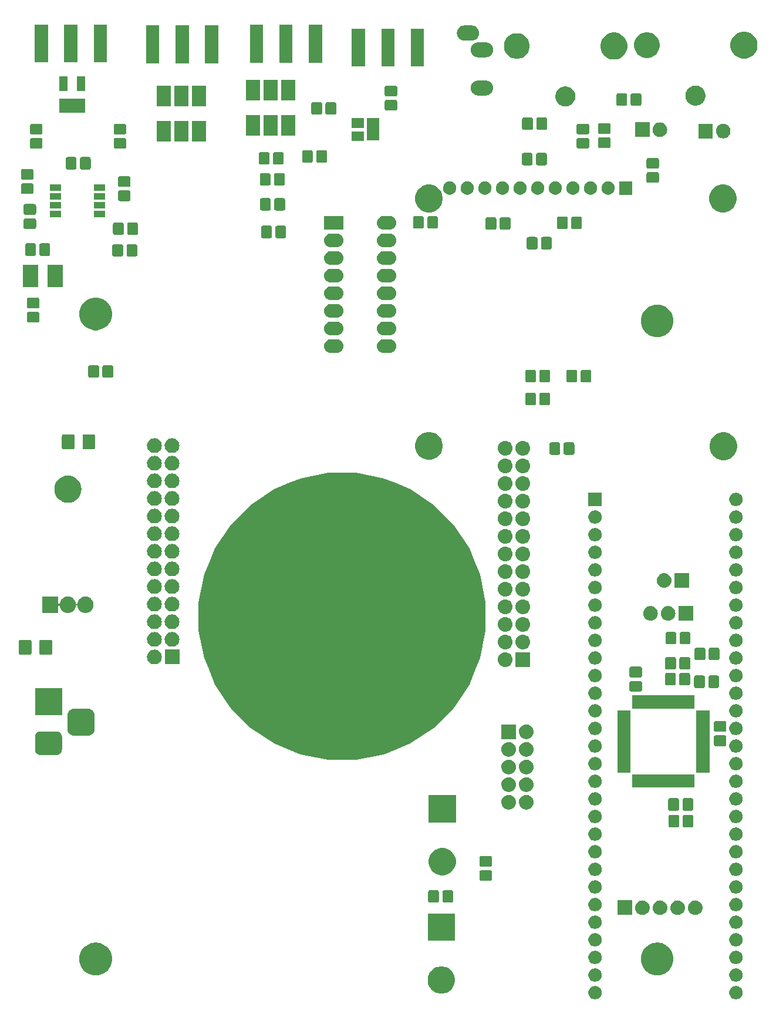
<source format=gts>
G04 #@! TF.GenerationSoftware,KiCad,Pcbnew,6.0.0-rc1-unknown-e7fa02a~66~ubuntu18.04.1*
G04 #@! TF.CreationDate,2021-06-26T12:49:04-07:00
G04 #@! TF.ProjectId,rp_adapter,72705f61-6461-4707-9465-722e6b696361,rev?*
G04 #@! TF.SameCoordinates,Original*
G04 #@! TF.FileFunction,Soldermask,Top*
G04 #@! TF.FilePolarity,Negative*
%FSLAX46Y46*%
G04 Gerber Fmt 4.6, Leading zero omitted, Abs format (unit mm)*
G04 Created by KiCad (PCBNEW 6.0.0-rc1-unknown-e7fa02a~66~ubuntu18.04.1) date Sat 26 Jun 2021 12:49:04 PM PDT*
%MOMM*%
%LPD*%
G04 APERTURE LIST*
%ADD10C,0.100000*%
G04 APERTURE END LIST*
D10*
G36*
X162632603Y-165927968D02*
G01*
X162632606Y-165927969D01*
X162632605Y-165927969D01*
X162807678Y-166000486D01*
X162807679Y-166000487D01*
X162965241Y-166105767D01*
X163099233Y-166239759D01*
X163099234Y-166239761D01*
X163204514Y-166397322D01*
X163260603Y-166532734D01*
X163277032Y-166572397D01*
X163314000Y-166758250D01*
X163314000Y-166947750D01*
X163277032Y-167133603D01*
X163277031Y-167133605D01*
X163204514Y-167308678D01*
X163204513Y-167308679D01*
X163099233Y-167466241D01*
X162965241Y-167600233D01*
X162885923Y-167653232D01*
X162807678Y-167705514D01*
X162672266Y-167761603D01*
X162632603Y-167778032D01*
X162446750Y-167815000D01*
X162257250Y-167815000D01*
X162071397Y-167778032D01*
X162031734Y-167761603D01*
X161896322Y-167705514D01*
X161818077Y-167653232D01*
X161738759Y-167600233D01*
X161604767Y-167466241D01*
X161499487Y-167308679D01*
X161499486Y-167308678D01*
X161426969Y-167133605D01*
X161426968Y-167133603D01*
X161390000Y-166947750D01*
X161390000Y-166758250D01*
X161426968Y-166572397D01*
X161443397Y-166532734D01*
X161499486Y-166397322D01*
X161604766Y-166239761D01*
X161604767Y-166239759D01*
X161738759Y-166105767D01*
X161896321Y-166000487D01*
X161896322Y-166000486D01*
X162071395Y-165927969D01*
X162071394Y-165927969D01*
X162071397Y-165927968D01*
X162257250Y-165891000D01*
X162446750Y-165891000D01*
X162632603Y-165927968D01*
X162632603Y-165927968D01*
G37*
G36*
X142312603Y-165927968D02*
G01*
X142312606Y-165927969D01*
X142312605Y-165927969D01*
X142487678Y-166000486D01*
X142487679Y-166000487D01*
X142645241Y-166105767D01*
X142779233Y-166239759D01*
X142779234Y-166239761D01*
X142884514Y-166397322D01*
X142940603Y-166532734D01*
X142957032Y-166572397D01*
X142994000Y-166758250D01*
X142994000Y-166947750D01*
X142957032Y-167133603D01*
X142957031Y-167133605D01*
X142884514Y-167308678D01*
X142884513Y-167308679D01*
X142779233Y-167466241D01*
X142645241Y-167600233D01*
X142565923Y-167653232D01*
X142487678Y-167705514D01*
X142352266Y-167761603D01*
X142312603Y-167778032D01*
X142126750Y-167815000D01*
X141937250Y-167815000D01*
X141751397Y-167778032D01*
X141711734Y-167761603D01*
X141576322Y-167705514D01*
X141498077Y-167653232D01*
X141418759Y-167600233D01*
X141284767Y-167466241D01*
X141179487Y-167308679D01*
X141179486Y-167308678D01*
X141106969Y-167133605D01*
X141106968Y-167133603D01*
X141070000Y-166947750D01*
X141070000Y-166758250D01*
X141106968Y-166572397D01*
X141123397Y-166532734D01*
X141179486Y-166397322D01*
X141284766Y-166239761D01*
X141284767Y-166239759D01*
X141418759Y-166105767D01*
X141576321Y-166000487D01*
X141576322Y-166000486D01*
X141751395Y-165927969D01*
X141751394Y-165927969D01*
X141751397Y-165927968D01*
X141937250Y-165891000D01*
X142126750Y-165891000D01*
X142312603Y-165927968D01*
X142312603Y-165927968D01*
G37*
G36*
X120434739Y-163142340D02*
G01*
X120583270Y-163203864D01*
X120793324Y-163290871D01*
X121116047Y-163506508D01*
X121390492Y-163780953D01*
X121606129Y-164103676D01*
X121653587Y-164218250D01*
X121732081Y-164407750D01*
X121754660Y-164462262D01*
X121830380Y-164842933D01*
X121830380Y-165231067D01*
X121754660Y-165611738D01*
X121606129Y-165970324D01*
X121390492Y-166293047D01*
X121116047Y-166567492D01*
X120793324Y-166783129D01*
X120583270Y-166870136D01*
X120434739Y-166931660D01*
X120054067Y-167007380D01*
X119665933Y-167007380D01*
X119285261Y-166931660D01*
X119136730Y-166870136D01*
X118926676Y-166783129D01*
X118603953Y-166567492D01*
X118329508Y-166293047D01*
X118113871Y-165970324D01*
X117965340Y-165611738D01*
X117889620Y-165231067D01*
X117889620Y-164842933D01*
X117965340Y-164462262D01*
X117987920Y-164407750D01*
X118066413Y-164218250D01*
X118113871Y-164103676D01*
X118329508Y-163780953D01*
X118603953Y-163506508D01*
X118926676Y-163290871D01*
X119136730Y-163203864D01*
X119285261Y-163142340D01*
X119665933Y-163066620D01*
X120054067Y-163066620D01*
X120434739Y-163142340D01*
X120434739Y-163142340D01*
G37*
G36*
X162632603Y-163387968D02*
G01*
X162632606Y-163387969D01*
X162632605Y-163387969D01*
X162807678Y-163460486D01*
X162807679Y-163460487D01*
X162965241Y-163565767D01*
X163099233Y-163699759D01*
X163099234Y-163699761D01*
X163204514Y-163857322D01*
X163260603Y-163992734D01*
X163277032Y-164032397D01*
X163314000Y-164218250D01*
X163314000Y-164407750D01*
X163277032Y-164593603D01*
X163277031Y-164593605D01*
X163204514Y-164768678D01*
X163204513Y-164768679D01*
X163099233Y-164926241D01*
X162965241Y-165060233D01*
X162885923Y-165113232D01*
X162807678Y-165165514D01*
X162672266Y-165221603D01*
X162632603Y-165238032D01*
X162446750Y-165275000D01*
X162257250Y-165275000D01*
X162071397Y-165238032D01*
X162031734Y-165221603D01*
X161896322Y-165165514D01*
X161818077Y-165113232D01*
X161738759Y-165060233D01*
X161604767Y-164926241D01*
X161499487Y-164768679D01*
X161499486Y-164768678D01*
X161426969Y-164593605D01*
X161426968Y-164593603D01*
X161390000Y-164407750D01*
X161390000Y-164218250D01*
X161426968Y-164032397D01*
X161443397Y-163992734D01*
X161499486Y-163857322D01*
X161604766Y-163699761D01*
X161604767Y-163699759D01*
X161738759Y-163565767D01*
X161896321Y-163460487D01*
X161896322Y-163460486D01*
X162071395Y-163387969D01*
X162071394Y-163387969D01*
X162071397Y-163387968D01*
X162257250Y-163351000D01*
X162446750Y-163351000D01*
X162632603Y-163387968D01*
X162632603Y-163387968D01*
G37*
G36*
X142312603Y-163387968D02*
G01*
X142312606Y-163387969D01*
X142312605Y-163387969D01*
X142487678Y-163460486D01*
X142487679Y-163460487D01*
X142645241Y-163565767D01*
X142779233Y-163699759D01*
X142779234Y-163699761D01*
X142884514Y-163857322D01*
X142940603Y-163992734D01*
X142957032Y-164032397D01*
X142994000Y-164218250D01*
X142994000Y-164407750D01*
X142957032Y-164593603D01*
X142957031Y-164593605D01*
X142884514Y-164768678D01*
X142884513Y-164768679D01*
X142779233Y-164926241D01*
X142645241Y-165060233D01*
X142565923Y-165113232D01*
X142487678Y-165165514D01*
X142352266Y-165221603D01*
X142312603Y-165238032D01*
X142126750Y-165275000D01*
X141937250Y-165275000D01*
X141751397Y-165238032D01*
X141711734Y-165221603D01*
X141576322Y-165165514D01*
X141498077Y-165113232D01*
X141418759Y-165060233D01*
X141284767Y-164926241D01*
X141179487Y-164768679D01*
X141179486Y-164768678D01*
X141106969Y-164593605D01*
X141106968Y-164593603D01*
X141070000Y-164407750D01*
X141070000Y-164218250D01*
X141106968Y-164032397D01*
X141123397Y-163992734D01*
X141179486Y-163857322D01*
X141284766Y-163699761D01*
X141284767Y-163699759D01*
X141418759Y-163565767D01*
X141576321Y-163460487D01*
X141576322Y-163460486D01*
X141751395Y-163387969D01*
X141751394Y-163387969D01*
X141751397Y-163387968D01*
X141937250Y-163351000D01*
X142126750Y-163351000D01*
X142312603Y-163387968D01*
X142312603Y-163387968D01*
G37*
G36*
X70344959Y-159672577D02*
G01*
X70685470Y-159740309D01*
X71113143Y-159917457D01*
X71498038Y-160174636D01*
X71825364Y-160501962D01*
X72082543Y-160886857D01*
X72259691Y-161314530D01*
X72350000Y-161768545D01*
X72350000Y-162231455D01*
X72259691Y-162685470D01*
X72082543Y-163113143D01*
X71825364Y-163498038D01*
X71498038Y-163825364D01*
X71113143Y-164082543D01*
X70685470Y-164259691D01*
X70344959Y-164327423D01*
X70231456Y-164350000D01*
X69768544Y-164350000D01*
X69655041Y-164327423D01*
X69314530Y-164259691D01*
X68886857Y-164082543D01*
X68501962Y-163825364D01*
X68174636Y-163498038D01*
X67917457Y-163113143D01*
X67740309Y-162685470D01*
X67650000Y-162231455D01*
X67650000Y-161768545D01*
X67740309Y-161314530D01*
X67917457Y-160886857D01*
X68174636Y-160501962D01*
X68501962Y-160174636D01*
X68886857Y-159917457D01*
X69314530Y-159740309D01*
X69655041Y-159672577D01*
X69768544Y-159650000D01*
X70231456Y-159650000D01*
X70344959Y-159672577D01*
X70344959Y-159672577D01*
G37*
G36*
X151344959Y-159672577D02*
G01*
X151685470Y-159740309D01*
X152113143Y-159917457D01*
X152498038Y-160174636D01*
X152825364Y-160501962D01*
X153082543Y-160886857D01*
X153259691Y-161314530D01*
X153350000Y-161768545D01*
X153350000Y-162231455D01*
X153259691Y-162685470D01*
X153082543Y-163113143D01*
X152825364Y-163498038D01*
X152498038Y-163825364D01*
X152113143Y-164082543D01*
X151685470Y-164259691D01*
X151344959Y-164327423D01*
X151231456Y-164350000D01*
X150768544Y-164350000D01*
X150655041Y-164327423D01*
X150314530Y-164259691D01*
X149886857Y-164082543D01*
X149501962Y-163825364D01*
X149174636Y-163498038D01*
X148917457Y-163113143D01*
X148740309Y-162685470D01*
X148650000Y-162231455D01*
X148650000Y-161768545D01*
X148740309Y-161314530D01*
X148917457Y-160886857D01*
X149174636Y-160501962D01*
X149501962Y-160174636D01*
X149886857Y-159917457D01*
X150314530Y-159740309D01*
X150655041Y-159672577D01*
X150768544Y-159650000D01*
X151231456Y-159650000D01*
X151344959Y-159672577D01*
X151344959Y-159672577D01*
G37*
G36*
X142312603Y-160847968D02*
G01*
X142312606Y-160847969D01*
X142312605Y-160847969D01*
X142487678Y-160920486D01*
X142487679Y-160920487D01*
X142645241Y-161025767D01*
X142779233Y-161159759D01*
X142779234Y-161159761D01*
X142884514Y-161317322D01*
X142940603Y-161452734D01*
X142957032Y-161492397D01*
X142994000Y-161678250D01*
X142994000Y-161867750D01*
X142957032Y-162053603D01*
X142957031Y-162053605D01*
X142884514Y-162228678D01*
X142832232Y-162306923D01*
X142779233Y-162386241D01*
X142645241Y-162520233D01*
X142565923Y-162573232D01*
X142487678Y-162625514D01*
X142352266Y-162681603D01*
X142312603Y-162698032D01*
X142126750Y-162735000D01*
X141937250Y-162735000D01*
X141751397Y-162698032D01*
X141711734Y-162681603D01*
X141576322Y-162625514D01*
X141498077Y-162573232D01*
X141418759Y-162520233D01*
X141284767Y-162386241D01*
X141231768Y-162306923D01*
X141179486Y-162228678D01*
X141106969Y-162053605D01*
X141106968Y-162053603D01*
X141070000Y-161867750D01*
X141070000Y-161678250D01*
X141106968Y-161492397D01*
X141123397Y-161452734D01*
X141179486Y-161317322D01*
X141284766Y-161159761D01*
X141284767Y-161159759D01*
X141418759Y-161025767D01*
X141576321Y-160920487D01*
X141576322Y-160920486D01*
X141751395Y-160847969D01*
X141751394Y-160847969D01*
X141751397Y-160847968D01*
X141937250Y-160811000D01*
X142126750Y-160811000D01*
X142312603Y-160847968D01*
X142312603Y-160847968D01*
G37*
G36*
X162632603Y-160847968D02*
G01*
X162632606Y-160847969D01*
X162632605Y-160847969D01*
X162807678Y-160920486D01*
X162807679Y-160920487D01*
X162965241Y-161025767D01*
X163099233Y-161159759D01*
X163099234Y-161159761D01*
X163204514Y-161317322D01*
X163260603Y-161452734D01*
X163277032Y-161492397D01*
X163314000Y-161678250D01*
X163314000Y-161867750D01*
X163277032Y-162053603D01*
X163277031Y-162053605D01*
X163204514Y-162228678D01*
X163152232Y-162306923D01*
X163099233Y-162386241D01*
X162965241Y-162520233D01*
X162885923Y-162573232D01*
X162807678Y-162625514D01*
X162672266Y-162681603D01*
X162632603Y-162698032D01*
X162446750Y-162735000D01*
X162257250Y-162735000D01*
X162071397Y-162698032D01*
X162031734Y-162681603D01*
X161896322Y-162625514D01*
X161818077Y-162573232D01*
X161738759Y-162520233D01*
X161604767Y-162386241D01*
X161551768Y-162306923D01*
X161499486Y-162228678D01*
X161426969Y-162053605D01*
X161426968Y-162053603D01*
X161390000Y-161867750D01*
X161390000Y-161678250D01*
X161426968Y-161492397D01*
X161443397Y-161452734D01*
X161499486Y-161317322D01*
X161604766Y-161159761D01*
X161604767Y-161159759D01*
X161738759Y-161025767D01*
X161896321Y-160920487D01*
X161896322Y-160920486D01*
X162071395Y-160847969D01*
X162071394Y-160847969D01*
X162071397Y-160847968D01*
X162257250Y-160811000D01*
X162446750Y-160811000D01*
X162632603Y-160847968D01*
X162632603Y-160847968D01*
G37*
G36*
X142312603Y-158307968D02*
G01*
X142312606Y-158307969D01*
X142312605Y-158307969D01*
X142487678Y-158380486D01*
X142487679Y-158380487D01*
X142645241Y-158485767D01*
X142779233Y-158619759D01*
X142779234Y-158619761D01*
X142884514Y-158777322D01*
X142940603Y-158912734D01*
X142957032Y-158952397D01*
X142994000Y-159138250D01*
X142994000Y-159327750D01*
X142957032Y-159513603D01*
X142957031Y-159513605D01*
X142884514Y-159688678D01*
X142884513Y-159688679D01*
X142779233Y-159846241D01*
X142645241Y-159980233D01*
X142565923Y-160033232D01*
X142487678Y-160085514D01*
X142352266Y-160141603D01*
X142312603Y-160158032D01*
X142126750Y-160195000D01*
X141937250Y-160195000D01*
X141751397Y-160158032D01*
X141711734Y-160141603D01*
X141576322Y-160085514D01*
X141498077Y-160033232D01*
X141418759Y-159980233D01*
X141284767Y-159846241D01*
X141179487Y-159688679D01*
X141179486Y-159688678D01*
X141106969Y-159513605D01*
X141106968Y-159513603D01*
X141070000Y-159327750D01*
X141070000Y-159138250D01*
X141106968Y-158952397D01*
X141123397Y-158912734D01*
X141179486Y-158777322D01*
X141284766Y-158619761D01*
X141284767Y-158619759D01*
X141418759Y-158485767D01*
X141576321Y-158380487D01*
X141576322Y-158380486D01*
X141751395Y-158307969D01*
X141751394Y-158307969D01*
X141751397Y-158307968D01*
X141937250Y-158271000D01*
X142126750Y-158271000D01*
X142312603Y-158307968D01*
X142312603Y-158307968D01*
G37*
G36*
X162632603Y-158307968D02*
G01*
X162632606Y-158307969D01*
X162632605Y-158307969D01*
X162807678Y-158380486D01*
X162807679Y-158380487D01*
X162965241Y-158485767D01*
X163099233Y-158619759D01*
X163099234Y-158619761D01*
X163204514Y-158777322D01*
X163260603Y-158912734D01*
X163277032Y-158952397D01*
X163314000Y-159138250D01*
X163314000Y-159327750D01*
X163277032Y-159513603D01*
X163277031Y-159513605D01*
X163204514Y-159688678D01*
X163204513Y-159688679D01*
X163099233Y-159846241D01*
X162965241Y-159980233D01*
X162885923Y-160033232D01*
X162807678Y-160085514D01*
X162672266Y-160141603D01*
X162632603Y-160158032D01*
X162446750Y-160195000D01*
X162257250Y-160195000D01*
X162071397Y-160158032D01*
X162031734Y-160141603D01*
X161896322Y-160085514D01*
X161818077Y-160033232D01*
X161738759Y-159980233D01*
X161604767Y-159846241D01*
X161499487Y-159688679D01*
X161499486Y-159688678D01*
X161426969Y-159513605D01*
X161426968Y-159513603D01*
X161390000Y-159327750D01*
X161390000Y-159138250D01*
X161426968Y-158952397D01*
X161443397Y-158912734D01*
X161499486Y-158777322D01*
X161604766Y-158619761D01*
X161604767Y-158619759D01*
X161738759Y-158485767D01*
X161896321Y-158380487D01*
X161896322Y-158380486D01*
X162071395Y-158307969D01*
X162071394Y-158307969D01*
X162071397Y-158307968D01*
X162257250Y-158271000D01*
X162446750Y-158271000D01*
X162632603Y-158307968D01*
X162632603Y-158307968D01*
G37*
G36*
X121830380Y-159387380D02*
G01*
X117889620Y-159387380D01*
X117889620Y-155446620D01*
X121830380Y-155446620D01*
X121830380Y-159387380D01*
X121830380Y-159387380D01*
G37*
G36*
X142312603Y-155767968D02*
G01*
X142312606Y-155767969D01*
X142312605Y-155767969D01*
X142487678Y-155840486D01*
X142487679Y-155840487D01*
X142645241Y-155945767D01*
X142779233Y-156079759D01*
X142779234Y-156079761D01*
X142884514Y-156237322D01*
X142940603Y-156372734D01*
X142957032Y-156412397D01*
X142994000Y-156598250D01*
X142994000Y-156787750D01*
X142957032Y-156973603D01*
X142957031Y-156973605D01*
X142884514Y-157148678D01*
X142884513Y-157148679D01*
X142779233Y-157306241D01*
X142645241Y-157440233D01*
X142565923Y-157493232D01*
X142487678Y-157545514D01*
X142352266Y-157601603D01*
X142312603Y-157618032D01*
X142126750Y-157655000D01*
X141937250Y-157655000D01*
X141751397Y-157618032D01*
X141711734Y-157601603D01*
X141576322Y-157545514D01*
X141498077Y-157493232D01*
X141418759Y-157440233D01*
X141284767Y-157306241D01*
X141179487Y-157148679D01*
X141179486Y-157148678D01*
X141106969Y-156973605D01*
X141106968Y-156973603D01*
X141070000Y-156787750D01*
X141070000Y-156598250D01*
X141106968Y-156412397D01*
X141123397Y-156372734D01*
X141179486Y-156237322D01*
X141284766Y-156079761D01*
X141284767Y-156079759D01*
X141418759Y-155945767D01*
X141576321Y-155840487D01*
X141576322Y-155840486D01*
X141751395Y-155767969D01*
X141751394Y-155767969D01*
X141751397Y-155767968D01*
X141937250Y-155731000D01*
X142126750Y-155731000D01*
X142312603Y-155767968D01*
X142312603Y-155767968D01*
G37*
G36*
X162632603Y-155767968D02*
G01*
X162632606Y-155767969D01*
X162632605Y-155767969D01*
X162807678Y-155840486D01*
X162807679Y-155840487D01*
X162965241Y-155945767D01*
X163099233Y-156079759D01*
X163099234Y-156079761D01*
X163204514Y-156237322D01*
X163260603Y-156372734D01*
X163277032Y-156412397D01*
X163314000Y-156598250D01*
X163314000Y-156787750D01*
X163277032Y-156973603D01*
X163277031Y-156973605D01*
X163204514Y-157148678D01*
X163204513Y-157148679D01*
X163099233Y-157306241D01*
X162965241Y-157440233D01*
X162885923Y-157493232D01*
X162807678Y-157545514D01*
X162672266Y-157601603D01*
X162632603Y-157618032D01*
X162446750Y-157655000D01*
X162257250Y-157655000D01*
X162071397Y-157618032D01*
X162031734Y-157601603D01*
X161896322Y-157545514D01*
X161818077Y-157493232D01*
X161738759Y-157440233D01*
X161604767Y-157306241D01*
X161499487Y-157148679D01*
X161499486Y-157148678D01*
X161426969Y-156973605D01*
X161426968Y-156973603D01*
X161390000Y-156787750D01*
X161390000Y-156598250D01*
X161426968Y-156412397D01*
X161443397Y-156372734D01*
X161499486Y-156237322D01*
X161604766Y-156079761D01*
X161604767Y-156079759D01*
X161738759Y-155945767D01*
X161896321Y-155840487D01*
X161896322Y-155840486D01*
X162071395Y-155767969D01*
X162071394Y-155767969D01*
X162071397Y-155767968D01*
X162257250Y-155731000D01*
X162446750Y-155731000D01*
X162632603Y-155767968D01*
X162632603Y-155767968D01*
G37*
G36*
X156609707Y-153567597D02*
G01*
X156686836Y-153575193D01*
X156783633Y-153604556D01*
X156884763Y-153635233D01*
X157067172Y-153732733D01*
X157227054Y-153863946D01*
X157358267Y-154023828D01*
X157455767Y-154206237D01*
X157475780Y-154272213D01*
X157515807Y-154404164D01*
X157536080Y-154610000D01*
X157515807Y-154815836D01*
X157490205Y-154900234D01*
X157455767Y-155013763D01*
X157358267Y-155196172D01*
X157227054Y-155356054D01*
X157067172Y-155487267D01*
X156884763Y-155584767D01*
X156818787Y-155604780D01*
X156686836Y-155644807D01*
X156609707Y-155652403D01*
X156532580Y-155660000D01*
X156429420Y-155660000D01*
X156352293Y-155652403D01*
X156275164Y-155644807D01*
X156143213Y-155604780D01*
X156077237Y-155584767D01*
X155894828Y-155487267D01*
X155734946Y-155356054D01*
X155603733Y-155196172D01*
X155506233Y-155013763D01*
X155471795Y-154900234D01*
X155446193Y-154815836D01*
X155425920Y-154610000D01*
X155446193Y-154404164D01*
X155486220Y-154272213D01*
X155506233Y-154206237D01*
X155603733Y-154023828D01*
X155734946Y-153863946D01*
X155894828Y-153732733D01*
X156077237Y-153635233D01*
X156178367Y-153604556D01*
X156275164Y-153575193D01*
X156352293Y-153567597D01*
X156429420Y-153560000D01*
X156532580Y-153560000D01*
X156609707Y-153567597D01*
X156609707Y-153567597D01*
G37*
G36*
X148989707Y-153567597D02*
G01*
X149066836Y-153575193D01*
X149163633Y-153604556D01*
X149264763Y-153635233D01*
X149447172Y-153732733D01*
X149607054Y-153863946D01*
X149738267Y-154023828D01*
X149835767Y-154206237D01*
X149855780Y-154272213D01*
X149895807Y-154404164D01*
X149916080Y-154610000D01*
X149895807Y-154815836D01*
X149870205Y-154900234D01*
X149835767Y-155013763D01*
X149738267Y-155196172D01*
X149607054Y-155356054D01*
X149447172Y-155487267D01*
X149264763Y-155584767D01*
X149198787Y-155604780D01*
X149066836Y-155644807D01*
X148989707Y-155652403D01*
X148912580Y-155660000D01*
X148809420Y-155660000D01*
X148732293Y-155652403D01*
X148655164Y-155644807D01*
X148523213Y-155604780D01*
X148457237Y-155584767D01*
X148274828Y-155487267D01*
X148114946Y-155356054D01*
X147983733Y-155196172D01*
X147886233Y-155013763D01*
X147851795Y-154900234D01*
X147826193Y-154815836D01*
X147805920Y-154610000D01*
X147826193Y-154404164D01*
X147866220Y-154272213D01*
X147886233Y-154206237D01*
X147983733Y-154023828D01*
X148114946Y-153863946D01*
X148274828Y-153732733D01*
X148457237Y-153635233D01*
X148558367Y-153604556D01*
X148655164Y-153575193D01*
X148732293Y-153567597D01*
X148809420Y-153560000D01*
X148912580Y-153560000D01*
X148989707Y-153567597D01*
X148989707Y-153567597D01*
G37*
G36*
X154069707Y-153567597D02*
G01*
X154146836Y-153575193D01*
X154243633Y-153604556D01*
X154344763Y-153635233D01*
X154527172Y-153732733D01*
X154687054Y-153863946D01*
X154818267Y-154023828D01*
X154915767Y-154206237D01*
X154935780Y-154272213D01*
X154975807Y-154404164D01*
X154996080Y-154610000D01*
X154975807Y-154815836D01*
X154950205Y-154900234D01*
X154915767Y-155013763D01*
X154818267Y-155196172D01*
X154687054Y-155356054D01*
X154527172Y-155487267D01*
X154344763Y-155584767D01*
X154278787Y-155604780D01*
X154146836Y-155644807D01*
X154069707Y-155652403D01*
X153992580Y-155660000D01*
X153889420Y-155660000D01*
X153812293Y-155652403D01*
X153735164Y-155644807D01*
X153603213Y-155604780D01*
X153537237Y-155584767D01*
X153354828Y-155487267D01*
X153194946Y-155356054D01*
X153063733Y-155196172D01*
X152966233Y-155013763D01*
X152931795Y-154900234D01*
X152906193Y-154815836D01*
X152885920Y-154610000D01*
X152906193Y-154404164D01*
X152946220Y-154272213D01*
X152966233Y-154206237D01*
X153063733Y-154023828D01*
X153194946Y-153863946D01*
X153354828Y-153732733D01*
X153537237Y-153635233D01*
X153638367Y-153604556D01*
X153735164Y-153575193D01*
X153812293Y-153567597D01*
X153889420Y-153560000D01*
X153992580Y-153560000D01*
X154069707Y-153567597D01*
X154069707Y-153567597D01*
G37*
G36*
X151529707Y-153567597D02*
G01*
X151606836Y-153575193D01*
X151703633Y-153604556D01*
X151804763Y-153635233D01*
X151987172Y-153732733D01*
X152147054Y-153863946D01*
X152278267Y-154023828D01*
X152375767Y-154206237D01*
X152395780Y-154272213D01*
X152435807Y-154404164D01*
X152456080Y-154610000D01*
X152435807Y-154815836D01*
X152410205Y-154900234D01*
X152375767Y-155013763D01*
X152278267Y-155196172D01*
X152147054Y-155356054D01*
X151987172Y-155487267D01*
X151804763Y-155584767D01*
X151738787Y-155604780D01*
X151606836Y-155644807D01*
X151529707Y-155652403D01*
X151452580Y-155660000D01*
X151349420Y-155660000D01*
X151272293Y-155652403D01*
X151195164Y-155644807D01*
X151063213Y-155604780D01*
X150997237Y-155584767D01*
X150814828Y-155487267D01*
X150654946Y-155356054D01*
X150523733Y-155196172D01*
X150426233Y-155013763D01*
X150391795Y-154900234D01*
X150366193Y-154815836D01*
X150345920Y-154610000D01*
X150366193Y-154404164D01*
X150406220Y-154272213D01*
X150426233Y-154206237D01*
X150523733Y-154023828D01*
X150654946Y-153863946D01*
X150814828Y-153732733D01*
X150997237Y-153635233D01*
X151098367Y-153604556D01*
X151195164Y-153575193D01*
X151272293Y-153567597D01*
X151349420Y-153560000D01*
X151452580Y-153560000D01*
X151529707Y-153567597D01*
X151529707Y-153567597D01*
G37*
G36*
X147371000Y-155660000D02*
G01*
X145271000Y-155660000D01*
X145271000Y-153560000D01*
X147371000Y-153560000D01*
X147371000Y-155660000D01*
X147371000Y-155660000D01*
G37*
G36*
X142312603Y-153227968D02*
G01*
X142312606Y-153227969D01*
X142312605Y-153227969D01*
X142487678Y-153300486D01*
X142487679Y-153300487D01*
X142645241Y-153405767D01*
X142779233Y-153539759D01*
X142802909Y-153575193D01*
X142884514Y-153697322D01*
X142935417Y-153820213D01*
X142957032Y-153872397D01*
X142994000Y-154058250D01*
X142994000Y-154247750D01*
X142957032Y-154433603D01*
X142957031Y-154433605D01*
X142884514Y-154608678D01*
X142832232Y-154686923D01*
X142779233Y-154766241D01*
X142645241Y-154900233D01*
X142565923Y-154953232D01*
X142487678Y-155005514D01*
X142352266Y-155061603D01*
X142312603Y-155078032D01*
X142126750Y-155115000D01*
X141937250Y-155115000D01*
X141751397Y-155078032D01*
X141711734Y-155061603D01*
X141576322Y-155005514D01*
X141498077Y-154953232D01*
X141418759Y-154900233D01*
X141284767Y-154766241D01*
X141231768Y-154686923D01*
X141179486Y-154608678D01*
X141106969Y-154433605D01*
X141106968Y-154433603D01*
X141070000Y-154247750D01*
X141070000Y-154058250D01*
X141106968Y-153872397D01*
X141128583Y-153820213D01*
X141179486Y-153697322D01*
X141261091Y-153575193D01*
X141284767Y-153539759D01*
X141418759Y-153405767D01*
X141576321Y-153300487D01*
X141576322Y-153300486D01*
X141751395Y-153227969D01*
X141751394Y-153227969D01*
X141751397Y-153227968D01*
X141937250Y-153191000D01*
X142126750Y-153191000D01*
X142312603Y-153227968D01*
X142312603Y-153227968D01*
G37*
G36*
X162632603Y-153227968D02*
G01*
X162632606Y-153227969D01*
X162632605Y-153227969D01*
X162807678Y-153300486D01*
X162807679Y-153300487D01*
X162965241Y-153405767D01*
X163099233Y-153539759D01*
X163122909Y-153575193D01*
X163204514Y-153697322D01*
X163255417Y-153820213D01*
X163277032Y-153872397D01*
X163314000Y-154058250D01*
X163314000Y-154247750D01*
X163277032Y-154433603D01*
X163277031Y-154433605D01*
X163204514Y-154608678D01*
X163152232Y-154686923D01*
X163099233Y-154766241D01*
X162965241Y-154900233D01*
X162885923Y-154953232D01*
X162807678Y-155005514D01*
X162672266Y-155061603D01*
X162632603Y-155078032D01*
X162446750Y-155115000D01*
X162257250Y-155115000D01*
X162071397Y-155078032D01*
X162031734Y-155061603D01*
X161896322Y-155005514D01*
X161818077Y-154953232D01*
X161738759Y-154900233D01*
X161604767Y-154766241D01*
X161551768Y-154686923D01*
X161499486Y-154608678D01*
X161426969Y-154433605D01*
X161426968Y-154433603D01*
X161390000Y-154247750D01*
X161390000Y-154058250D01*
X161426968Y-153872397D01*
X161448583Y-153820213D01*
X161499486Y-153697322D01*
X161581091Y-153575193D01*
X161604767Y-153539759D01*
X161738759Y-153405767D01*
X161896321Y-153300487D01*
X161896322Y-153300486D01*
X162071395Y-153227969D01*
X162071394Y-153227969D01*
X162071397Y-153227968D01*
X162257250Y-153191000D01*
X162446750Y-153191000D01*
X162632603Y-153227968D01*
X162632603Y-153227968D01*
G37*
G36*
X119295530Y-152082710D02*
G01*
X119345379Y-152097831D01*
X119391311Y-152122382D01*
X119431574Y-152155426D01*
X119464618Y-152195689D01*
X119489169Y-152241621D01*
X119504290Y-152291470D01*
X119510000Y-152349444D01*
X119510000Y-153604556D01*
X119504290Y-153662530D01*
X119489169Y-153712379D01*
X119464618Y-153758311D01*
X119431574Y-153798574D01*
X119391311Y-153831618D01*
X119345379Y-153856169D01*
X119295530Y-153871290D01*
X119237556Y-153877000D01*
X118232444Y-153877000D01*
X118174470Y-153871290D01*
X118124621Y-153856169D01*
X118078689Y-153831618D01*
X118038426Y-153798574D01*
X118005382Y-153758311D01*
X117980831Y-153712379D01*
X117965710Y-153662530D01*
X117960000Y-153604556D01*
X117960000Y-152349444D01*
X117965710Y-152291470D01*
X117980831Y-152241621D01*
X118005382Y-152195689D01*
X118038426Y-152155426D01*
X118078689Y-152122382D01*
X118124621Y-152097831D01*
X118174470Y-152082710D01*
X118232444Y-152077000D01*
X119237556Y-152077000D01*
X119295530Y-152082710D01*
X119295530Y-152082710D01*
G37*
G36*
X121345530Y-152082710D02*
G01*
X121395379Y-152097831D01*
X121441311Y-152122382D01*
X121481574Y-152155426D01*
X121514618Y-152195689D01*
X121539169Y-152241621D01*
X121554290Y-152291470D01*
X121560000Y-152349444D01*
X121560000Y-153604556D01*
X121554290Y-153662530D01*
X121539169Y-153712379D01*
X121514618Y-153758311D01*
X121481574Y-153798574D01*
X121441311Y-153831618D01*
X121395379Y-153856169D01*
X121345530Y-153871290D01*
X121287556Y-153877000D01*
X120282444Y-153877000D01*
X120224470Y-153871290D01*
X120174621Y-153856169D01*
X120128689Y-153831618D01*
X120088426Y-153798574D01*
X120055382Y-153758311D01*
X120030831Y-153712379D01*
X120015710Y-153662530D01*
X120010000Y-153604556D01*
X120010000Y-152349444D01*
X120015710Y-152291470D01*
X120030831Y-152241621D01*
X120055382Y-152195689D01*
X120088426Y-152155426D01*
X120128689Y-152122382D01*
X120174621Y-152097831D01*
X120224470Y-152082710D01*
X120282444Y-152077000D01*
X121287556Y-152077000D01*
X121345530Y-152082710D01*
X121345530Y-152082710D01*
G37*
G36*
X142312603Y-150687968D02*
G01*
X142312606Y-150687969D01*
X142312605Y-150687969D01*
X142487678Y-150760486D01*
X142487679Y-150760487D01*
X142645241Y-150865767D01*
X142779233Y-150999759D01*
X142779234Y-150999761D01*
X142884514Y-151157322D01*
X142940603Y-151292734D01*
X142957032Y-151332397D01*
X142994000Y-151518250D01*
X142994000Y-151707750D01*
X142957032Y-151893603D01*
X142957031Y-151893605D01*
X142884514Y-152068678D01*
X142884513Y-152068679D01*
X142779233Y-152226241D01*
X142645241Y-152360233D01*
X142565923Y-152413232D01*
X142487678Y-152465514D01*
X142352266Y-152521603D01*
X142312603Y-152538032D01*
X142126750Y-152575000D01*
X141937250Y-152575000D01*
X141751397Y-152538032D01*
X141711734Y-152521603D01*
X141576322Y-152465514D01*
X141498077Y-152413232D01*
X141418759Y-152360233D01*
X141284767Y-152226241D01*
X141179487Y-152068679D01*
X141179486Y-152068678D01*
X141106969Y-151893605D01*
X141106968Y-151893603D01*
X141070000Y-151707750D01*
X141070000Y-151518250D01*
X141106968Y-151332397D01*
X141123397Y-151292734D01*
X141179486Y-151157322D01*
X141284766Y-150999761D01*
X141284767Y-150999759D01*
X141418759Y-150865767D01*
X141576321Y-150760487D01*
X141576322Y-150760486D01*
X141751395Y-150687969D01*
X141751394Y-150687969D01*
X141751397Y-150687968D01*
X141937250Y-150651000D01*
X142126750Y-150651000D01*
X142312603Y-150687968D01*
X142312603Y-150687968D01*
G37*
G36*
X162632603Y-150687968D02*
G01*
X162632606Y-150687969D01*
X162632605Y-150687969D01*
X162807678Y-150760486D01*
X162807679Y-150760487D01*
X162965241Y-150865767D01*
X163099233Y-150999759D01*
X163099234Y-150999761D01*
X163204514Y-151157322D01*
X163260603Y-151292734D01*
X163277032Y-151332397D01*
X163314000Y-151518250D01*
X163314000Y-151707750D01*
X163277032Y-151893603D01*
X163277031Y-151893605D01*
X163204514Y-152068678D01*
X163204513Y-152068679D01*
X163099233Y-152226241D01*
X162965241Y-152360233D01*
X162885923Y-152413232D01*
X162807678Y-152465514D01*
X162672266Y-152521603D01*
X162632603Y-152538032D01*
X162446750Y-152575000D01*
X162257250Y-152575000D01*
X162071397Y-152538032D01*
X162031734Y-152521603D01*
X161896322Y-152465514D01*
X161818077Y-152413232D01*
X161738759Y-152360233D01*
X161604767Y-152226241D01*
X161499487Y-152068679D01*
X161499486Y-152068678D01*
X161426969Y-151893605D01*
X161426968Y-151893603D01*
X161390000Y-151707750D01*
X161390000Y-151518250D01*
X161426968Y-151332397D01*
X161443397Y-151292734D01*
X161499486Y-151157322D01*
X161604766Y-150999761D01*
X161604767Y-150999759D01*
X161738759Y-150865767D01*
X161896321Y-150760487D01*
X161896322Y-150760486D01*
X162071395Y-150687969D01*
X162071394Y-150687969D01*
X162071397Y-150687968D01*
X162257250Y-150651000D01*
X162446750Y-150651000D01*
X162632603Y-150687968D01*
X162632603Y-150687968D01*
G37*
G36*
X126946530Y-149213710D02*
G01*
X126996379Y-149228831D01*
X127042311Y-149253382D01*
X127082574Y-149286426D01*
X127115618Y-149326689D01*
X127140169Y-149372621D01*
X127155290Y-149422470D01*
X127161000Y-149480444D01*
X127161000Y-150485556D01*
X127155290Y-150543530D01*
X127140169Y-150593379D01*
X127115618Y-150639311D01*
X127082574Y-150679574D01*
X127042311Y-150712618D01*
X126996379Y-150737169D01*
X126946530Y-150752290D01*
X126888556Y-150758000D01*
X125633444Y-150758000D01*
X125575470Y-150752290D01*
X125525621Y-150737169D01*
X125479689Y-150712618D01*
X125439426Y-150679574D01*
X125406382Y-150639311D01*
X125381831Y-150593379D01*
X125366710Y-150543530D01*
X125361000Y-150485556D01*
X125361000Y-149480444D01*
X125366710Y-149422470D01*
X125381831Y-149372621D01*
X125406382Y-149326689D01*
X125439426Y-149286426D01*
X125479689Y-149253382D01*
X125525621Y-149228831D01*
X125575470Y-149213710D01*
X125633444Y-149208000D01*
X126888556Y-149208000D01*
X126946530Y-149213710D01*
X126946530Y-149213710D01*
G37*
G36*
X142312603Y-148147968D02*
G01*
X142312606Y-148147969D01*
X142312605Y-148147969D01*
X142487678Y-148220486D01*
X142487679Y-148220487D01*
X142645241Y-148325767D01*
X142779233Y-148459759D01*
X142779234Y-148459761D01*
X142884514Y-148617322D01*
X142922074Y-148708000D01*
X142957032Y-148792397D01*
X142994000Y-148978250D01*
X142994000Y-149167750D01*
X142957032Y-149353603D01*
X142957031Y-149353605D01*
X142884514Y-149528678D01*
X142884513Y-149528679D01*
X142779233Y-149686241D01*
X142645241Y-149820233D01*
X142583241Y-149861660D01*
X142487678Y-149925514D01*
X142352266Y-149981603D01*
X142312603Y-149998032D01*
X142126750Y-150035000D01*
X141937250Y-150035000D01*
X141751397Y-149998032D01*
X141711734Y-149981603D01*
X141576322Y-149925514D01*
X141480759Y-149861660D01*
X141418759Y-149820233D01*
X141284767Y-149686241D01*
X141179487Y-149528679D01*
X141179486Y-149528678D01*
X141106969Y-149353605D01*
X141106968Y-149353603D01*
X141070000Y-149167750D01*
X141070000Y-148978250D01*
X141106968Y-148792397D01*
X141141926Y-148708000D01*
X141179486Y-148617322D01*
X141284766Y-148459761D01*
X141284767Y-148459759D01*
X141418759Y-148325767D01*
X141576321Y-148220487D01*
X141576322Y-148220486D01*
X141751395Y-148147969D01*
X141751394Y-148147969D01*
X141751397Y-148147968D01*
X141937250Y-148111000D01*
X142126750Y-148111000D01*
X142312603Y-148147968D01*
X142312603Y-148147968D01*
G37*
G36*
X162632603Y-148147968D02*
G01*
X162632606Y-148147969D01*
X162632605Y-148147969D01*
X162807678Y-148220486D01*
X162807679Y-148220487D01*
X162965241Y-148325767D01*
X163099233Y-148459759D01*
X163099234Y-148459761D01*
X163204514Y-148617322D01*
X163242074Y-148708000D01*
X163277032Y-148792397D01*
X163314000Y-148978250D01*
X163314000Y-149167750D01*
X163277032Y-149353603D01*
X163277031Y-149353605D01*
X163204514Y-149528678D01*
X163204513Y-149528679D01*
X163099233Y-149686241D01*
X162965241Y-149820233D01*
X162903241Y-149861660D01*
X162807678Y-149925514D01*
X162672266Y-149981603D01*
X162632603Y-149998032D01*
X162446750Y-150035000D01*
X162257250Y-150035000D01*
X162071397Y-149998032D01*
X162031734Y-149981603D01*
X161896322Y-149925514D01*
X161800759Y-149861660D01*
X161738759Y-149820233D01*
X161604767Y-149686241D01*
X161499487Y-149528679D01*
X161499486Y-149528678D01*
X161426969Y-149353605D01*
X161426968Y-149353603D01*
X161390000Y-149167750D01*
X161390000Y-148978250D01*
X161426968Y-148792397D01*
X161461926Y-148708000D01*
X161499486Y-148617322D01*
X161604766Y-148459761D01*
X161604767Y-148459759D01*
X161738759Y-148325767D01*
X161896321Y-148220487D01*
X161896322Y-148220486D01*
X162071395Y-148147969D01*
X162071394Y-148147969D01*
X162071397Y-148147968D01*
X162257250Y-148111000D01*
X162446750Y-148111000D01*
X162632603Y-148147968D01*
X162632603Y-148147968D01*
G37*
G36*
X120564739Y-146072340D02*
G01*
X120713270Y-146133864D01*
X120923324Y-146220871D01*
X121246047Y-146436508D01*
X121520492Y-146710953D01*
X121736129Y-147033676D01*
X121820111Y-147236426D01*
X121884660Y-147392261D01*
X121960380Y-147772934D01*
X121960380Y-148161066D01*
X121884660Y-148541739D01*
X121877822Y-148558247D01*
X121736129Y-148900324D01*
X121520492Y-149223047D01*
X121246047Y-149497492D01*
X120923324Y-149713129D01*
X120713270Y-149800136D01*
X120564739Y-149861660D01*
X120184067Y-149937380D01*
X119795933Y-149937380D01*
X119415261Y-149861660D01*
X119266730Y-149800136D01*
X119056676Y-149713129D01*
X118733953Y-149497492D01*
X118459508Y-149223047D01*
X118243871Y-148900324D01*
X118102178Y-148558247D01*
X118095340Y-148541739D01*
X118019620Y-148161066D01*
X118019620Y-147772934D01*
X118095340Y-147392261D01*
X118159889Y-147236426D01*
X118243871Y-147033676D01*
X118459508Y-146710953D01*
X118733953Y-146436508D01*
X119056676Y-146220871D01*
X119266730Y-146133864D01*
X119415261Y-146072340D01*
X119795933Y-145996620D01*
X120184067Y-145996620D01*
X120564739Y-146072340D01*
X120564739Y-146072340D01*
G37*
G36*
X126946530Y-147163710D02*
G01*
X126996379Y-147178831D01*
X127042311Y-147203382D01*
X127082574Y-147236426D01*
X127115618Y-147276689D01*
X127140169Y-147322621D01*
X127155290Y-147372470D01*
X127161000Y-147430444D01*
X127161000Y-148435556D01*
X127155290Y-148493530D01*
X127140169Y-148543379D01*
X127115618Y-148589311D01*
X127082574Y-148629574D01*
X127042311Y-148662618D01*
X126996379Y-148687169D01*
X126946530Y-148702290D01*
X126888556Y-148708000D01*
X125633444Y-148708000D01*
X125575470Y-148702290D01*
X125525621Y-148687169D01*
X125479689Y-148662618D01*
X125439426Y-148629574D01*
X125406382Y-148589311D01*
X125381831Y-148543379D01*
X125366710Y-148493530D01*
X125361000Y-148435556D01*
X125361000Y-147430444D01*
X125366710Y-147372470D01*
X125381831Y-147322621D01*
X125406382Y-147276689D01*
X125439426Y-147236426D01*
X125479689Y-147203382D01*
X125525621Y-147178831D01*
X125575470Y-147163710D01*
X125633444Y-147158000D01*
X126888556Y-147158000D01*
X126946530Y-147163710D01*
X126946530Y-147163710D01*
G37*
G36*
X162632603Y-145607968D02*
G01*
X162632606Y-145607969D01*
X162632605Y-145607969D01*
X162807678Y-145680486D01*
X162807679Y-145680487D01*
X162965241Y-145785767D01*
X163099233Y-145919759D01*
X163099234Y-145919761D01*
X163204514Y-146077322D01*
X163260603Y-146212734D01*
X163277032Y-146252397D01*
X163314000Y-146438250D01*
X163314000Y-146627750D01*
X163277032Y-146813603D01*
X163277031Y-146813605D01*
X163204514Y-146988678D01*
X163204513Y-146988679D01*
X163099233Y-147146241D01*
X162965241Y-147280233D01*
X162901803Y-147322621D01*
X162807678Y-147385514D01*
X162702164Y-147429219D01*
X162632603Y-147458032D01*
X162446750Y-147495000D01*
X162257250Y-147495000D01*
X162071397Y-147458032D01*
X162001836Y-147429219D01*
X161896322Y-147385514D01*
X161802197Y-147322621D01*
X161738759Y-147280233D01*
X161604767Y-147146241D01*
X161499487Y-146988679D01*
X161499486Y-146988678D01*
X161426969Y-146813605D01*
X161426968Y-146813603D01*
X161390000Y-146627750D01*
X161390000Y-146438250D01*
X161426968Y-146252397D01*
X161443397Y-146212734D01*
X161499486Y-146077322D01*
X161604766Y-145919761D01*
X161604767Y-145919759D01*
X161738759Y-145785767D01*
X161896321Y-145680487D01*
X161896322Y-145680486D01*
X162071395Y-145607969D01*
X162071394Y-145607969D01*
X162071397Y-145607968D01*
X162257250Y-145571000D01*
X162446750Y-145571000D01*
X162632603Y-145607968D01*
X162632603Y-145607968D01*
G37*
G36*
X142312603Y-145607968D02*
G01*
X142312606Y-145607969D01*
X142312605Y-145607969D01*
X142487678Y-145680486D01*
X142487679Y-145680487D01*
X142645241Y-145785767D01*
X142779233Y-145919759D01*
X142779234Y-145919761D01*
X142884514Y-146077322D01*
X142940603Y-146212734D01*
X142957032Y-146252397D01*
X142994000Y-146438250D01*
X142994000Y-146627750D01*
X142957032Y-146813603D01*
X142957031Y-146813605D01*
X142884514Y-146988678D01*
X142884513Y-146988679D01*
X142779233Y-147146241D01*
X142645241Y-147280233D01*
X142581803Y-147322621D01*
X142487678Y-147385514D01*
X142382164Y-147429219D01*
X142312603Y-147458032D01*
X142126750Y-147495000D01*
X141937250Y-147495000D01*
X141751397Y-147458032D01*
X141681836Y-147429219D01*
X141576322Y-147385514D01*
X141482197Y-147322621D01*
X141418759Y-147280233D01*
X141284767Y-147146241D01*
X141179487Y-146988679D01*
X141179486Y-146988678D01*
X141106969Y-146813605D01*
X141106968Y-146813603D01*
X141070000Y-146627750D01*
X141070000Y-146438250D01*
X141106968Y-146252397D01*
X141123397Y-146212734D01*
X141179486Y-146077322D01*
X141284766Y-145919761D01*
X141284767Y-145919759D01*
X141418759Y-145785767D01*
X141576321Y-145680487D01*
X141576322Y-145680486D01*
X141751395Y-145607969D01*
X141751394Y-145607969D01*
X141751397Y-145607968D01*
X141937250Y-145571000D01*
X142126750Y-145571000D01*
X142312603Y-145607968D01*
X142312603Y-145607968D01*
G37*
G36*
X162632603Y-143067968D02*
G01*
X162632606Y-143067969D01*
X162632605Y-143067969D01*
X162807678Y-143140486D01*
X162807679Y-143140487D01*
X162965241Y-143245767D01*
X163099233Y-143379759D01*
X163099234Y-143379761D01*
X163204514Y-143537322D01*
X163260603Y-143672734D01*
X163277032Y-143712397D01*
X163314000Y-143898250D01*
X163314000Y-144087750D01*
X163277032Y-144273603D01*
X163277031Y-144273605D01*
X163204514Y-144448678D01*
X163204513Y-144448679D01*
X163099233Y-144606241D01*
X162965241Y-144740233D01*
X162885923Y-144793232D01*
X162807678Y-144845514D01*
X162672266Y-144901603D01*
X162632603Y-144918032D01*
X162446750Y-144955000D01*
X162257250Y-144955000D01*
X162071397Y-144918032D01*
X162031734Y-144901603D01*
X161896322Y-144845514D01*
X161818077Y-144793232D01*
X161738759Y-144740233D01*
X161604767Y-144606241D01*
X161499487Y-144448679D01*
X161499486Y-144448678D01*
X161426969Y-144273605D01*
X161426968Y-144273603D01*
X161390000Y-144087750D01*
X161390000Y-143898250D01*
X161426968Y-143712397D01*
X161443397Y-143672734D01*
X161499486Y-143537322D01*
X161604766Y-143379761D01*
X161604767Y-143379759D01*
X161738759Y-143245767D01*
X161896321Y-143140487D01*
X161896322Y-143140486D01*
X162071395Y-143067969D01*
X162071394Y-143067969D01*
X162071397Y-143067968D01*
X162257250Y-143031000D01*
X162446750Y-143031000D01*
X162632603Y-143067968D01*
X162632603Y-143067968D01*
G37*
G36*
X142312603Y-143067968D02*
G01*
X142312606Y-143067969D01*
X142312605Y-143067969D01*
X142487678Y-143140486D01*
X142487679Y-143140487D01*
X142645241Y-143245767D01*
X142779233Y-143379759D01*
X142779234Y-143379761D01*
X142884514Y-143537322D01*
X142940603Y-143672734D01*
X142957032Y-143712397D01*
X142994000Y-143898250D01*
X142994000Y-144087750D01*
X142957032Y-144273603D01*
X142957031Y-144273605D01*
X142884514Y-144448678D01*
X142884513Y-144448679D01*
X142779233Y-144606241D01*
X142645241Y-144740233D01*
X142565923Y-144793232D01*
X142487678Y-144845514D01*
X142352266Y-144901603D01*
X142312603Y-144918032D01*
X142126750Y-144955000D01*
X141937250Y-144955000D01*
X141751397Y-144918032D01*
X141711734Y-144901603D01*
X141576322Y-144845514D01*
X141498077Y-144793232D01*
X141418759Y-144740233D01*
X141284767Y-144606241D01*
X141179487Y-144448679D01*
X141179486Y-144448678D01*
X141106969Y-144273605D01*
X141106968Y-144273603D01*
X141070000Y-144087750D01*
X141070000Y-143898250D01*
X141106968Y-143712397D01*
X141123397Y-143672734D01*
X141179486Y-143537322D01*
X141284766Y-143379761D01*
X141284767Y-143379759D01*
X141418759Y-143245767D01*
X141576321Y-143140487D01*
X141576322Y-143140486D01*
X141751395Y-143067969D01*
X141751394Y-143067969D01*
X141751397Y-143067968D01*
X141937250Y-143031000D01*
X142126750Y-143031000D01*
X142312603Y-143067968D01*
X142312603Y-143067968D01*
G37*
G36*
X153959530Y-141222710D02*
G01*
X154009379Y-141237831D01*
X154055311Y-141262382D01*
X154095574Y-141295426D01*
X154128618Y-141335689D01*
X154153169Y-141381621D01*
X154168290Y-141431470D01*
X154174000Y-141489444D01*
X154174000Y-142744556D01*
X154168290Y-142802530D01*
X154153169Y-142852379D01*
X154128618Y-142898311D01*
X154095574Y-142938574D01*
X154055311Y-142971618D01*
X154009379Y-142996169D01*
X153959530Y-143011290D01*
X153901556Y-143017000D01*
X152896444Y-143017000D01*
X152838470Y-143011290D01*
X152788621Y-142996169D01*
X152742689Y-142971618D01*
X152702426Y-142938574D01*
X152669382Y-142898311D01*
X152644831Y-142852379D01*
X152629710Y-142802530D01*
X152624000Y-142744556D01*
X152624000Y-141489444D01*
X152629710Y-141431470D01*
X152644831Y-141381621D01*
X152669382Y-141335689D01*
X152702426Y-141295426D01*
X152742689Y-141262382D01*
X152788621Y-141237831D01*
X152838470Y-141222710D01*
X152896444Y-141217000D01*
X153901556Y-141217000D01*
X153959530Y-141222710D01*
X153959530Y-141222710D01*
G37*
G36*
X156009530Y-141222710D02*
G01*
X156059379Y-141237831D01*
X156105311Y-141262382D01*
X156145574Y-141295426D01*
X156178618Y-141335689D01*
X156203169Y-141381621D01*
X156218290Y-141431470D01*
X156224000Y-141489444D01*
X156224000Y-142744556D01*
X156218290Y-142802530D01*
X156203169Y-142852379D01*
X156178618Y-142898311D01*
X156145574Y-142938574D01*
X156105311Y-142971618D01*
X156059379Y-142996169D01*
X156009530Y-143011290D01*
X155951556Y-143017000D01*
X154946444Y-143017000D01*
X154888470Y-143011290D01*
X154838621Y-142996169D01*
X154792689Y-142971618D01*
X154752426Y-142938574D01*
X154719382Y-142898311D01*
X154694831Y-142852379D01*
X154679710Y-142802530D01*
X154674000Y-142744556D01*
X154674000Y-141489444D01*
X154679710Y-141431470D01*
X154694831Y-141381621D01*
X154719382Y-141335689D01*
X154752426Y-141295426D01*
X154792689Y-141262382D01*
X154838621Y-141237831D01*
X154888470Y-141222710D01*
X154946444Y-141217000D01*
X155951556Y-141217000D01*
X156009530Y-141222710D01*
X156009530Y-141222710D01*
G37*
G36*
X162632603Y-140527968D02*
G01*
X162632606Y-140527969D01*
X162632605Y-140527969D01*
X162807678Y-140600486D01*
X162885923Y-140652768D01*
X162965241Y-140705767D01*
X163099233Y-140839759D01*
X163099234Y-140839761D01*
X163204514Y-140997322D01*
X163260603Y-141132734D01*
X163277032Y-141172397D01*
X163314000Y-141358250D01*
X163314000Y-141547750D01*
X163277032Y-141733603D01*
X163277031Y-141733605D01*
X163204514Y-141908678D01*
X163204513Y-141908679D01*
X163099233Y-142066241D01*
X162965241Y-142200233D01*
X162885923Y-142253232D01*
X162807678Y-142305514D01*
X162672266Y-142361603D01*
X162632603Y-142378032D01*
X162446750Y-142415000D01*
X162257250Y-142415000D01*
X162071397Y-142378032D01*
X162031734Y-142361603D01*
X161896322Y-142305514D01*
X161818077Y-142253232D01*
X161738759Y-142200233D01*
X161604767Y-142066241D01*
X161499487Y-141908679D01*
X161499486Y-141908678D01*
X161426969Y-141733605D01*
X161426968Y-141733603D01*
X161390000Y-141547750D01*
X161390000Y-141358250D01*
X161426968Y-141172397D01*
X161443397Y-141132734D01*
X161499486Y-140997322D01*
X161604766Y-140839761D01*
X161604767Y-140839759D01*
X161738759Y-140705767D01*
X161818077Y-140652768D01*
X161896322Y-140600486D01*
X162071395Y-140527969D01*
X162071394Y-140527969D01*
X162071397Y-140527968D01*
X162257250Y-140491000D01*
X162446750Y-140491000D01*
X162632603Y-140527968D01*
X162632603Y-140527968D01*
G37*
G36*
X142312603Y-140527968D02*
G01*
X142312606Y-140527969D01*
X142312605Y-140527969D01*
X142487678Y-140600486D01*
X142565923Y-140652768D01*
X142645241Y-140705767D01*
X142779233Y-140839759D01*
X142779234Y-140839761D01*
X142884514Y-140997322D01*
X142940603Y-141132734D01*
X142957032Y-141172397D01*
X142994000Y-141358250D01*
X142994000Y-141547750D01*
X142957032Y-141733603D01*
X142957031Y-141733605D01*
X142884514Y-141908678D01*
X142884513Y-141908679D01*
X142779233Y-142066241D01*
X142645241Y-142200233D01*
X142565923Y-142253232D01*
X142487678Y-142305514D01*
X142352266Y-142361603D01*
X142312603Y-142378032D01*
X142126750Y-142415000D01*
X141937250Y-142415000D01*
X141751397Y-142378032D01*
X141711734Y-142361603D01*
X141576322Y-142305514D01*
X141498077Y-142253232D01*
X141418759Y-142200233D01*
X141284767Y-142066241D01*
X141179487Y-141908679D01*
X141179486Y-141908678D01*
X141106969Y-141733605D01*
X141106968Y-141733603D01*
X141070000Y-141547750D01*
X141070000Y-141358250D01*
X141106968Y-141172397D01*
X141123397Y-141132734D01*
X141179486Y-140997322D01*
X141284766Y-140839761D01*
X141284767Y-140839759D01*
X141418759Y-140705767D01*
X141498077Y-140652768D01*
X141576322Y-140600486D01*
X141751395Y-140527969D01*
X141751394Y-140527969D01*
X141751397Y-140527968D01*
X141937250Y-140491000D01*
X142126750Y-140491000D01*
X142312603Y-140527968D01*
X142312603Y-140527968D01*
G37*
G36*
X121960380Y-142317380D02*
G01*
X118019620Y-142317380D01*
X118019620Y-138376620D01*
X121960380Y-138376620D01*
X121960380Y-142317380D01*
X121960380Y-142317380D01*
G37*
G36*
X155973530Y-138827710D02*
G01*
X156023379Y-138842831D01*
X156069311Y-138867382D01*
X156109574Y-138900426D01*
X156142618Y-138940689D01*
X156167169Y-138986621D01*
X156182290Y-139036470D01*
X156188000Y-139094444D01*
X156188000Y-140349556D01*
X156182290Y-140407530D01*
X156167169Y-140457379D01*
X156142618Y-140503311D01*
X156109574Y-140543574D01*
X156069311Y-140576618D01*
X156023379Y-140601169D01*
X155973530Y-140616290D01*
X155915556Y-140622000D01*
X154910444Y-140622000D01*
X154852470Y-140616290D01*
X154802621Y-140601169D01*
X154756689Y-140576618D01*
X154716426Y-140543574D01*
X154683382Y-140503311D01*
X154658831Y-140457379D01*
X154643710Y-140407530D01*
X154638000Y-140349556D01*
X154638000Y-139094444D01*
X154643710Y-139036470D01*
X154658831Y-138986621D01*
X154683382Y-138940689D01*
X154716426Y-138900426D01*
X154756689Y-138867382D01*
X154802621Y-138842831D01*
X154852470Y-138827710D01*
X154910444Y-138822000D01*
X155915556Y-138822000D01*
X155973530Y-138827710D01*
X155973530Y-138827710D01*
G37*
G36*
X153923530Y-138827710D02*
G01*
X153973379Y-138842831D01*
X154019311Y-138867382D01*
X154059574Y-138900426D01*
X154092618Y-138940689D01*
X154117169Y-138986621D01*
X154132290Y-139036470D01*
X154138000Y-139094444D01*
X154138000Y-140349556D01*
X154132290Y-140407530D01*
X154117169Y-140457379D01*
X154092618Y-140503311D01*
X154059574Y-140543574D01*
X154019311Y-140576618D01*
X153973379Y-140601169D01*
X153923530Y-140616290D01*
X153865556Y-140622000D01*
X152860444Y-140622000D01*
X152802470Y-140616290D01*
X152752621Y-140601169D01*
X152706689Y-140576618D01*
X152666426Y-140543574D01*
X152633382Y-140503311D01*
X152608831Y-140457379D01*
X152593710Y-140407530D01*
X152588000Y-140349556D01*
X152588000Y-139094444D01*
X152593710Y-139036470D01*
X152608831Y-138986621D01*
X152633382Y-138940689D01*
X152666426Y-138900426D01*
X152706689Y-138867382D01*
X152752621Y-138842831D01*
X152802470Y-138827710D01*
X152860444Y-138822000D01*
X153865556Y-138822000D01*
X153923530Y-138827710D01*
X153923530Y-138827710D01*
G37*
G36*
X129697707Y-138355597D02*
G01*
X129774836Y-138363193D01*
X129906787Y-138403220D01*
X129972763Y-138423233D01*
X130155172Y-138520733D01*
X130315054Y-138651946D01*
X130446267Y-138811828D01*
X130543767Y-138994237D01*
X130543767Y-138994238D01*
X130603807Y-139192164D01*
X130624080Y-139398000D01*
X130603807Y-139603836D01*
X130586699Y-139660233D01*
X130543767Y-139801763D01*
X130446267Y-139984172D01*
X130315054Y-140144054D01*
X130155172Y-140275267D01*
X129972763Y-140372767D01*
X129906787Y-140392780D01*
X129774836Y-140432807D01*
X129697707Y-140440403D01*
X129620580Y-140448000D01*
X129517420Y-140448000D01*
X129440293Y-140440403D01*
X129363164Y-140432807D01*
X129231213Y-140392780D01*
X129165237Y-140372767D01*
X128982828Y-140275267D01*
X128822946Y-140144054D01*
X128691733Y-139984172D01*
X128594233Y-139801763D01*
X128551301Y-139660233D01*
X128534193Y-139603836D01*
X128513920Y-139398000D01*
X128534193Y-139192164D01*
X128594233Y-138994238D01*
X128594233Y-138994237D01*
X128691733Y-138811828D01*
X128822946Y-138651946D01*
X128982828Y-138520733D01*
X129165237Y-138423233D01*
X129231213Y-138403220D01*
X129363164Y-138363193D01*
X129440293Y-138355597D01*
X129517420Y-138348000D01*
X129620580Y-138348000D01*
X129697707Y-138355597D01*
X129697707Y-138355597D01*
G37*
G36*
X132237707Y-138355597D02*
G01*
X132314836Y-138363193D01*
X132446787Y-138403220D01*
X132512763Y-138423233D01*
X132695172Y-138520733D01*
X132855054Y-138651946D01*
X132986267Y-138811828D01*
X133083767Y-138994237D01*
X133083767Y-138994238D01*
X133143807Y-139192164D01*
X133164080Y-139398000D01*
X133143807Y-139603836D01*
X133126699Y-139660233D01*
X133083767Y-139801763D01*
X132986267Y-139984172D01*
X132855054Y-140144054D01*
X132695172Y-140275267D01*
X132512763Y-140372767D01*
X132446787Y-140392780D01*
X132314836Y-140432807D01*
X132237707Y-140440403D01*
X132160580Y-140448000D01*
X132057420Y-140448000D01*
X131980293Y-140440403D01*
X131903164Y-140432807D01*
X131771213Y-140392780D01*
X131705237Y-140372767D01*
X131522828Y-140275267D01*
X131362946Y-140144054D01*
X131231733Y-139984172D01*
X131134233Y-139801763D01*
X131091301Y-139660233D01*
X131074193Y-139603836D01*
X131053920Y-139398000D01*
X131074193Y-139192164D01*
X131134233Y-138994238D01*
X131134233Y-138994237D01*
X131231733Y-138811828D01*
X131362946Y-138651946D01*
X131522828Y-138520733D01*
X131705237Y-138423233D01*
X131771213Y-138403220D01*
X131903164Y-138363193D01*
X131980293Y-138355597D01*
X132057420Y-138348000D01*
X132160580Y-138348000D01*
X132237707Y-138355597D01*
X132237707Y-138355597D01*
G37*
G36*
X162632603Y-137987968D02*
G01*
X162632606Y-137987969D01*
X162632605Y-137987969D01*
X162807678Y-138060486D01*
X162807679Y-138060487D01*
X162965241Y-138165767D01*
X163099233Y-138299759D01*
X163099234Y-138299761D01*
X163204514Y-138457322D01*
X163230779Y-138520733D01*
X163277032Y-138632397D01*
X163314000Y-138818250D01*
X163314000Y-139007750D01*
X163277032Y-139193603D01*
X163277031Y-139193605D01*
X163204514Y-139368678D01*
X163204513Y-139368679D01*
X163099233Y-139526241D01*
X162965241Y-139660233D01*
X162885923Y-139713232D01*
X162807678Y-139765514D01*
X162720164Y-139801763D01*
X162632603Y-139838032D01*
X162446750Y-139875000D01*
X162257250Y-139875000D01*
X162071397Y-139838032D01*
X161983836Y-139801763D01*
X161896322Y-139765514D01*
X161818077Y-139713232D01*
X161738759Y-139660233D01*
X161604767Y-139526241D01*
X161499487Y-139368679D01*
X161499486Y-139368678D01*
X161426969Y-139193605D01*
X161426968Y-139193603D01*
X161390000Y-139007750D01*
X161390000Y-138818250D01*
X161426968Y-138632397D01*
X161473221Y-138520733D01*
X161499486Y-138457322D01*
X161604766Y-138299761D01*
X161604767Y-138299759D01*
X161738759Y-138165767D01*
X161896321Y-138060487D01*
X161896322Y-138060486D01*
X162071395Y-137987969D01*
X162071394Y-137987969D01*
X162071397Y-137987968D01*
X162257250Y-137951000D01*
X162446750Y-137951000D01*
X162632603Y-137987968D01*
X162632603Y-137987968D01*
G37*
G36*
X142312603Y-137987968D02*
G01*
X142312606Y-137987969D01*
X142312605Y-137987969D01*
X142487678Y-138060486D01*
X142487679Y-138060487D01*
X142645241Y-138165767D01*
X142779233Y-138299759D01*
X142779234Y-138299761D01*
X142884514Y-138457322D01*
X142910779Y-138520733D01*
X142957032Y-138632397D01*
X142994000Y-138818250D01*
X142994000Y-139007750D01*
X142957032Y-139193603D01*
X142957031Y-139193605D01*
X142884514Y-139368678D01*
X142884513Y-139368679D01*
X142779233Y-139526241D01*
X142645241Y-139660233D01*
X142565923Y-139713232D01*
X142487678Y-139765514D01*
X142400164Y-139801763D01*
X142312603Y-139838032D01*
X142126750Y-139875000D01*
X141937250Y-139875000D01*
X141751397Y-139838032D01*
X141663836Y-139801763D01*
X141576322Y-139765514D01*
X141498077Y-139713232D01*
X141418759Y-139660233D01*
X141284767Y-139526241D01*
X141179487Y-139368679D01*
X141179486Y-139368678D01*
X141106969Y-139193605D01*
X141106968Y-139193603D01*
X141070000Y-139007750D01*
X141070000Y-138818250D01*
X141106968Y-138632397D01*
X141153221Y-138520733D01*
X141179486Y-138457322D01*
X141284766Y-138299761D01*
X141284767Y-138299759D01*
X141418759Y-138165767D01*
X141576321Y-138060487D01*
X141576322Y-138060486D01*
X141751395Y-137987969D01*
X141751394Y-137987969D01*
X141751397Y-137987968D01*
X141937250Y-137951000D01*
X142126750Y-137951000D01*
X142312603Y-137987968D01*
X142312603Y-137987968D01*
G37*
G36*
X132237707Y-135815596D02*
G01*
X132314836Y-135823193D01*
X132446787Y-135863220D01*
X132512763Y-135883233D01*
X132695172Y-135980733D01*
X132855054Y-136111946D01*
X132986267Y-136271828D01*
X133083767Y-136454237D01*
X133083767Y-136454238D01*
X133143807Y-136652164D01*
X133164080Y-136858000D01*
X133143807Y-137063836D01*
X133126699Y-137120233D01*
X133083767Y-137261763D01*
X132986267Y-137444172D01*
X132855054Y-137604054D01*
X132695172Y-137735267D01*
X132512763Y-137832767D01*
X132446787Y-137852780D01*
X132314836Y-137892807D01*
X132237707Y-137900403D01*
X132160580Y-137908000D01*
X132057420Y-137908000D01*
X131980293Y-137900403D01*
X131903164Y-137892807D01*
X131771213Y-137852780D01*
X131705237Y-137832767D01*
X131522828Y-137735267D01*
X131362946Y-137604054D01*
X131231733Y-137444172D01*
X131134233Y-137261763D01*
X131091301Y-137120233D01*
X131074193Y-137063836D01*
X131053920Y-136858000D01*
X131074193Y-136652164D01*
X131134233Y-136454238D01*
X131134233Y-136454237D01*
X131231733Y-136271828D01*
X131362946Y-136111946D01*
X131522828Y-135980733D01*
X131705237Y-135883233D01*
X131771213Y-135863220D01*
X131903164Y-135823193D01*
X131980293Y-135815596D01*
X132057420Y-135808000D01*
X132160580Y-135808000D01*
X132237707Y-135815596D01*
X132237707Y-135815596D01*
G37*
G36*
X129697707Y-135815596D02*
G01*
X129774836Y-135823193D01*
X129906787Y-135863220D01*
X129972763Y-135883233D01*
X130155172Y-135980733D01*
X130315054Y-136111946D01*
X130446267Y-136271828D01*
X130543767Y-136454237D01*
X130543767Y-136454238D01*
X130603807Y-136652164D01*
X130624080Y-136858000D01*
X130603807Y-137063836D01*
X130586699Y-137120233D01*
X130543767Y-137261763D01*
X130446267Y-137444172D01*
X130315054Y-137604054D01*
X130155172Y-137735267D01*
X129972763Y-137832767D01*
X129906787Y-137852780D01*
X129774836Y-137892807D01*
X129697707Y-137900403D01*
X129620580Y-137908000D01*
X129517420Y-137908000D01*
X129440293Y-137900403D01*
X129363164Y-137892807D01*
X129231213Y-137852780D01*
X129165237Y-137832767D01*
X128982828Y-137735267D01*
X128822946Y-137604054D01*
X128691733Y-137444172D01*
X128594233Y-137261763D01*
X128551301Y-137120233D01*
X128534193Y-137063836D01*
X128513920Y-136858000D01*
X128534193Y-136652164D01*
X128594233Y-136454238D01*
X128594233Y-136454237D01*
X128691733Y-136271828D01*
X128822946Y-136111946D01*
X128982828Y-135980733D01*
X129165237Y-135883233D01*
X129231213Y-135863220D01*
X129363164Y-135823193D01*
X129440293Y-135815596D01*
X129517420Y-135808000D01*
X129620580Y-135808000D01*
X129697707Y-135815596D01*
X129697707Y-135815596D01*
G37*
G36*
X162632603Y-135447968D02*
G01*
X162632606Y-135447969D01*
X162632605Y-135447969D01*
X162807678Y-135520486D01*
X162807679Y-135520487D01*
X162965241Y-135625767D01*
X163099233Y-135759759D01*
X163099234Y-135759761D01*
X163204514Y-135917322D01*
X163230779Y-135980733D01*
X163277032Y-136092397D01*
X163314000Y-136278250D01*
X163314000Y-136467750D01*
X163277032Y-136653603D01*
X163277031Y-136653605D01*
X163204514Y-136828678D01*
X163204513Y-136828679D01*
X163099233Y-136986241D01*
X162965241Y-137120233D01*
X162885923Y-137173232D01*
X162807678Y-137225514D01*
X162720164Y-137261763D01*
X162632603Y-137298032D01*
X162446750Y-137335000D01*
X162257250Y-137335000D01*
X162071397Y-137298032D01*
X161983836Y-137261763D01*
X161896322Y-137225514D01*
X161818077Y-137173232D01*
X161738759Y-137120233D01*
X161604767Y-136986241D01*
X161499487Y-136828679D01*
X161499486Y-136828678D01*
X161426969Y-136653605D01*
X161426968Y-136653603D01*
X161390000Y-136467750D01*
X161390000Y-136278250D01*
X161426968Y-136092397D01*
X161473221Y-135980733D01*
X161499486Y-135917322D01*
X161604766Y-135759761D01*
X161604767Y-135759759D01*
X161738759Y-135625767D01*
X161896321Y-135520487D01*
X161896322Y-135520486D01*
X162071395Y-135447969D01*
X162071394Y-135447969D01*
X162071397Y-135447968D01*
X162257250Y-135411000D01*
X162446750Y-135411000D01*
X162632603Y-135447968D01*
X162632603Y-135447968D01*
G37*
G36*
X142312603Y-135447968D02*
G01*
X142312606Y-135447969D01*
X142312605Y-135447969D01*
X142487678Y-135520486D01*
X142487679Y-135520487D01*
X142645241Y-135625767D01*
X142779233Y-135759759D01*
X142779234Y-135759761D01*
X142884514Y-135917322D01*
X142910779Y-135980733D01*
X142957032Y-136092397D01*
X142994000Y-136278250D01*
X142994000Y-136467750D01*
X142957032Y-136653603D01*
X142957031Y-136653605D01*
X142884514Y-136828678D01*
X142884513Y-136828679D01*
X142779233Y-136986241D01*
X142645241Y-137120233D01*
X142565923Y-137173232D01*
X142487678Y-137225514D01*
X142400164Y-137261763D01*
X142312603Y-137298032D01*
X142126750Y-137335000D01*
X141937250Y-137335000D01*
X141751397Y-137298032D01*
X141663836Y-137261763D01*
X141576322Y-137225514D01*
X141498077Y-137173232D01*
X141418759Y-137120233D01*
X141284767Y-136986241D01*
X141179487Y-136828679D01*
X141179486Y-136828678D01*
X141106969Y-136653605D01*
X141106968Y-136653603D01*
X141070000Y-136467750D01*
X141070000Y-136278250D01*
X141106968Y-136092397D01*
X141153221Y-135980733D01*
X141179486Y-135917322D01*
X141284766Y-135759761D01*
X141284767Y-135759759D01*
X141418759Y-135625767D01*
X141576321Y-135520487D01*
X141576322Y-135520486D01*
X141751395Y-135447969D01*
X141751394Y-135447969D01*
X141751397Y-135447968D01*
X141937250Y-135411000D01*
X142126750Y-135411000D01*
X142312603Y-135447968D01*
X142312603Y-135447968D01*
G37*
G36*
X156378000Y-137291000D02*
G01*
X147428000Y-137291000D01*
X147428000Y-135391000D01*
X156378000Y-135391000D01*
X156378000Y-137291000D01*
X156378000Y-137291000D01*
G37*
G36*
X129697707Y-133275597D02*
G01*
X129774836Y-133283193D01*
X129906787Y-133323220D01*
X129972763Y-133343233D01*
X130155172Y-133440733D01*
X130315054Y-133571946D01*
X130446267Y-133731828D01*
X130543767Y-133914237D01*
X130543767Y-133914238D01*
X130603807Y-134112164D01*
X130624080Y-134318000D01*
X130603807Y-134523836D01*
X130586699Y-134580233D01*
X130543767Y-134721763D01*
X130446267Y-134904172D01*
X130315054Y-135064054D01*
X130155172Y-135195267D01*
X129972763Y-135292767D01*
X129906787Y-135312780D01*
X129774836Y-135352807D01*
X129697707Y-135360404D01*
X129620580Y-135368000D01*
X129517420Y-135368000D01*
X129440293Y-135360404D01*
X129363164Y-135352807D01*
X129231213Y-135312780D01*
X129165237Y-135292767D01*
X128982828Y-135195267D01*
X128822946Y-135064054D01*
X128691733Y-134904172D01*
X128594233Y-134721763D01*
X128551301Y-134580233D01*
X128534193Y-134523836D01*
X128513920Y-134318000D01*
X128534193Y-134112164D01*
X128594233Y-133914238D01*
X128594233Y-133914237D01*
X128691733Y-133731828D01*
X128822946Y-133571946D01*
X128982828Y-133440733D01*
X129165237Y-133343233D01*
X129231213Y-133323220D01*
X129363164Y-133283193D01*
X129440293Y-133275597D01*
X129517420Y-133268000D01*
X129620580Y-133268000D01*
X129697707Y-133275597D01*
X129697707Y-133275597D01*
G37*
G36*
X132237707Y-133275597D02*
G01*
X132314836Y-133283193D01*
X132446787Y-133323220D01*
X132512763Y-133343233D01*
X132695172Y-133440733D01*
X132855054Y-133571946D01*
X132986267Y-133731828D01*
X133083767Y-133914237D01*
X133083767Y-133914238D01*
X133143807Y-134112164D01*
X133164080Y-134318000D01*
X133143807Y-134523836D01*
X133126699Y-134580233D01*
X133083767Y-134721763D01*
X132986267Y-134904172D01*
X132855054Y-135064054D01*
X132695172Y-135195267D01*
X132512763Y-135292767D01*
X132446787Y-135312780D01*
X132314836Y-135352807D01*
X132237707Y-135360404D01*
X132160580Y-135368000D01*
X132057420Y-135368000D01*
X131980293Y-135360404D01*
X131903164Y-135352807D01*
X131771213Y-135312780D01*
X131705237Y-135292767D01*
X131522828Y-135195267D01*
X131362946Y-135064054D01*
X131231733Y-134904172D01*
X131134233Y-134721763D01*
X131091301Y-134580233D01*
X131074193Y-134523836D01*
X131053920Y-134318000D01*
X131074193Y-134112164D01*
X131134233Y-133914238D01*
X131134233Y-133914237D01*
X131231733Y-133731828D01*
X131362946Y-133571946D01*
X131522828Y-133440733D01*
X131705237Y-133343233D01*
X131771213Y-133323220D01*
X131903164Y-133283193D01*
X131980293Y-133275597D01*
X132057420Y-133268000D01*
X132160580Y-133268000D01*
X132237707Y-133275597D01*
X132237707Y-133275597D01*
G37*
G36*
X147153000Y-135116000D02*
G01*
X145253000Y-135116000D01*
X145253000Y-126166000D01*
X147153000Y-126166000D01*
X147153000Y-135116000D01*
X147153000Y-135116000D01*
G37*
G36*
X158553000Y-135116000D02*
G01*
X156653000Y-135116000D01*
X156653000Y-126166000D01*
X158553000Y-126166000D01*
X158553000Y-135116000D01*
X158553000Y-135116000D01*
G37*
G36*
X142312603Y-132907968D02*
G01*
X142312606Y-132907969D01*
X142312605Y-132907969D01*
X142487678Y-132980486D01*
X142487679Y-132980487D01*
X142645241Y-133085767D01*
X142779233Y-133219759D01*
X142779234Y-133219761D01*
X142884514Y-133377322D01*
X142910779Y-133440733D01*
X142957032Y-133552397D01*
X142994000Y-133738250D01*
X142994000Y-133927750D01*
X142957032Y-134113603D01*
X142957031Y-134113605D01*
X142884514Y-134288678D01*
X142884513Y-134288679D01*
X142779233Y-134446241D01*
X142645241Y-134580233D01*
X142565923Y-134633232D01*
X142487678Y-134685514D01*
X142400164Y-134721763D01*
X142312603Y-134758032D01*
X142126750Y-134795000D01*
X141937250Y-134795000D01*
X141751397Y-134758032D01*
X141663836Y-134721763D01*
X141576322Y-134685514D01*
X141498077Y-134633232D01*
X141418759Y-134580233D01*
X141284767Y-134446241D01*
X141179487Y-134288679D01*
X141179486Y-134288678D01*
X141106969Y-134113605D01*
X141106968Y-134113603D01*
X141070000Y-133927750D01*
X141070000Y-133738250D01*
X141106968Y-133552397D01*
X141153221Y-133440733D01*
X141179486Y-133377322D01*
X141284766Y-133219761D01*
X141284767Y-133219759D01*
X141418759Y-133085767D01*
X141576321Y-132980487D01*
X141576322Y-132980486D01*
X141751395Y-132907969D01*
X141751394Y-132907969D01*
X141751397Y-132907968D01*
X141937250Y-132871000D01*
X142126750Y-132871000D01*
X142312603Y-132907968D01*
X142312603Y-132907968D01*
G37*
G36*
X162632603Y-132907968D02*
G01*
X162632606Y-132907969D01*
X162632605Y-132907969D01*
X162807678Y-132980486D01*
X162807679Y-132980487D01*
X162965241Y-133085767D01*
X163099233Y-133219759D01*
X163099234Y-133219761D01*
X163204514Y-133377322D01*
X163230779Y-133440733D01*
X163277032Y-133552397D01*
X163314000Y-133738250D01*
X163314000Y-133927750D01*
X163277032Y-134113603D01*
X163277031Y-134113605D01*
X163204514Y-134288678D01*
X163204513Y-134288679D01*
X163099233Y-134446241D01*
X162965241Y-134580233D01*
X162885923Y-134633232D01*
X162807678Y-134685514D01*
X162720164Y-134721763D01*
X162632603Y-134758032D01*
X162446750Y-134795000D01*
X162257250Y-134795000D01*
X162071397Y-134758032D01*
X161983836Y-134721763D01*
X161896322Y-134685514D01*
X161818077Y-134633232D01*
X161738759Y-134580233D01*
X161604767Y-134446241D01*
X161499487Y-134288679D01*
X161499486Y-134288678D01*
X161426969Y-134113605D01*
X161426968Y-134113603D01*
X161390000Y-133927750D01*
X161390000Y-133738250D01*
X161426968Y-133552397D01*
X161473221Y-133440733D01*
X161499486Y-133377322D01*
X161604766Y-133219761D01*
X161604767Y-133219759D01*
X161738759Y-133085767D01*
X161896321Y-132980487D01*
X161896322Y-132980486D01*
X162071395Y-132907969D01*
X162071394Y-132907969D01*
X162071397Y-132907968D01*
X162257250Y-132871000D01*
X162446750Y-132871000D01*
X162632603Y-132907968D01*
X162632603Y-132907968D01*
G37*
G36*
X111597966Y-92700489D02*
G01*
X113158375Y-93346832D01*
X115365127Y-94260898D01*
X118500247Y-96355718D01*
X118755484Y-96526262D01*
X121638738Y-99409516D01*
X121638740Y-99409519D01*
X123904102Y-102799873D01*
X124721235Y-104772607D01*
X125464511Y-106567034D01*
X126260000Y-110566227D01*
X126260000Y-114643773D01*
X125464511Y-118642966D01*
X124900026Y-120005753D01*
X123904102Y-122410127D01*
X121862389Y-125465766D01*
X121638738Y-125800484D01*
X118755484Y-128683738D01*
X118755481Y-128683740D01*
X115365127Y-130949102D01*
X113467800Y-131735000D01*
X111597966Y-132509511D01*
X107598773Y-133305000D01*
X103521227Y-133305000D01*
X99522034Y-132509511D01*
X97652200Y-131735000D01*
X95754873Y-130949102D01*
X92364519Y-128683740D01*
X92364516Y-128683738D01*
X89481262Y-125800484D01*
X89257611Y-125465766D01*
X87215898Y-122410127D01*
X86219974Y-120005753D01*
X85655489Y-118642966D01*
X84860000Y-114643773D01*
X84860000Y-110566227D01*
X85655489Y-106567034D01*
X86398765Y-104772607D01*
X87215898Y-102799873D01*
X89481260Y-99409519D01*
X89481262Y-99409516D01*
X92364516Y-96526262D01*
X92619753Y-96355718D01*
X95754873Y-94260898D01*
X97961625Y-93346832D01*
X99522034Y-92700489D01*
X103521227Y-91905000D01*
X107598773Y-91905000D01*
X111597966Y-92700489D01*
X111597966Y-92700489D01*
G37*
G36*
X132237707Y-130735597D02*
G01*
X132314836Y-130743193D01*
X132446787Y-130783220D01*
X132512763Y-130803233D01*
X132695172Y-130900733D01*
X132855054Y-131031946D01*
X132986267Y-131191828D01*
X133083767Y-131374237D01*
X133083767Y-131374238D01*
X133143807Y-131572164D01*
X133164080Y-131778000D01*
X133143807Y-131983836D01*
X133108985Y-132098630D01*
X133083767Y-132181763D01*
X132986267Y-132364172D01*
X132855054Y-132524054D01*
X132695172Y-132655267D01*
X132512763Y-132752767D01*
X132446787Y-132772780D01*
X132314836Y-132812807D01*
X132237707Y-132820403D01*
X132160580Y-132828000D01*
X132057420Y-132828000D01*
X131980293Y-132820403D01*
X131903164Y-132812807D01*
X131771213Y-132772780D01*
X131705237Y-132752767D01*
X131522828Y-132655267D01*
X131362946Y-132524054D01*
X131231733Y-132364172D01*
X131134233Y-132181763D01*
X131109015Y-132098630D01*
X131074193Y-131983836D01*
X131053920Y-131778000D01*
X131074193Y-131572164D01*
X131134233Y-131374238D01*
X131134233Y-131374237D01*
X131231733Y-131191828D01*
X131362946Y-131031946D01*
X131522828Y-130900733D01*
X131705237Y-130803233D01*
X131771213Y-130783220D01*
X131903164Y-130743193D01*
X131980293Y-130735597D01*
X132057420Y-130728000D01*
X132160580Y-130728000D01*
X132237707Y-130735597D01*
X132237707Y-130735597D01*
G37*
G36*
X129697707Y-130735597D02*
G01*
X129774836Y-130743193D01*
X129906787Y-130783220D01*
X129972763Y-130803233D01*
X130155172Y-130900733D01*
X130315054Y-131031946D01*
X130446267Y-131191828D01*
X130543767Y-131374237D01*
X130543767Y-131374238D01*
X130603807Y-131572164D01*
X130624080Y-131778000D01*
X130603807Y-131983836D01*
X130568985Y-132098630D01*
X130543767Y-132181763D01*
X130446267Y-132364172D01*
X130315054Y-132524054D01*
X130155172Y-132655267D01*
X129972763Y-132752767D01*
X129906787Y-132772780D01*
X129774836Y-132812807D01*
X129697707Y-132820403D01*
X129620580Y-132828000D01*
X129517420Y-132828000D01*
X129440293Y-132820403D01*
X129363164Y-132812807D01*
X129231213Y-132772780D01*
X129165237Y-132752767D01*
X128982828Y-132655267D01*
X128822946Y-132524054D01*
X128691733Y-132364172D01*
X128594233Y-132181763D01*
X128569015Y-132098630D01*
X128534193Y-131983836D01*
X128513920Y-131778000D01*
X128534193Y-131572164D01*
X128594233Y-131374238D01*
X128594233Y-131374237D01*
X128691733Y-131191828D01*
X128822946Y-131031946D01*
X128982828Y-130900733D01*
X129165237Y-130803233D01*
X129231213Y-130783220D01*
X129363164Y-130743193D01*
X129440293Y-130735597D01*
X129517420Y-130728000D01*
X129620580Y-130728000D01*
X129697707Y-130735597D01*
X129697707Y-130735597D01*
G37*
G36*
X64507017Y-129200724D02*
G01*
X64654630Y-129245503D01*
X64790677Y-129318222D01*
X64909919Y-129416081D01*
X65007778Y-129535323D01*
X65080497Y-129671370D01*
X65125276Y-129818983D01*
X65141000Y-129978640D01*
X65141000Y-131791360D01*
X65125276Y-131951017D01*
X65080497Y-132098630D01*
X65007778Y-132234677D01*
X64909919Y-132353919D01*
X64790677Y-132451778D01*
X64654630Y-132524497D01*
X64507017Y-132569276D01*
X64347360Y-132585000D01*
X62034640Y-132585000D01*
X61874983Y-132569276D01*
X61727370Y-132524497D01*
X61591323Y-132451778D01*
X61472081Y-132353919D01*
X61374222Y-132234677D01*
X61301503Y-132098630D01*
X61256724Y-131951017D01*
X61241000Y-131791360D01*
X61241000Y-129978640D01*
X61256724Y-129818983D01*
X61301503Y-129671370D01*
X61374222Y-129535323D01*
X61472081Y-129416081D01*
X61591323Y-129318222D01*
X61727370Y-129245503D01*
X61874983Y-129200724D01*
X62034640Y-129185000D01*
X64347360Y-129185000D01*
X64507017Y-129200724D01*
X64507017Y-129200724D01*
G37*
G36*
X142312603Y-130367968D02*
G01*
X142312606Y-130367969D01*
X142312605Y-130367969D01*
X142487678Y-130440486D01*
X142487679Y-130440487D01*
X142645241Y-130545767D01*
X142779233Y-130679759D01*
X142779234Y-130679761D01*
X142884514Y-130837322D01*
X142910779Y-130900733D01*
X142957032Y-131012397D01*
X142994000Y-131198250D01*
X142994000Y-131387750D01*
X142957032Y-131573603D01*
X142957031Y-131573605D01*
X142884514Y-131748678D01*
X142864921Y-131778000D01*
X142779233Y-131906241D01*
X142645241Y-132040233D01*
X142615237Y-132060281D01*
X142487678Y-132145514D01*
X142400164Y-132181763D01*
X142312603Y-132218032D01*
X142126750Y-132255000D01*
X141937250Y-132255000D01*
X141751397Y-132218032D01*
X141663836Y-132181763D01*
X141576322Y-132145514D01*
X141448763Y-132060281D01*
X141418759Y-132040233D01*
X141284767Y-131906241D01*
X141199079Y-131778000D01*
X141179486Y-131748678D01*
X141106969Y-131573605D01*
X141106968Y-131573603D01*
X141070000Y-131387750D01*
X141070000Y-131198250D01*
X141106968Y-131012397D01*
X141153221Y-130900733D01*
X141179486Y-130837322D01*
X141284766Y-130679761D01*
X141284767Y-130679759D01*
X141418759Y-130545767D01*
X141576321Y-130440487D01*
X141576322Y-130440486D01*
X141751395Y-130367969D01*
X141751394Y-130367969D01*
X141751397Y-130367968D01*
X141937250Y-130331000D01*
X142126750Y-130331000D01*
X142312603Y-130367968D01*
X142312603Y-130367968D01*
G37*
G36*
X162632603Y-130367968D02*
G01*
X162632606Y-130367969D01*
X162632605Y-130367969D01*
X162807678Y-130440486D01*
X162807679Y-130440487D01*
X162965241Y-130545767D01*
X163099233Y-130679759D01*
X163099234Y-130679761D01*
X163204514Y-130837322D01*
X163230779Y-130900733D01*
X163277032Y-131012397D01*
X163314000Y-131198250D01*
X163314000Y-131387750D01*
X163277032Y-131573603D01*
X163277031Y-131573605D01*
X163204514Y-131748678D01*
X163184921Y-131778000D01*
X163099233Y-131906241D01*
X162965241Y-132040233D01*
X162935237Y-132060281D01*
X162807678Y-132145514D01*
X162720164Y-132181763D01*
X162632603Y-132218032D01*
X162446750Y-132255000D01*
X162257250Y-132255000D01*
X162071397Y-132218032D01*
X161983836Y-132181763D01*
X161896322Y-132145514D01*
X161768763Y-132060281D01*
X161738759Y-132040233D01*
X161604767Y-131906241D01*
X161519079Y-131778000D01*
X161499486Y-131748678D01*
X161426969Y-131573605D01*
X161426968Y-131573603D01*
X161390000Y-131387750D01*
X161390000Y-131198250D01*
X161426968Y-131012397D01*
X161473221Y-130900733D01*
X161499486Y-130837322D01*
X161604766Y-130679761D01*
X161604767Y-130679759D01*
X161738759Y-130545767D01*
X161896321Y-130440487D01*
X161896322Y-130440486D01*
X162071395Y-130367969D01*
X162071394Y-130367969D01*
X162071397Y-130367968D01*
X162257250Y-130331000D01*
X162446750Y-130331000D01*
X162632603Y-130367968D01*
X162632603Y-130367968D01*
G37*
G36*
X160763530Y-129754710D02*
G01*
X160813379Y-129769831D01*
X160859311Y-129794382D01*
X160899574Y-129827426D01*
X160932618Y-129867689D01*
X160957169Y-129913621D01*
X160972290Y-129963470D01*
X160978000Y-130021444D01*
X160978000Y-131026556D01*
X160972290Y-131084530D01*
X160957169Y-131134379D01*
X160932618Y-131180311D01*
X160899574Y-131220574D01*
X160859311Y-131253618D01*
X160813379Y-131278169D01*
X160763530Y-131293290D01*
X160705556Y-131299000D01*
X159450444Y-131299000D01*
X159392470Y-131293290D01*
X159342621Y-131278169D01*
X159296689Y-131253618D01*
X159256426Y-131220574D01*
X159223382Y-131180311D01*
X159198831Y-131134379D01*
X159183710Y-131084530D01*
X159178000Y-131026556D01*
X159178000Y-130021444D01*
X159183710Y-129963470D01*
X159198831Y-129913621D01*
X159223382Y-129867689D01*
X159256426Y-129827426D01*
X159296689Y-129794382D01*
X159342621Y-129769831D01*
X159392470Y-129754710D01*
X159450444Y-129749000D01*
X160705556Y-129749000D01*
X160763530Y-129754710D01*
X160763530Y-129754710D01*
G37*
G36*
X130619000Y-130288000D02*
G01*
X128519000Y-130288000D01*
X128519000Y-128188000D01*
X130619000Y-128188000D01*
X130619000Y-130288000D01*
X130619000Y-130288000D01*
G37*
G36*
X132237707Y-128195597D02*
G01*
X132314836Y-128203193D01*
X132446787Y-128243220D01*
X132512763Y-128263233D01*
X132695172Y-128360733D01*
X132855054Y-128491946D01*
X132986267Y-128651828D01*
X133083767Y-128834237D01*
X133083767Y-128834238D01*
X133143807Y-129032164D01*
X133164080Y-129238000D01*
X133143807Y-129443836D01*
X133126699Y-129500233D01*
X133083767Y-129641763D01*
X132986267Y-129824172D01*
X132855054Y-129984054D01*
X132695172Y-130115267D01*
X132512763Y-130212767D01*
X132446787Y-130232780D01*
X132314836Y-130272807D01*
X132237707Y-130280403D01*
X132160580Y-130288000D01*
X132057420Y-130288000D01*
X131980293Y-130280403D01*
X131903164Y-130272807D01*
X131771213Y-130232780D01*
X131705237Y-130212767D01*
X131522828Y-130115267D01*
X131362946Y-129984054D01*
X131231733Y-129824172D01*
X131134233Y-129641763D01*
X131091301Y-129500233D01*
X131074193Y-129443836D01*
X131053920Y-129238000D01*
X131074193Y-129032164D01*
X131134233Y-128834238D01*
X131134233Y-128834237D01*
X131231733Y-128651828D01*
X131362946Y-128491946D01*
X131522828Y-128360733D01*
X131705237Y-128263233D01*
X131771213Y-128243220D01*
X131903164Y-128203193D01*
X131980293Y-128195597D01*
X132057420Y-128188000D01*
X132160580Y-128188000D01*
X132237707Y-128195597D01*
X132237707Y-128195597D01*
G37*
G36*
X69106398Y-125953126D02*
G01*
X69277472Y-126005021D01*
X69435121Y-126089286D01*
X69573307Y-126202693D01*
X69686714Y-126340879D01*
X69770979Y-126498528D01*
X69822874Y-126669602D01*
X69841000Y-126853640D01*
X69841000Y-128916360D01*
X69822874Y-129100398D01*
X69770979Y-129271472D01*
X69686714Y-129429121D01*
X69573307Y-129567307D01*
X69435121Y-129680714D01*
X69277472Y-129764979D01*
X69106398Y-129816874D01*
X68922360Y-129835000D01*
X66859640Y-129835000D01*
X66675602Y-129816874D01*
X66504528Y-129764979D01*
X66346879Y-129680714D01*
X66208693Y-129567307D01*
X66095286Y-129429121D01*
X66011021Y-129271472D01*
X65959126Y-129100398D01*
X65941000Y-128916360D01*
X65941000Y-126853640D01*
X65959126Y-126669602D01*
X66011021Y-126498528D01*
X66095286Y-126340879D01*
X66208693Y-126202693D01*
X66346879Y-126089286D01*
X66504528Y-126005021D01*
X66675602Y-125953126D01*
X66859640Y-125935000D01*
X68922360Y-125935000D01*
X69106398Y-125953126D01*
X69106398Y-125953126D01*
G37*
G36*
X162632603Y-127827968D02*
G01*
X162632606Y-127827969D01*
X162632605Y-127827969D01*
X162807678Y-127900486D01*
X162830896Y-127916000D01*
X162965241Y-128005767D01*
X163099233Y-128139759D01*
X163099234Y-128139761D01*
X163204514Y-128297322D01*
X163230779Y-128360733D01*
X163277032Y-128472397D01*
X163314000Y-128658250D01*
X163314000Y-128847750D01*
X163277032Y-129033603D01*
X163277031Y-129033605D01*
X163204514Y-129208678D01*
X163191490Y-129228169D01*
X163099233Y-129366241D01*
X162965241Y-129500233D01*
X162941644Y-129516000D01*
X162807678Y-129605514D01*
X162720164Y-129641763D01*
X162632603Y-129678032D01*
X162446750Y-129715000D01*
X162257250Y-129715000D01*
X162071397Y-129678032D01*
X161983836Y-129641763D01*
X161896322Y-129605514D01*
X161762356Y-129516000D01*
X161738759Y-129500233D01*
X161604767Y-129366241D01*
X161512510Y-129228169D01*
X161499486Y-129208678D01*
X161426969Y-129033605D01*
X161426968Y-129033603D01*
X161390000Y-128847750D01*
X161390000Y-128658250D01*
X161426968Y-128472397D01*
X161473221Y-128360733D01*
X161499486Y-128297322D01*
X161604766Y-128139761D01*
X161604767Y-128139759D01*
X161738759Y-128005767D01*
X161873104Y-127916000D01*
X161896322Y-127900486D01*
X162071395Y-127827969D01*
X162071394Y-127827969D01*
X162071397Y-127827968D01*
X162257250Y-127791000D01*
X162446750Y-127791000D01*
X162632603Y-127827968D01*
X162632603Y-127827968D01*
G37*
G36*
X142312603Y-127827968D02*
G01*
X142312606Y-127827969D01*
X142312605Y-127827969D01*
X142487678Y-127900486D01*
X142510896Y-127916000D01*
X142645241Y-128005767D01*
X142779233Y-128139759D01*
X142779234Y-128139761D01*
X142884514Y-128297322D01*
X142910779Y-128360733D01*
X142957032Y-128472397D01*
X142994000Y-128658250D01*
X142994000Y-128847750D01*
X142957032Y-129033603D01*
X142957031Y-129033605D01*
X142884514Y-129208678D01*
X142871490Y-129228169D01*
X142779233Y-129366241D01*
X142645241Y-129500233D01*
X142621644Y-129516000D01*
X142487678Y-129605514D01*
X142400164Y-129641763D01*
X142312603Y-129678032D01*
X142126750Y-129715000D01*
X141937250Y-129715000D01*
X141751397Y-129678032D01*
X141663836Y-129641763D01*
X141576322Y-129605514D01*
X141442356Y-129516000D01*
X141418759Y-129500233D01*
X141284767Y-129366241D01*
X141192510Y-129228169D01*
X141179486Y-129208678D01*
X141106969Y-129033605D01*
X141106968Y-129033603D01*
X141070000Y-128847750D01*
X141070000Y-128658250D01*
X141106968Y-128472397D01*
X141153221Y-128360733D01*
X141179486Y-128297322D01*
X141284766Y-128139761D01*
X141284767Y-128139759D01*
X141418759Y-128005767D01*
X141553104Y-127916000D01*
X141576322Y-127900486D01*
X141751395Y-127827969D01*
X141751394Y-127827969D01*
X141751397Y-127827968D01*
X141937250Y-127791000D01*
X142126750Y-127791000D01*
X142312603Y-127827968D01*
X142312603Y-127827968D01*
G37*
G36*
X160763530Y-127704710D02*
G01*
X160813379Y-127719831D01*
X160859311Y-127744382D01*
X160899574Y-127777426D01*
X160932618Y-127817689D01*
X160957169Y-127863621D01*
X160972290Y-127913470D01*
X160978000Y-127971444D01*
X160978000Y-128976556D01*
X160972290Y-129034530D01*
X160957169Y-129084379D01*
X160932618Y-129130311D01*
X160899574Y-129170574D01*
X160859311Y-129203618D01*
X160813379Y-129228169D01*
X160763530Y-129243290D01*
X160705556Y-129249000D01*
X159450444Y-129249000D01*
X159392470Y-129243290D01*
X159342621Y-129228169D01*
X159296689Y-129203618D01*
X159256426Y-129170574D01*
X159223382Y-129130311D01*
X159198831Y-129084379D01*
X159183710Y-129034530D01*
X159178000Y-128976556D01*
X159178000Y-127971444D01*
X159183710Y-127913470D01*
X159198831Y-127863621D01*
X159223382Y-127817689D01*
X159256426Y-127777426D01*
X159296689Y-127744382D01*
X159342621Y-127719831D01*
X159392470Y-127704710D01*
X159450444Y-127699000D01*
X160705556Y-127699000D01*
X160763530Y-127704710D01*
X160763530Y-127704710D01*
G37*
G36*
X162632603Y-125287968D02*
G01*
X162632606Y-125287969D01*
X162632605Y-125287969D01*
X162807678Y-125360486D01*
X162807679Y-125360487D01*
X162965241Y-125465767D01*
X163099233Y-125599759D01*
X163099234Y-125599761D01*
X163204514Y-125757322D01*
X163222392Y-125800484D01*
X163277032Y-125932397D01*
X163314000Y-126118250D01*
X163314000Y-126307750D01*
X163277032Y-126493603D01*
X163277031Y-126493605D01*
X163204514Y-126668678D01*
X163170364Y-126719787D01*
X163099233Y-126826241D01*
X162965241Y-126960233D01*
X162956610Y-126966000D01*
X162807678Y-127065514D01*
X162685793Y-127116000D01*
X162632603Y-127138032D01*
X162446750Y-127175000D01*
X162257250Y-127175000D01*
X162071397Y-127138032D01*
X162018207Y-127116000D01*
X161896322Y-127065514D01*
X161747390Y-126966000D01*
X161738759Y-126960233D01*
X161604767Y-126826241D01*
X161533636Y-126719787D01*
X161499486Y-126668678D01*
X161426969Y-126493605D01*
X161426968Y-126493603D01*
X161390000Y-126307750D01*
X161390000Y-126118250D01*
X161426968Y-125932397D01*
X161481608Y-125800484D01*
X161499486Y-125757322D01*
X161604766Y-125599761D01*
X161604767Y-125599759D01*
X161738759Y-125465767D01*
X161896321Y-125360487D01*
X161896322Y-125360486D01*
X162071395Y-125287969D01*
X162071394Y-125287969D01*
X162071397Y-125287968D01*
X162257250Y-125251000D01*
X162446750Y-125251000D01*
X162632603Y-125287968D01*
X162632603Y-125287968D01*
G37*
G36*
X142312603Y-125287968D02*
G01*
X142312606Y-125287969D01*
X142312605Y-125287969D01*
X142487678Y-125360486D01*
X142487679Y-125360487D01*
X142645241Y-125465767D01*
X142779233Y-125599759D01*
X142779234Y-125599761D01*
X142884514Y-125757322D01*
X142902392Y-125800484D01*
X142957032Y-125932397D01*
X142994000Y-126118250D01*
X142994000Y-126307750D01*
X142957032Y-126493603D01*
X142957031Y-126493605D01*
X142884514Y-126668678D01*
X142850364Y-126719787D01*
X142779233Y-126826241D01*
X142645241Y-126960233D01*
X142636610Y-126966000D01*
X142487678Y-127065514D01*
X142365793Y-127116000D01*
X142312603Y-127138032D01*
X142126750Y-127175000D01*
X141937250Y-127175000D01*
X141751397Y-127138032D01*
X141698207Y-127116000D01*
X141576322Y-127065514D01*
X141427390Y-126966000D01*
X141418759Y-126960233D01*
X141284767Y-126826241D01*
X141213636Y-126719787D01*
X141179486Y-126668678D01*
X141106969Y-126493605D01*
X141106968Y-126493603D01*
X141070000Y-126307750D01*
X141070000Y-126118250D01*
X141106968Y-125932397D01*
X141161608Y-125800484D01*
X141179486Y-125757322D01*
X141284766Y-125599761D01*
X141284767Y-125599759D01*
X141418759Y-125465767D01*
X141576321Y-125360487D01*
X141576322Y-125360486D01*
X141751395Y-125287969D01*
X141751394Y-125287969D01*
X141751397Y-125287968D01*
X141937250Y-125251000D01*
X142126750Y-125251000D01*
X142312603Y-125287968D01*
X142312603Y-125287968D01*
G37*
G36*
X65141000Y-126835000D02*
G01*
X61241000Y-126835000D01*
X61241000Y-122935000D01*
X65141000Y-122935000D01*
X65141000Y-126835000D01*
X65141000Y-126835000D01*
G37*
G36*
X156378000Y-125891000D02*
G01*
X147428000Y-125891000D01*
X147428000Y-123991000D01*
X156378000Y-123991000D01*
X156378000Y-125891000D01*
X156378000Y-125891000D01*
G37*
G36*
X142312603Y-122747968D02*
G01*
X142312606Y-122747969D01*
X142312605Y-122747969D01*
X142487678Y-122820486D01*
X142553119Y-122864213D01*
X142645241Y-122925767D01*
X142779233Y-123059759D01*
X142779234Y-123059761D01*
X142884514Y-123217322D01*
X142934215Y-123337311D01*
X142957032Y-123392397D01*
X142994000Y-123578250D01*
X142994000Y-123767750D01*
X142957032Y-123953603D01*
X142957031Y-123953605D01*
X142884514Y-124128678D01*
X142884513Y-124128679D01*
X142779233Y-124286241D01*
X142645241Y-124420233D01*
X142565923Y-124473232D01*
X142487678Y-124525514D01*
X142352266Y-124581603D01*
X142312603Y-124598032D01*
X142126750Y-124635000D01*
X141937250Y-124635000D01*
X141751397Y-124598032D01*
X141711734Y-124581603D01*
X141576322Y-124525514D01*
X141498077Y-124473232D01*
X141418759Y-124420233D01*
X141284767Y-124286241D01*
X141179487Y-124128679D01*
X141179486Y-124128678D01*
X141106969Y-123953605D01*
X141106968Y-123953603D01*
X141070000Y-123767750D01*
X141070000Y-123578250D01*
X141106968Y-123392397D01*
X141129785Y-123337311D01*
X141179486Y-123217322D01*
X141284766Y-123059761D01*
X141284767Y-123059759D01*
X141418759Y-122925767D01*
X141510881Y-122864213D01*
X141576322Y-122820486D01*
X141751395Y-122747969D01*
X141751394Y-122747969D01*
X141751397Y-122747968D01*
X141937250Y-122711000D01*
X142126750Y-122711000D01*
X142312603Y-122747968D01*
X142312603Y-122747968D01*
G37*
G36*
X162632603Y-122747968D02*
G01*
X162632606Y-122747969D01*
X162632605Y-122747969D01*
X162807678Y-122820486D01*
X162873119Y-122864213D01*
X162965241Y-122925767D01*
X163099233Y-123059759D01*
X163099234Y-123059761D01*
X163204514Y-123217322D01*
X163254215Y-123337311D01*
X163277032Y-123392397D01*
X163314000Y-123578250D01*
X163314000Y-123767750D01*
X163277032Y-123953603D01*
X163277031Y-123953605D01*
X163204514Y-124128678D01*
X163204513Y-124128679D01*
X163099233Y-124286241D01*
X162965241Y-124420233D01*
X162885923Y-124473232D01*
X162807678Y-124525514D01*
X162672266Y-124581603D01*
X162632603Y-124598032D01*
X162446750Y-124635000D01*
X162257250Y-124635000D01*
X162071397Y-124598032D01*
X162031734Y-124581603D01*
X161896322Y-124525514D01*
X161818077Y-124473232D01*
X161738759Y-124420233D01*
X161604767Y-124286241D01*
X161499487Y-124128679D01*
X161499486Y-124128678D01*
X161426969Y-123953605D01*
X161426968Y-123953603D01*
X161390000Y-123767750D01*
X161390000Y-123578250D01*
X161426968Y-123392397D01*
X161449785Y-123337311D01*
X161499486Y-123217322D01*
X161604766Y-123059761D01*
X161604767Y-123059759D01*
X161738759Y-122925767D01*
X161830881Y-122864213D01*
X161896322Y-122820486D01*
X162071395Y-122747969D01*
X162071394Y-122747969D01*
X162071397Y-122747968D01*
X162257250Y-122711000D01*
X162446750Y-122711000D01*
X162632603Y-122747968D01*
X162632603Y-122747968D01*
G37*
G36*
X148587530Y-121911710D02*
G01*
X148637379Y-121926831D01*
X148683311Y-121951382D01*
X148723574Y-121984426D01*
X148756618Y-122024689D01*
X148781169Y-122070621D01*
X148796290Y-122120470D01*
X148802000Y-122178444D01*
X148802000Y-123183556D01*
X148796290Y-123241530D01*
X148781169Y-123291379D01*
X148756618Y-123337311D01*
X148723574Y-123377574D01*
X148683311Y-123410618D01*
X148637379Y-123435169D01*
X148587530Y-123450290D01*
X148529556Y-123456000D01*
X147274444Y-123456000D01*
X147216470Y-123450290D01*
X147166621Y-123435169D01*
X147120689Y-123410618D01*
X147080426Y-123377574D01*
X147047382Y-123337311D01*
X147022831Y-123291379D01*
X147007710Y-123241530D01*
X147002000Y-123183556D01*
X147002000Y-122178444D01*
X147007710Y-122120470D01*
X147022831Y-122070621D01*
X147047382Y-122024689D01*
X147080426Y-121984426D01*
X147120689Y-121951382D01*
X147166621Y-121926831D01*
X147216470Y-121911710D01*
X147274444Y-121906000D01*
X148529556Y-121906000D01*
X148587530Y-121911710D01*
X148587530Y-121911710D01*
G37*
G36*
X157654530Y-121126710D02*
G01*
X157704379Y-121141831D01*
X157750311Y-121166382D01*
X157790574Y-121199426D01*
X157823618Y-121239689D01*
X157848169Y-121285621D01*
X157863290Y-121335470D01*
X157869000Y-121393444D01*
X157869000Y-122648556D01*
X157863290Y-122706530D01*
X157848169Y-122756379D01*
X157823618Y-122802311D01*
X157790574Y-122842574D01*
X157750311Y-122875618D01*
X157704379Y-122900169D01*
X157654530Y-122915290D01*
X157596556Y-122921000D01*
X156591444Y-122921000D01*
X156533470Y-122915290D01*
X156483621Y-122900169D01*
X156437689Y-122875618D01*
X156397426Y-122842574D01*
X156364382Y-122802311D01*
X156339831Y-122756379D01*
X156324710Y-122706530D01*
X156319000Y-122648556D01*
X156319000Y-121393444D01*
X156324710Y-121335470D01*
X156339831Y-121285621D01*
X156364382Y-121239689D01*
X156397426Y-121199426D01*
X156437689Y-121166382D01*
X156483621Y-121141831D01*
X156533470Y-121126710D01*
X156591444Y-121121000D01*
X157596556Y-121121000D01*
X157654530Y-121126710D01*
X157654530Y-121126710D01*
G37*
G36*
X159704530Y-121126710D02*
G01*
X159754379Y-121141831D01*
X159800311Y-121166382D01*
X159840574Y-121199426D01*
X159873618Y-121239689D01*
X159898169Y-121285621D01*
X159913290Y-121335470D01*
X159919000Y-121393444D01*
X159919000Y-122648556D01*
X159913290Y-122706530D01*
X159898169Y-122756379D01*
X159873618Y-122802311D01*
X159840574Y-122842574D01*
X159800311Y-122875618D01*
X159754379Y-122900169D01*
X159704530Y-122915290D01*
X159646556Y-122921000D01*
X158641444Y-122921000D01*
X158583470Y-122915290D01*
X158533621Y-122900169D01*
X158487689Y-122875618D01*
X158447426Y-122842574D01*
X158414382Y-122802311D01*
X158389831Y-122756379D01*
X158374710Y-122706530D01*
X158369000Y-122648556D01*
X158369000Y-121393444D01*
X158374710Y-121335470D01*
X158389831Y-121285621D01*
X158414382Y-121239689D01*
X158447426Y-121199426D01*
X158487689Y-121166382D01*
X158533621Y-121141831D01*
X158583470Y-121126710D01*
X158641444Y-121121000D01*
X159646556Y-121121000D01*
X159704530Y-121126710D01*
X159704530Y-121126710D01*
G37*
G36*
X153468530Y-120753710D02*
G01*
X153518379Y-120768831D01*
X153564311Y-120793382D01*
X153604574Y-120826426D01*
X153637618Y-120866689D01*
X153662169Y-120912621D01*
X153677290Y-120962470D01*
X153683000Y-121020444D01*
X153683000Y-122275556D01*
X153677290Y-122333530D01*
X153662169Y-122383379D01*
X153637618Y-122429311D01*
X153604574Y-122469574D01*
X153564311Y-122502618D01*
X153518379Y-122527169D01*
X153468530Y-122542290D01*
X153410556Y-122548000D01*
X152405444Y-122548000D01*
X152347470Y-122542290D01*
X152297621Y-122527169D01*
X152251689Y-122502618D01*
X152211426Y-122469574D01*
X152178382Y-122429311D01*
X152153831Y-122383379D01*
X152138710Y-122333530D01*
X152133000Y-122275556D01*
X152133000Y-121020444D01*
X152138710Y-120962470D01*
X152153831Y-120912621D01*
X152178382Y-120866689D01*
X152211426Y-120826426D01*
X152251689Y-120793382D01*
X152297621Y-120768831D01*
X152347470Y-120753710D01*
X152405444Y-120748000D01*
X153410556Y-120748000D01*
X153468530Y-120753710D01*
X153468530Y-120753710D01*
G37*
G36*
X155518530Y-120753710D02*
G01*
X155568379Y-120768831D01*
X155614311Y-120793382D01*
X155654574Y-120826426D01*
X155687618Y-120866689D01*
X155712169Y-120912621D01*
X155727290Y-120962470D01*
X155733000Y-121020444D01*
X155733000Y-122275556D01*
X155727290Y-122333530D01*
X155712169Y-122383379D01*
X155687618Y-122429311D01*
X155654574Y-122469574D01*
X155614311Y-122502618D01*
X155568379Y-122527169D01*
X155518530Y-122542290D01*
X155460556Y-122548000D01*
X154455444Y-122548000D01*
X154397470Y-122542290D01*
X154347621Y-122527169D01*
X154301689Y-122502618D01*
X154261426Y-122469574D01*
X154228382Y-122429311D01*
X154203831Y-122383379D01*
X154188710Y-122333530D01*
X154183000Y-122275556D01*
X154183000Y-121020444D01*
X154188710Y-120962470D01*
X154203831Y-120912621D01*
X154228382Y-120866689D01*
X154261426Y-120826426D01*
X154301689Y-120793382D01*
X154347621Y-120768831D01*
X154397470Y-120753710D01*
X154455444Y-120748000D01*
X155460556Y-120748000D01*
X155518530Y-120753710D01*
X155518530Y-120753710D01*
G37*
G36*
X142312603Y-120207968D02*
G01*
X142312606Y-120207969D01*
X142312605Y-120207969D01*
X142487678Y-120280486D01*
X142487679Y-120280487D01*
X142645241Y-120385767D01*
X142779233Y-120519759D01*
X142779234Y-120519761D01*
X142884514Y-120677322D01*
X142932587Y-120793382D01*
X142957032Y-120852397D01*
X142994000Y-121038250D01*
X142994000Y-121227750D01*
X142957032Y-121413603D01*
X142957031Y-121413605D01*
X142884514Y-121588678D01*
X142884513Y-121588679D01*
X142779233Y-121746241D01*
X142645241Y-121880233D01*
X142575502Y-121926831D01*
X142487678Y-121985514D01*
X142393100Y-122024689D01*
X142312603Y-122058032D01*
X142126750Y-122095000D01*
X141937250Y-122095000D01*
X141751397Y-122058032D01*
X141670900Y-122024689D01*
X141576322Y-121985514D01*
X141488498Y-121926831D01*
X141418759Y-121880233D01*
X141284767Y-121746241D01*
X141179487Y-121588679D01*
X141179486Y-121588678D01*
X141106969Y-121413605D01*
X141106968Y-121413603D01*
X141070000Y-121227750D01*
X141070000Y-121038250D01*
X141106968Y-120852397D01*
X141131413Y-120793382D01*
X141179486Y-120677322D01*
X141284766Y-120519761D01*
X141284767Y-120519759D01*
X141418759Y-120385767D01*
X141576321Y-120280487D01*
X141576322Y-120280486D01*
X141751395Y-120207969D01*
X141751394Y-120207969D01*
X141751397Y-120207968D01*
X141937250Y-120171000D01*
X142126750Y-120171000D01*
X142312603Y-120207968D01*
X142312603Y-120207968D01*
G37*
G36*
X162632603Y-120207968D02*
G01*
X162632606Y-120207969D01*
X162632605Y-120207969D01*
X162807678Y-120280486D01*
X162807679Y-120280487D01*
X162965241Y-120385767D01*
X163099233Y-120519759D01*
X163099234Y-120519761D01*
X163204514Y-120677322D01*
X163252587Y-120793382D01*
X163277032Y-120852397D01*
X163314000Y-121038250D01*
X163314000Y-121227750D01*
X163277032Y-121413603D01*
X163277031Y-121413605D01*
X163204514Y-121588678D01*
X163204513Y-121588679D01*
X163099233Y-121746241D01*
X162965241Y-121880233D01*
X162895502Y-121926831D01*
X162807678Y-121985514D01*
X162713100Y-122024689D01*
X162632603Y-122058032D01*
X162446750Y-122095000D01*
X162257250Y-122095000D01*
X162071397Y-122058032D01*
X161990900Y-122024689D01*
X161896322Y-121985514D01*
X161808498Y-121926831D01*
X161738759Y-121880233D01*
X161604767Y-121746241D01*
X161499487Y-121588679D01*
X161499486Y-121588678D01*
X161426969Y-121413605D01*
X161426968Y-121413603D01*
X161390000Y-121227750D01*
X161390000Y-121038250D01*
X161426968Y-120852397D01*
X161451413Y-120793382D01*
X161499486Y-120677322D01*
X161604766Y-120519761D01*
X161604767Y-120519759D01*
X161738759Y-120385767D01*
X161896321Y-120280487D01*
X161896322Y-120280486D01*
X162071395Y-120207969D01*
X162071394Y-120207969D01*
X162071397Y-120207968D01*
X162257250Y-120171000D01*
X162446750Y-120171000D01*
X162632603Y-120207968D01*
X162632603Y-120207968D01*
G37*
G36*
X148587530Y-119861710D02*
G01*
X148637379Y-119876831D01*
X148683311Y-119901382D01*
X148723574Y-119934426D01*
X148756618Y-119974689D01*
X148781169Y-120020621D01*
X148796290Y-120070470D01*
X148802000Y-120128444D01*
X148802000Y-121133556D01*
X148796290Y-121191530D01*
X148781169Y-121241379D01*
X148756618Y-121287311D01*
X148723574Y-121327574D01*
X148683311Y-121360618D01*
X148637379Y-121385169D01*
X148587530Y-121400290D01*
X148529556Y-121406000D01*
X147274444Y-121406000D01*
X147216470Y-121400290D01*
X147166621Y-121385169D01*
X147120689Y-121360618D01*
X147080426Y-121327574D01*
X147047382Y-121287311D01*
X147022831Y-121241379D01*
X147007710Y-121191530D01*
X147002000Y-121133556D01*
X147002000Y-120128444D01*
X147007710Y-120070470D01*
X147022831Y-120020621D01*
X147047382Y-119974689D01*
X147080426Y-119934426D01*
X147120689Y-119901382D01*
X147166621Y-119876831D01*
X147216470Y-119861710D01*
X147274444Y-119856000D01*
X148529556Y-119856000D01*
X148587530Y-119861710D01*
X148587530Y-119861710D01*
G37*
G36*
X155536530Y-118483710D02*
G01*
X155586379Y-118498831D01*
X155632311Y-118523382D01*
X155672574Y-118556426D01*
X155705618Y-118596689D01*
X155730169Y-118642621D01*
X155745290Y-118692470D01*
X155751000Y-118750444D01*
X155751000Y-120005556D01*
X155745290Y-120063530D01*
X155730169Y-120113379D01*
X155705618Y-120159311D01*
X155672574Y-120199574D01*
X155632311Y-120232618D01*
X155586379Y-120257169D01*
X155536530Y-120272290D01*
X155478556Y-120278000D01*
X154473444Y-120278000D01*
X154415470Y-120272290D01*
X154365621Y-120257169D01*
X154319689Y-120232618D01*
X154279426Y-120199574D01*
X154246382Y-120159311D01*
X154221831Y-120113379D01*
X154206710Y-120063530D01*
X154201000Y-120005556D01*
X154201000Y-118750444D01*
X154206710Y-118692470D01*
X154221831Y-118642621D01*
X154246382Y-118596689D01*
X154279426Y-118556426D01*
X154319689Y-118523382D01*
X154365621Y-118498831D01*
X154415470Y-118483710D01*
X154473444Y-118478000D01*
X155478556Y-118478000D01*
X155536530Y-118483710D01*
X155536530Y-118483710D01*
G37*
G36*
X153486530Y-118483710D02*
G01*
X153536379Y-118498831D01*
X153582311Y-118523382D01*
X153622574Y-118556426D01*
X153655618Y-118596689D01*
X153680169Y-118642621D01*
X153695290Y-118692470D01*
X153701000Y-118750444D01*
X153701000Y-120005556D01*
X153695290Y-120063530D01*
X153680169Y-120113379D01*
X153655618Y-120159311D01*
X153622574Y-120199574D01*
X153582311Y-120232618D01*
X153536379Y-120257169D01*
X153486530Y-120272290D01*
X153428556Y-120278000D01*
X152423444Y-120278000D01*
X152365470Y-120272290D01*
X152315621Y-120257169D01*
X152269689Y-120232618D01*
X152229426Y-120199574D01*
X152196382Y-120159311D01*
X152171831Y-120113379D01*
X152156710Y-120063530D01*
X152151000Y-120005556D01*
X152151000Y-118750444D01*
X152156710Y-118692470D01*
X152171831Y-118642621D01*
X152196382Y-118596689D01*
X152229426Y-118556426D01*
X152269689Y-118523382D01*
X152315621Y-118498831D01*
X152365470Y-118483710D01*
X152423444Y-118478000D01*
X153428556Y-118478000D01*
X153486530Y-118483710D01*
X153486530Y-118483710D01*
G37*
G36*
X132675600Y-119901600D02*
G01*
X130548400Y-119901600D01*
X130548400Y-117774400D01*
X132675600Y-117774400D01*
X132675600Y-119901600D01*
X132675600Y-119901600D01*
G37*
G36*
X129280503Y-117789789D02*
G01*
X129480991Y-117850607D01*
X129665764Y-117949369D01*
X129827718Y-118082282D01*
X129960631Y-118244236D01*
X130059393Y-118429009D01*
X130120211Y-118629497D01*
X130140746Y-118838000D01*
X130120211Y-119046503D01*
X130059393Y-119246991D01*
X129960631Y-119431764D01*
X129827718Y-119593718D01*
X129665764Y-119726631D01*
X129480991Y-119825393D01*
X129280503Y-119886211D01*
X129124251Y-119901600D01*
X129019749Y-119901600D01*
X128863497Y-119886211D01*
X128663009Y-119825393D01*
X128478236Y-119726631D01*
X128316282Y-119593718D01*
X128183369Y-119431764D01*
X128084607Y-119246991D01*
X128023789Y-119046503D01*
X128003254Y-118838000D01*
X128023789Y-118629497D01*
X128084607Y-118429009D01*
X128183369Y-118244236D01*
X128316282Y-118082282D01*
X128478236Y-117949369D01*
X128663009Y-117850607D01*
X128863497Y-117789789D01*
X129019749Y-117774400D01*
X129124251Y-117774400D01*
X129280503Y-117789789D01*
X129280503Y-117789789D01*
G37*
G36*
X142312603Y-117667968D02*
G01*
X142312606Y-117667969D01*
X142312605Y-117667969D01*
X142487678Y-117740486D01*
X142487679Y-117740487D01*
X142645241Y-117845767D01*
X142779233Y-117979759D01*
X142814957Y-118033223D01*
X142884514Y-118137322D01*
X142928799Y-118244236D01*
X142957032Y-118312397D01*
X142994000Y-118498250D01*
X142994000Y-118687750D01*
X142957032Y-118873603D01*
X142957031Y-118873605D01*
X142884514Y-119048678D01*
X142832232Y-119126923D01*
X142779233Y-119206241D01*
X142645241Y-119340233D01*
X142565923Y-119393232D01*
X142487678Y-119445514D01*
X142352266Y-119501603D01*
X142312603Y-119518032D01*
X142126750Y-119555000D01*
X141937250Y-119555000D01*
X141751397Y-119518032D01*
X141711734Y-119501603D01*
X141576322Y-119445514D01*
X141498077Y-119393232D01*
X141418759Y-119340233D01*
X141284767Y-119206241D01*
X141231768Y-119126923D01*
X141179486Y-119048678D01*
X141106969Y-118873605D01*
X141106968Y-118873603D01*
X141070000Y-118687750D01*
X141070000Y-118498250D01*
X141106968Y-118312397D01*
X141135201Y-118244236D01*
X141179486Y-118137322D01*
X141249043Y-118033223D01*
X141284767Y-117979759D01*
X141418759Y-117845767D01*
X141576321Y-117740487D01*
X141576322Y-117740486D01*
X141751395Y-117667969D01*
X141751394Y-117667969D01*
X141751397Y-117667968D01*
X141937250Y-117631000D01*
X142126750Y-117631000D01*
X142312603Y-117667968D01*
X142312603Y-117667968D01*
G37*
G36*
X162632603Y-117667968D02*
G01*
X162632606Y-117667969D01*
X162632605Y-117667969D01*
X162807678Y-117740486D01*
X162807679Y-117740487D01*
X162965241Y-117845767D01*
X163099233Y-117979759D01*
X163134957Y-118033223D01*
X163204514Y-118137322D01*
X163248799Y-118244236D01*
X163277032Y-118312397D01*
X163314000Y-118498250D01*
X163314000Y-118687750D01*
X163277032Y-118873603D01*
X163277031Y-118873605D01*
X163204514Y-119048678D01*
X163152232Y-119126923D01*
X163099233Y-119206241D01*
X162965241Y-119340233D01*
X162885923Y-119393232D01*
X162807678Y-119445514D01*
X162672266Y-119501603D01*
X162632603Y-119518032D01*
X162446750Y-119555000D01*
X162257250Y-119555000D01*
X162071397Y-119518032D01*
X162031734Y-119501603D01*
X161896322Y-119445514D01*
X161818077Y-119393232D01*
X161738759Y-119340233D01*
X161604767Y-119206241D01*
X161551768Y-119126923D01*
X161499486Y-119048678D01*
X161426969Y-118873605D01*
X161426968Y-118873603D01*
X161390000Y-118687750D01*
X161390000Y-118498250D01*
X161426968Y-118312397D01*
X161455201Y-118244236D01*
X161499486Y-118137322D01*
X161569043Y-118033223D01*
X161604767Y-117979759D01*
X161738759Y-117845767D01*
X161896321Y-117740487D01*
X161896322Y-117740486D01*
X162071395Y-117667969D01*
X162071394Y-117667969D01*
X162071397Y-117667968D01*
X162257250Y-117631000D01*
X162446750Y-117631000D01*
X162632603Y-117667968D01*
X162632603Y-117667968D01*
G37*
G36*
X82081500Y-119523600D02*
G01*
X79954300Y-119523600D01*
X79954300Y-117396400D01*
X82081500Y-117396400D01*
X82081500Y-119523600D01*
X82081500Y-119523600D01*
G37*
G36*
X78686403Y-117411789D02*
G01*
X78886891Y-117472607D01*
X79071664Y-117571369D01*
X79233618Y-117704282D01*
X79366531Y-117866236D01*
X79465293Y-118051009D01*
X79526111Y-118251497D01*
X79546646Y-118460000D01*
X79526111Y-118668503D01*
X79465293Y-118868991D01*
X79366531Y-119053764D01*
X79233618Y-119215718D01*
X79071664Y-119348631D01*
X78886891Y-119447393D01*
X78686403Y-119508211D01*
X78530151Y-119523600D01*
X78425649Y-119523600D01*
X78269397Y-119508211D01*
X78068909Y-119447393D01*
X77884136Y-119348631D01*
X77722182Y-119215718D01*
X77589269Y-119053764D01*
X77490507Y-118868991D01*
X77429689Y-118668503D01*
X77409154Y-118460000D01*
X77429689Y-118251497D01*
X77490507Y-118051009D01*
X77589269Y-117866236D01*
X77722182Y-117704282D01*
X77884136Y-117571369D01*
X78068909Y-117472607D01*
X78269397Y-117411789D01*
X78425649Y-117396400D01*
X78530151Y-117396400D01*
X78686403Y-117411789D01*
X78686403Y-117411789D01*
G37*
G36*
X159767530Y-117119710D02*
G01*
X159817379Y-117134831D01*
X159863311Y-117159382D01*
X159903574Y-117192426D01*
X159936618Y-117232689D01*
X159961169Y-117278621D01*
X159976290Y-117328470D01*
X159982000Y-117386444D01*
X159982000Y-118641556D01*
X159976290Y-118699530D01*
X159961169Y-118749379D01*
X159936618Y-118795311D01*
X159903574Y-118835574D01*
X159863311Y-118868618D01*
X159817379Y-118893169D01*
X159767530Y-118908290D01*
X159709556Y-118914000D01*
X158704444Y-118914000D01*
X158646470Y-118908290D01*
X158596621Y-118893169D01*
X158550689Y-118868618D01*
X158510426Y-118835574D01*
X158477382Y-118795311D01*
X158452831Y-118749379D01*
X158437710Y-118699530D01*
X158432000Y-118641556D01*
X158432000Y-117386444D01*
X158437710Y-117328470D01*
X158452831Y-117278621D01*
X158477382Y-117232689D01*
X158510426Y-117192426D01*
X158550689Y-117159382D01*
X158596621Y-117134831D01*
X158646470Y-117119710D01*
X158704444Y-117114000D01*
X159709556Y-117114000D01*
X159767530Y-117119710D01*
X159767530Y-117119710D01*
G37*
G36*
X157717530Y-117119710D02*
G01*
X157767379Y-117134831D01*
X157813311Y-117159382D01*
X157853574Y-117192426D01*
X157886618Y-117232689D01*
X157911169Y-117278621D01*
X157926290Y-117328470D01*
X157932000Y-117386444D01*
X157932000Y-118641556D01*
X157926290Y-118699530D01*
X157911169Y-118749379D01*
X157886618Y-118795311D01*
X157853574Y-118835574D01*
X157813311Y-118868618D01*
X157767379Y-118893169D01*
X157717530Y-118908290D01*
X157659556Y-118914000D01*
X156654444Y-118914000D01*
X156596470Y-118908290D01*
X156546621Y-118893169D01*
X156500689Y-118868618D01*
X156460426Y-118835574D01*
X156427382Y-118795311D01*
X156402831Y-118749379D01*
X156387710Y-118699530D01*
X156382000Y-118641556D01*
X156382000Y-117386444D01*
X156387710Y-117328470D01*
X156402831Y-117278621D01*
X156427382Y-117232689D01*
X156460426Y-117192426D01*
X156500689Y-117159382D01*
X156546621Y-117134831D01*
X156596470Y-117119710D01*
X156654444Y-117114000D01*
X157659556Y-117114000D01*
X157717530Y-117119710D01*
X157717530Y-117119710D01*
G37*
G36*
X63527482Y-115982186D02*
G01*
X63572204Y-115995753D01*
X63613433Y-116017790D01*
X63649561Y-116047439D01*
X63679210Y-116083567D01*
X63701247Y-116124796D01*
X63714814Y-116169518D01*
X63720000Y-116222175D01*
X63720000Y-117881825D01*
X63714814Y-117934482D01*
X63701247Y-117979204D01*
X63679210Y-118020433D01*
X63649561Y-118056561D01*
X63613433Y-118086210D01*
X63572204Y-118108247D01*
X63527482Y-118121814D01*
X63474825Y-118127000D01*
X62140175Y-118127000D01*
X62087518Y-118121814D01*
X62042796Y-118108247D01*
X62001567Y-118086210D01*
X61965439Y-118056561D01*
X61935790Y-118020433D01*
X61913753Y-117979204D01*
X61900186Y-117934482D01*
X61895000Y-117881825D01*
X61895000Y-116222175D01*
X61900186Y-116169518D01*
X61913753Y-116124796D01*
X61935790Y-116083567D01*
X61965439Y-116047439D01*
X62001567Y-116017790D01*
X62042796Y-115995753D01*
X62087518Y-115982186D01*
X62140175Y-115977000D01*
X63474825Y-115977000D01*
X63527482Y-115982186D01*
X63527482Y-115982186D01*
G37*
G36*
X60552482Y-115982186D02*
G01*
X60597204Y-115995753D01*
X60638433Y-116017790D01*
X60674561Y-116047439D01*
X60704210Y-116083567D01*
X60726247Y-116124796D01*
X60739814Y-116169518D01*
X60745000Y-116222175D01*
X60745000Y-117881825D01*
X60739814Y-117934482D01*
X60726247Y-117979204D01*
X60704210Y-118020433D01*
X60674561Y-118056561D01*
X60638433Y-118086210D01*
X60597204Y-118108247D01*
X60552482Y-118121814D01*
X60499825Y-118127000D01*
X59165175Y-118127000D01*
X59112518Y-118121814D01*
X59067796Y-118108247D01*
X59026567Y-118086210D01*
X58990439Y-118056561D01*
X58960790Y-118020433D01*
X58938753Y-117979204D01*
X58925186Y-117934482D01*
X58920000Y-117881825D01*
X58920000Y-116222175D01*
X58925186Y-116169518D01*
X58938753Y-116124796D01*
X58960790Y-116083567D01*
X58990439Y-116047439D01*
X59026567Y-116017790D01*
X59067796Y-115995753D01*
X59112518Y-115982186D01*
X59165175Y-115977000D01*
X60499825Y-115977000D01*
X60552482Y-115982186D01*
X60552482Y-115982186D01*
G37*
G36*
X131820503Y-115249789D02*
G01*
X132020991Y-115310607D01*
X132205764Y-115409369D01*
X132367718Y-115542282D01*
X132500631Y-115704236D01*
X132599393Y-115889009D01*
X132660211Y-116089497D01*
X132680746Y-116298000D01*
X132660211Y-116506503D01*
X132599393Y-116706991D01*
X132500631Y-116891764D01*
X132367718Y-117053718D01*
X132205764Y-117186631D01*
X132020991Y-117285393D01*
X131820503Y-117346211D01*
X131664251Y-117361600D01*
X131559749Y-117361600D01*
X131403497Y-117346211D01*
X131203009Y-117285393D01*
X131018236Y-117186631D01*
X130856282Y-117053718D01*
X130723369Y-116891764D01*
X130624607Y-116706991D01*
X130563789Y-116506503D01*
X130543254Y-116298000D01*
X130563789Y-116089497D01*
X130624607Y-115889009D01*
X130723369Y-115704236D01*
X130856282Y-115542282D01*
X131018236Y-115409369D01*
X131203009Y-115310607D01*
X131403497Y-115249789D01*
X131559749Y-115234400D01*
X131664251Y-115234400D01*
X131820503Y-115249789D01*
X131820503Y-115249789D01*
G37*
G36*
X129280503Y-115249789D02*
G01*
X129480991Y-115310607D01*
X129665764Y-115409369D01*
X129827718Y-115542282D01*
X129960631Y-115704236D01*
X130059393Y-115889009D01*
X130120211Y-116089497D01*
X130140746Y-116298000D01*
X130120211Y-116506503D01*
X130059393Y-116706991D01*
X129960631Y-116891764D01*
X129827718Y-117053718D01*
X129665764Y-117186631D01*
X129480991Y-117285393D01*
X129280503Y-117346211D01*
X129124251Y-117361600D01*
X129019749Y-117361600D01*
X128863497Y-117346211D01*
X128663009Y-117285393D01*
X128478236Y-117186631D01*
X128316282Y-117053718D01*
X128183369Y-116891764D01*
X128084607Y-116706991D01*
X128023789Y-116506503D01*
X128003254Y-116298000D01*
X128023789Y-116089497D01*
X128084607Y-115889009D01*
X128183369Y-115704236D01*
X128316282Y-115542282D01*
X128478236Y-115409369D01*
X128663009Y-115310607D01*
X128863497Y-115249789D01*
X129019749Y-115234400D01*
X129124251Y-115234400D01*
X129280503Y-115249789D01*
X129280503Y-115249789D01*
G37*
G36*
X162632603Y-115127968D02*
G01*
X162632606Y-115127969D01*
X162632605Y-115127969D01*
X162807678Y-115200486D01*
X162807679Y-115200487D01*
X162965241Y-115305767D01*
X163099233Y-115439759D01*
X163099234Y-115439761D01*
X163204514Y-115597322D01*
X163248799Y-115704236D01*
X163277032Y-115772397D01*
X163314000Y-115958250D01*
X163314000Y-116147750D01*
X163277032Y-116333603D01*
X163277031Y-116333605D01*
X163204514Y-116508678D01*
X163152232Y-116586923D01*
X163099233Y-116666241D01*
X162965241Y-116800233D01*
X162885923Y-116853232D01*
X162807678Y-116905514D01*
X162672266Y-116961603D01*
X162632603Y-116978032D01*
X162446750Y-117015000D01*
X162257250Y-117015000D01*
X162071397Y-116978032D01*
X162031734Y-116961603D01*
X161896322Y-116905514D01*
X161818077Y-116853232D01*
X161738759Y-116800233D01*
X161604767Y-116666241D01*
X161551768Y-116586923D01*
X161499486Y-116508678D01*
X161426969Y-116333605D01*
X161426968Y-116333603D01*
X161390000Y-116147750D01*
X161390000Y-115958250D01*
X161426968Y-115772397D01*
X161455201Y-115704236D01*
X161499486Y-115597322D01*
X161604766Y-115439761D01*
X161604767Y-115439759D01*
X161738759Y-115305767D01*
X161896321Y-115200487D01*
X161896322Y-115200486D01*
X162071395Y-115127969D01*
X162071394Y-115127969D01*
X162071397Y-115127968D01*
X162257250Y-115091000D01*
X162446750Y-115091000D01*
X162632603Y-115127968D01*
X162632603Y-115127968D01*
G37*
G36*
X142312603Y-115127968D02*
G01*
X142312606Y-115127969D01*
X142312605Y-115127969D01*
X142487678Y-115200486D01*
X142487679Y-115200487D01*
X142645241Y-115305767D01*
X142779233Y-115439759D01*
X142779234Y-115439761D01*
X142884514Y-115597322D01*
X142928799Y-115704236D01*
X142957032Y-115772397D01*
X142994000Y-115958250D01*
X142994000Y-116147750D01*
X142957032Y-116333603D01*
X142957031Y-116333605D01*
X142884514Y-116508678D01*
X142832232Y-116586923D01*
X142779233Y-116666241D01*
X142645241Y-116800233D01*
X142565923Y-116853232D01*
X142487678Y-116905514D01*
X142352266Y-116961603D01*
X142312603Y-116978032D01*
X142126750Y-117015000D01*
X141937250Y-117015000D01*
X141751397Y-116978032D01*
X141711734Y-116961603D01*
X141576322Y-116905514D01*
X141498077Y-116853232D01*
X141418759Y-116800233D01*
X141284767Y-116666241D01*
X141231768Y-116586923D01*
X141179486Y-116508678D01*
X141106969Y-116333605D01*
X141106968Y-116333603D01*
X141070000Y-116147750D01*
X141070000Y-115958250D01*
X141106968Y-115772397D01*
X141135201Y-115704236D01*
X141179486Y-115597322D01*
X141284766Y-115439761D01*
X141284767Y-115439759D01*
X141418759Y-115305767D01*
X141576321Y-115200487D01*
X141576322Y-115200486D01*
X141751395Y-115127969D01*
X141751394Y-115127969D01*
X141751397Y-115127968D01*
X141937250Y-115091000D01*
X142126750Y-115091000D01*
X142312603Y-115127968D01*
X142312603Y-115127968D01*
G37*
G36*
X78686403Y-114871789D02*
G01*
X78886891Y-114932607D01*
X79071664Y-115031369D01*
X79233618Y-115164282D01*
X79366531Y-115326236D01*
X79465293Y-115511009D01*
X79526111Y-115711497D01*
X79546646Y-115920000D01*
X79526111Y-116128503D01*
X79465293Y-116328991D01*
X79366531Y-116513764D01*
X79233618Y-116675718D01*
X79071664Y-116808631D01*
X78886891Y-116907393D01*
X78686403Y-116968211D01*
X78530151Y-116983600D01*
X78425649Y-116983600D01*
X78269397Y-116968211D01*
X78068909Y-116907393D01*
X77884136Y-116808631D01*
X77722182Y-116675718D01*
X77589269Y-116513764D01*
X77490507Y-116328991D01*
X77429689Y-116128503D01*
X77409154Y-115920000D01*
X77429689Y-115711497D01*
X77490507Y-115511009D01*
X77589269Y-115326236D01*
X77722182Y-115164282D01*
X77884136Y-115031369D01*
X78068909Y-114932607D01*
X78269397Y-114871789D01*
X78425649Y-114856400D01*
X78530151Y-114856400D01*
X78686403Y-114871789D01*
X78686403Y-114871789D01*
G37*
G36*
X81226403Y-114871789D02*
G01*
X81426891Y-114932607D01*
X81611664Y-115031369D01*
X81773618Y-115164282D01*
X81906531Y-115326236D01*
X82005293Y-115511009D01*
X82066111Y-115711497D01*
X82086646Y-115920000D01*
X82066111Y-116128503D01*
X82005293Y-116328991D01*
X81906531Y-116513764D01*
X81773618Y-116675718D01*
X81611664Y-116808631D01*
X81426891Y-116907393D01*
X81226403Y-116968211D01*
X81070151Y-116983600D01*
X80965649Y-116983600D01*
X80809397Y-116968211D01*
X80608909Y-116907393D01*
X80424136Y-116808631D01*
X80262182Y-116675718D01*
X80129269Y-116513764D01*
X80030507Y-116328991D01*
X79969689Y-116128503D01*
X79949154Y-115920000D01*
X79969689Y-115711497D01*
X80030507Y-115511009D01*
X80129269Y-115326236D01*
X80262182Y-115164282D01*
X80424136Y-115031369D01*
X80608909Y-114932607D01*
X80809397Y-114871789D01*
X80965649Y-114856400D01*
X81070151Y-114856400D01*
X81226403Y-114871789D01*
X81226403Y-114871789D01*
G37*
G36*
X155589530Y-114841710D02*
G01*
X155639379Y-114856831D01*
X155685311Y-114881382D01*
X155725574Y-114914426D01*
X155758618Y-114954689D01*
X155783169Y-115000621D01*
X155798290Y-115050470D01*
X155804000Y-115108444D01*
X155804000Y-116363556D01*
X155798290Y-116421530D01*
X155783169Y-116471379D01*
X155758618Y-116517311D01*
X155725574Y-116557574D01*
X155685311Y-116590618D01*
X155639379Y-116615169D01*
X155589530Y-116630290D01*
X155531556Y-116636000D01*
X154526444Y-116636000D01*
X154468470Y-116630290D01*
X154418621Y-116615169D01*
X154372689Y-116590618D01*
X154332426Y-116557574D01*
X154299382Y-116517311D01*
X154274831Y-116471379D01*
X154259710Y-116421530D01*
X154254000Y-116363556D01*
X154254000Y-115108444D01*
X154259710Y-115050470D01*
X154274831Y-115000621D01*
X154299382Y-114954689D01*
X154332426Y-114914426D01*
X154372689Y-114881382D01*
X154418621Y-114856831D01*
X154468470Y-114841710D01*
X154526444Y-114836000D01*
X155531556Y-114836000D01*
X155589530Y-114841710D01*
X155589530Y-114841710D01*
G37*
G36*
X153539530Y-114841710D02*
G01*
X153589379Y-114856831D01*
X153635311Y-114881382D01*
X153675574Y-114914426D01*
X153708618Y-114954689D01*
X153733169Y-115000621D01*
X153748290Y-115050470D01*
X153754000Y-115108444D01*
X153754000Y-116363556D01*
X153748290Y-116421530D01*
X153733169Y-116471379D01*
X153708618Y-116517311D01*
X153675574Y-116557574D01*
X153635311Y-116590618D01*
X153589379Y-116615169D01*
X153539530Y-116630290D01*
X153481556Y-116636000D01*
X152476444Y-116636000D01*
X152418470Y-116630290D01*
X152368621Y-116615169D01*
X152322689Y-116590618D01*
X152282426Y-116557574D01*
X152249382Y-116517311D01*
X152224831Y-116471379D01*
X152209710Y-116421530D01*
X152204000Y-116363556D01*
X152204000Y-115108444D01*
X152209710Y-115050470D01*
X152224831Y-115000621D01*
X152249382Y-114954689D01*
X152282426Y-114914426D01*
X152322689Y-114881382D01*
X152368621Y-114856831D01*
X152418470Y-114841710D01*
X152476444Y-114836000D01*
X153481556Y-114836000D01*
X153539530Y-114841710D01*
X153539530Y-114841710D01*
G37*
G36*
X131820503Y-112709789D02*
G01*
X132020991Y-112770607D01*
X132205764Y-112869369D01*
X132367718Y-113002282D01*
X132500631Y-113164236D01*
X132599393Y-113349009D01*
X132660211Y-113549497D01*
X132680746Y-113758000D01*
X132660211Y-113966503D01*
X132599393Y-114166991D01*
X132500631Y-114351764D01*
X132367718Y-114513718D01*
X132205764Y-114646631D01*
X132020991Y-114745393D01*
X131820503Y-114806211D01*
X131664251Y-114821600D01*
X131559749Y-114821600D01*
X131403497Y-114806211D01*
X131203009Y-114745393D01*
X131018236Y-114646631D01*
X130856282Y-114513718D01*
X130723369Y-114351764D01*
X130624607Y-114166991D01*
X130563789Y-113966503D01*
X130543254Y-113758000D01*
X130563789Y-113549497D01*
X130624607Y-113349009D01*
X130723369Y-113164236D01*
X130856282Y-113002282D01*
X131018236Y-112869369D01*
X131203009Y-112770607D01*
X131403497Y-112709789D01*
X131559749Y-112694400D01*
X131664251Y-112694400D01*
X131820503Y-112709789D01*
X131820503Y-112709789D01*
G37*
G36*
X129280503Y-112709789D02*
G01*
X129480991Y-112770607D01*
X129665764Y-112869369D01*
X129827718Y-113002282D01*
X129960631Y-113164236D01*
X130059393Y-113349009D01*
X130120211Y-113549497D01*
X130140746Y-113758000D01*
X130120211Y-113966503D01*
X130059393Y-114166991D01*
X129960631Y-114351764D01*
X129827718Y-114513718D01*
X129665764Y-114646631D01*
X129480991Y-114745393D01*
X129280503Y-114806211D01*
X129124251Y-114821600D01*
X129019749Y-114821600D01*
X128863497Y-114806211D01*
X128663009Y-114745393D01*
X128478236Y-114646631D01*
X128316282Y-114513718D01*
X128183369Y-114351764D01*
X128084607Y-114166991D01*
X128023789Y-113966503D01*
X128003254Y-113758000D01*
X128023789Y-113549497D01*
X128084607Y-113349009D01*
X128183369Y-113164236D01*
X128316282Y-113002282D01*
X128478236Y-112869369D01*
X128663009Y-112770607D01*
X128863497Y-112709789D01*
X129019749Y-112694400D01*
X129124251Y-112694400D01*
X129280503Y-112709789D01*
X129280503Y-112709789D01*
G37*
G36*
X142312603Y-112587968D02*
G01*
X142312606Y-112587969D01*
X142312605Y-112587969D01*
X142487678Y-112660486D01*
X142487679Y-112660487D01*
X142645241Y-112765767D01*
X142779233Y-112899759D01*
X142826841Y-112971009D01*
X142884514Y-113057322D01*
X142921977Y-113147767D01*
X142957032Y-113232397D01*
X142994000Y-113418250D01*
X142994000Y-113607750D01*
X142957032Y-113793603D01*
X142957031Y-113793605D01*
X142884514Y-113968678D01*
X142832232Y-114046923D01*
X142779233Y-114126241D01*
X142645241Y-114260233D01*
X142565923Y-114313232D01*
X142487678Y-114365514D01*
X142352266Y-114421603D01*
X142312603Y-114438032D01*
X142126750Y-114475000D01*
X141937250Y-114475000D01*
X141751397Y-114438032D01*
X141711734Y-114421603D01*
X141576322Y-114365514D01*
X141498077Y-114313232D01*
X141418759Y-114260233D01*
X141284767Y-114126241D01*
X141231768Y-114046923D01*
X141179486Y-113968678D01*
X141106969Y-113793605D01*
X141106968Y-113793603D01*
X141070000Y-113607750D01*
X141070000Y-113418250D01*
X141106968Y-113232397D01*
X141142023Y-113147767D01*
X141179486Y-113057322D01*
X141237159Y-112971009D01*
X141284767Y-112899759D01*
X141418759Y-112765767D01*
X141576321Y-112660487D01*
X141576322Y-112660486D01*
X141751395Y-112587969D01*
X141751394Y-112587969D01*
X141751397Y-112587968D01*
X141937250Y-112551000D01*
X142126750Y-112551000D01*
X142312603Y-112587968D01*
X142312603Y-112587968D01*
G37*
G36*
X162632603Y-112587968D02*
G01*
X162632606Y-112587969D01*
X162632605Y-112587969D01*
X162807678Y-112660486D01*
X162807679Y-112660487D01*
X162965241Y-112765767D01*
X163099233Y-112899759D01*
X163146841Y-112971009D01*
X163204514Y-113057322D01*
X163241977Y-113147767D01*
X163277032Y-113232397D01*
X163314000Y-113418250D01*
X163314000Y-113607750D01*
X163277032Y-113793603D01*
X163277031Y-113793605D01*
X163204514Y-113968678D01*
X163152232Y-114046923D01*
X163099233Y-114126241D01*
X162965241Y-114260233D01*
X162885923Y-114313232D01*
X162807678Y-114365514D01*
X162672266Y-114421603D01*
X162632603Y-114438032D01*
X162446750Y-114475000D01*
X162257250Y-114475000D01*
X162071397Y-114438032D01*
X162031734Y-114421603D01*
X161896322Y-114365514D01*
X161818077Y-114313232D01*
X161738759Y-114260233D01*
X161604767Y-114126241D01*
X161551768Y-114046923D01*
X161499486Y-113968678D01*
X161426969Y-113793605D01*
X161426968Y-113793603D01*
X161390000Y-113607750D01*
X161390000Y-113418250D01*
X161426968Y-113232397D01*
X161462023Y-113147767D01*
X161499486Y-113057322D01*
X161557159Y-112971009D01*
X161604767Y-112899759D01*
X161738759Y-112765767D01*
X161896321Y-112660487D01*
X161896322Y-112660486D01*
X162071395Y-112587969D01*
X162071394Y-112587969D01*
X162071397Y-112587968D01*
X162257250Y-112551000D01*
X162446750Y-112551000D01*
X162632603Y-112587968D01*
X162632603Y-112587968D01*
G37*
G36*
X81226403Y-112331789D02*
G01*
X81426891Y-112392607D01*
X81611664Y-112491369D01*
X81773618Y-112624282D01*
X81906531Y-112786236D01*
X82005293Y-112971009D01*
X82066111Y-113171497D01*
X82086646Y-113380000D01*
X82066111Y-113588503D01*
X82005293Y-113788991D01*
X81906531Y-113973764D01*
X81773618Y-114135718D01*
X81611664Y-114268631D01*
X81426891Y-114367393D01*
X81226403Y-114428211D01*
X81070151Y-114443600D01*
X80965649Y-114443600D01*
X80809397Y-114428211D01*
X80608909Y-114367393D01*
X80424136Y-114268631D01*
X80262182Y-114135718D01*
X80129269Y-113973764D01*
X80030507Y-113788991D01*
X79969689Y-113588503D01*
X79949154Y-113380000D01*
X79969689Y-113171497D01*
X80030507Y-112971009D01*
X80129269Y-112786236D01*
X80262182Y-112624282D01*
X80424136Y-112491369D01*
X80608909Y-112392607D01*
X80809397Y-112331789D01*
X80965649Y-112316400D01*
X81070151Y-112316400D01*
X81226403Y-112331789D01*
X81226403Y-112331789D01*
G37*
G36*
X78686403Y-112331789D02*
G01*
X78886891Y-112392607D01*
X79071664Y-112491369D01*
X79233618Y-112624282D01*
X79366531Y-112786236D01*
X79465293Y-112971009D01*
X79526111Y-113171497D01*
X79546646Y-113380000D01*
X79526111Y-113588503D01*
X79465293Y-113788991D01*
X79366531Y-113973764D01*
X79233618Y-114135718D01*
X79071664Y-114268631D01*
X78886891Y-114367393D01*
X78686403Y-114428211D01*
X78530151Y-114443600D01*
X78425649Y-114443600D01*
X78269397Y-114428211D01*
X78068909Y-114367393D01*
X77884136Y-114268631D01*
X77722182Y-114135718D01*
X77589269Y-113973764D01*
X77490507Y-113788991D01*
X77429689Y-113588503D01*
X77409154Y-113380000D01*
X77429689Y-113171497D01*
X77490507Y-112971009D01*
X77589269Y-112786236D01*
X77722182Y-112624282D01*
X77884136Y-112491369D01*
X78068909Y-112392607D01*
X78269397Y-112331789D01*
X78425649Y-112316400D01*
X78530151Y-112316400D01*
X78686403Y-112331789D01*
X78686403Y-112331789D01*
G37*
G36*
X150157707Y-111130597D02*
G01*
X150234836Y-111138193D01*
X150350565Y-111173299D01*
X150432763Y-111198233D01*
X150615172Y-111295733D01*
X150775054Y-111426946D01*
X150906267Y-111586828D01*
X151003767Y-111769237D01*
X151003767Y-111769238D01*
X151063807Y-111967164D01*
X151084080Y-112173000D01*
X151063807Y-112378836D01*
X151029671Y-112491369D01*
X151003767Y-112576763D01*
X150906267Y-112759172D01*
X150775054Y-112919054D01*
X150615172Y-113050267D01*
X150432763Y-113147767D01*
X150378471Y-113164236D01*
X150234836Y-113207807D01*
X150157707Y-113215404D01*
X150080580Y-113223000D01*
X149977420Y-113223000D01*
X149900293Y-113215404D01*
X149823164Y-113207807D01*
X149679529Y-113164236D01*
X149625237Y-113147767D01*
X149442828Y-113050267D01*
X149282946Y-112919054D01*
X149151733Y-112759172D01*
X149054233Y-112576763D01*
X149028329Y-112491369D01*
X148994193Y-112378836D01*
X148973920Y-112173000D01*
X148994193Y-111967164D01*
X149054233Y-111769238D01*
X149054233Y-111769237D01*
X149151733Y-111586828D01*
X149282946Y-111426946D01*
X149442828Y-111295733D01*
X149625237Y-111198233D01*
X149707435Y-111173299D01*
X149823164Y-111138193D01*
X149900293Y-111130597D01*
X149977420Y-111123000D01*
X150080580Y-111123000D01*
X150157707Y-111130597D01*
X150157707Y-111130597D01*
G37*
G36*
X152697707Y-111130597D02*
G01*
X152774836Y-111138193D01*
X152890565Y-111173299D01*
X152972763Y-111198233D01*
X153155172Y-111295733D01*
X153315054Y-111426946D01*
X153446267Y-111586828D01*
X153543767Y-111769237D01*
X153543767Y-111769238D01*
X153603807Y-111967164D01*
X153624080Y-112173000D01*
X153603807Y-112378836D01*
X153569671Y-112491369D01*
X153543767Y-112576763D01*
X153446267Y-112759172D01*
X153315054Y-112919054D01*
X153155172Y-113050267D01*
X152972763Y-113147767D01*
X152918471Y-113164236D01*
X152774836Y-113207807D01*
X152697707Y-113215404D01*
X152620580Y-113223000D01*
X152517420Y-113223000D01*
X152440293Y-113215404D01*
X152363164Y-113207807D01*
X152219529Y-113164236D01*
X152165237Y-113147767D01*
X151982828Y-113050267D01*
X151822946Y-112919054D01*
X151691733Y-112759172D01*
X151594233Y-112576763D01*
X151568329Y-112491369D01*
X151534193Y-112378836D01*
X151513920Y-112173000D01*
X151534193Y-111967164D01*
X151594233Y-111769238D01*
X151594233Y-111769237D01*
X151691733Y-111586828D01*
X151822946Y-111426946D01*
X151982828Y-111295733D01*
X152165237Y-111198233D01*
X152247435Y-111173299D01*
X152363164Y-111138193D01*
X152440293Y-111130597D01*
X152517420Y-111123000D01*
X152620580Y-111123000D01*
X152697707Y-111130597D01*
X152697707Y-111130597D01*
G37*
G36*
X156159000Y-113223000D02*
G01*
X154059000Y-113223000D01*
X154059000Y-111123000D01*
X156159000Y-111123000D01*
X156159000Y-113223000D01*
X156159000Y-113223000D01*
G37*
G36*
X129280503Y-110169789D02*
G01*
X129480991Y-110230607D01*
X129665764Y-110329369D01*
X129827718Y-110462282D01*
X129960631Y-110624236D01*
X130059393Y-110809009D01*
X130120211Y-111009497D01*
X130140746Y-111218000D01*
X130120211Y-111426503D01*
X130059393Y-111626991D01*
X129960631Y-111811764D01*
X129827718Y-111973718D01*
X129665764Y-112106631D01*
X129480991Y-112205393D01*
X129280503Y-112266211D01*
X129124251Y-112281600D01*
X129019749Y-112281600D01*
X128863497Y-112266211D01*
X128663009Y-112205393D01*
X128478236Y-112106631D01*
X128316282Y-111973718D01*
X128183369Y-111811764D01*
X128084607Y-111626991D01*
X128023789Y-111426503D01*
X128003254Y-111218000D01*
X128023789Y-111009497D01*
X128084607Y-110809009D01*
X128183369Y-110624236D01*
X128316282Y-110462282D01*
X128478236Y-110329369D01*
X128663009Y-110230607D01*
X128863497Y-110169789D01*
X129019749Y-110154400D01*
X129124251Y-110154400D01*
X129280503Y-110169789D01*
X129280503Y-110169789D01*
G37*
G36*
X131820503Y-110169789D02*
G01*
X132020991Y-110230607D01*
X132205764Y-110329369D01*
X132367718Y-110462282D01*
X132500631Y-110624236D01*
X132599393Y-110809009D01*
X132660211Y-111009497D01*
X132680746Y-111218000D01*
X132660211Y-111426503D01*
X132599393Y-111626991D01*
X132500631Y-111811764D01*
X132367718Y-111973718D01*
X132205764Y-112106631D01*
X132020991Y-112205393D01*
X131820503Y-112266211D01*
X131664251Y-112281600D01*
X131559749Y-112281600D01*
X131403497Y-112266211D01*
X131203009Y-112205393D01*
X131018236Y-112106631D01*
X130856282Y-111973718D01*
X130723369Y-111811764D01*
X130624607Y-111626991D01*
X130563789Y-111426503D01*
X130543254Y-111218000D01*
X130563789Y-111009497D01*
X130624607Y-110809009D01*
X130723369Y-110624236D01*
X130856282Y-110462282D01*
X131018236Y-110329369D01*
X131203009Y-110230607D01*
X131403497Y-110169789D01*
X131559749Y-110154400D01*
X131664251Y-110154400D01*
X131820503Y-110169789D01*
X131820503Y-110169789D01*
G37*
G36*
X68763928Y-109739676D02*
G01*
X68872551Y-109772626D01*
X68981176Y-109805577D01*
X69158493Y-109900355D01*
X69181392Y-109912595D01*
X69228638Y-109951369D01*
X69356887Y-110056619D01*
X69500904Y-110232105D01*
X69607923Y-110432323D01*
X69633707Y-110517322D01*
X69668342Y-110631498D01*
X69673824Y-110649572D01*
X69690500Y-110818884D01*
X69690500Y-111027115D01*
X69686498Y-111067749D01*
X69673824Y-111196428D01*
X69643700Y-111295733D01*
X69607923Y-111413676D01*
X69515686Y-111586239D01*
X69500905Y-111613892D01*
X69452898Y-111672389D01*
X69356881Y-111789387D01*
X69181395Y-111933404D01*
X68981177Y-112040423D01*
X68872552Y-112073374D01*
X68763929Y-112106324D01*
X68538000Y-112128576D01*
X68312072Y-112106324D01*
X68203449Y-112073374D01*
X68094824Y-112040423D01*
X67894606Y-111933404D01*
X67719117Y-111789384D01*
X67575096Y-111613894D01*
X67575095Y-111613892D01*
X67478814Y-111433764D01*
X67468077Y-111413677D01*
X67419520Y-111253603D01*
X67402176Y-111196429D01*
X67392398Y-111097151D01*
X67387617Y-111073117D01*
X67378240Y-111050478D01*
X67364626Y-111030104D01*
X67347299Y-111012777D01*
X67326924Y-110999163D01*
X67304285Y-110989785D01*
X67280252Y-110985005D01*
X67255748Y-110985005D01*
X67231714Y-110989786D01*
X67209075Y-110999163D01*
X67188701Y-111012777D01*
X67171374Y-111030104D01*
X67157760Y-111050479D01*
X67148382Y-111073118D01*
X67143602Y-111097151D01*
X67133824Y-111196428D01*
X67103700Y-111295733D01*
X67067923Y-111413676D01*
X66975686Y-111586239D01*
X66960905Y-111613892D01*
X66912898Y-111672389D01*
X66816881Y-111789387D01*
X66641395Y-111933404D01*
X66441177Y-112040423D01*
X66332552Y-112073374D01*
X66223929Y-112106324D01*
X65998000Y-112128576D01*
X65772072Y-112106324D01*
X65663449Y-112073374D01*
X65554824Y-112040423D01*
X65354606Y-111933404D01*
X65179117Y-111789384D01*
X65035096Y-111613894D01*
X65035095Y-111613892D01*
X64938814Y-111433764D01*
X64928077Y-111413677D01*
X64879520Y-111253603D01*
X64862176Y-111196429D01*
X64859898Y-111173298D01*
X64855117Y-111149265D01*
X64845740Y-111126626D01*
X64832126Y-111106252D01*
X64814799Y-111088925D01*
X64794424Y-111075311D01*
X64771785Y-111065933D01*
X64747752Y-111061153D01*
X64723248Y-111061153D01*
X64699214Y-111065934D01*
X64676575Y-111075311D01*
X64656201Y-111088925D01*
X64638874Y-111106252D01*
X64625260Y-111126627D01*
X64615882Y-111149266D01*
X64610500Y-111185551D01*
X64610500Y-112123000D01*
X62305500Y-112123000D01*
X62305500Y-109723000D01*
X64610500Y-109723000D01*
X64610500Y-110660450D01*
X64612902Y-110684836D01*
X64620015Y-110708285D01*
X64631566Y-110729896D01*
X64647112Y-110748838D01*
X64666054Y-110764384D01*
X64687665Y-110775935D01*
X64711114Y-110783048D01*
X64735500Y-110785450D01*
X64759886Y-110783048D01*
X64783335Y-110775935D01*
X64804946Y-110764384D01*
X64823888Y-110748838D01*
X64839434Y-110729896D01*
X64850985Y-110708285D01*
X64859898Y-110672702D01*
X64862176Y-110649573D01*
X64862177Y-110649571D01*
X64895127Y-110540948D01*
X64928077Y-110432324D01*
X65035094Y-110232110D01*
X65035095Y-110232108D01*
X65126700Y-110120487D01*
X65179119Y-110056613D01*
X65354605Y-109912596D01*
X65554823Y-109805577D01*
X65663448Y-109772626D01*
X65772071Y-109739676D01*
X65998000Y-109717424D01*
X66223928Y-109739676D01*
X66332551Y-109772626D01*
X66441176Y-109805577D01*
X66618493Y-109900355D01*
X66641392Y-109912595D01*
X66688638Y-109951369D01*
X66816887Y-110056619D01*
X66960904Y-110232105D01*
X67067923Y-110432323D01*
X67093707Y-110517322D01*
X67128342Y-110631498D01*
X67133824Y-110649572D01*
X67143602Y-110748849D01*
X67148383Y-110772883D01*
X67157760Y-110795522D01*
X67171374Y-110815896D01*
X67188701Y-110833223D01*
X67209076Y-110846837D01*
X67231715Y-110856215D01*
X67255748Y-110860995D01*
X67280252Y-110860995D01*
X67304286Y-110856214D01*
X67326925Y-110846837D01*
X67347299Y-110833223D01*
X67364626Y-110815896D01*
X67378240Y-110795521D01*
X67387618Y-110772882D01*
X67392398Y-110748849D01*
X67402176Y-110649573D01*
X67402177Y-110649571D01*
X67435127Y-110540948D01*
X67468077Y-110432324D01*
X67575094Y-110232110D01*
X67575095Y-110232108D01*
X67666700Y-110120487D01*
X67719119Y-110056613D01*
X67894605Y-109912596D01*
X68094823Y-109805577D01*
X68203448Y-109772626D01*
X68312071Y-109739676D01*
X68538000Y-109717424D01*
X68763928Y-109739676D01*
X68763928Y-109739676D01*
G37*
G36*
X162632603Y-110047968D02*
G01*
X162632606Y-110047969D01*
X162632605Y-110047969D01*
X162807678Y-110120486D01*
X162807679Y-110120487D01*
X162965241Y-110225767D01*
X163099233Y-110359759D01*
X163099234Y-110359761D01*
X163204514Y-110517322D01*
X163224771Y-110566227D01*
X163277032Y-110692397D01*
X163314000Y-110878250D01*
X163314000Y-111067750D01*
X163277032Y-111253603D01*
X163277031Y-111253605D01*
X163204514Y-111428678D01*
X163152232Y-111506923D01*
X163099233Y-111586241D01*
X162965241Y-111720233D01*
X162891902Y-111769237D01*
X162807678Y-111825514D01*
X162672266Y-111881603D01*
X162632603Y-111898032D01*
X162446750Y-111935000D01*
X162257250Y-111935000D01*
X162071397Y-111898032D01*
X162031734Y-111881603D01*
X161896322Y-111825514D01*
X161812098Y-111769237D01*
X161738759Y-111720233D01*
X161604767Y-111586241D01*
X161551768Y-111506923D01*
X161499486Y-111428678D01*
X161426969Y-111253605D01*
X161426968Y-111253603D01*
X161390000Y-111067750D01*
X161390000Y-110878250D01*
X161426968Y-110692397D01*
X161479229Y-110566227D01*
X161499486Y-110517322D01*
X161604766Y-110359761D01*
X161604767Y-110359759D01*
X161738759Y-110225767D01*
X161896321Y-110120487D01*
X161896322Y-110120486D01*
X162071395Y-110047969D01*
X162071394Y-110047969D01*
X162071397Y-110047968D01*
X162257250Y-110011000D01*
X162446750Y-110011000D01*
X162632603Y-110047968D01*
X162632603Y-110047968D01*
G37*
G36*
X142312603Y-110047968D02*
G01*
X142312606Y-110047969D01*
X142312605Y-110047969D01*
X142487678Y-110120486D01*
X142487679Y-110120487D01*
X142645241Y-110225767D01*
X142779233Y-110359759D01*
X142779234Y-110359761D01*
X142884514Y-110517322D01*
X142904771Y-110566227D01*
X142957032Y-110692397D01*
X142994000Y-110878250D01*
X142994000Y-111067750D01*
X142957032Y-111253603D01*
X142957031Y-111253605D01*
X142884514Y-111428678D01*
X142832232Y-111506923D01*
X142779233Y-111586241D01*
X142645241Y-111720233D01*
X142571902Y-111769237D01*
X142487678Y-111825514D01*
X142352266Y-111881603D01*
X142312603Y-111898032D01*
X142126750Y-111935000D01*
X141937250Y-111935000D01*
X141751397Y-111898032D01*
X141711734Y-111881603D01*
X141576322Y-111825514D01*
X141492098Y-111769237D01*
X141418759Y-111720233D01*
X141284767Y-111586241D01*
X141231768Y-111506923D01*
X141179486Y-111428678D01*
X141106969Y-111253605D01*
X141106968Y-111253603D01*
X141070000Y-111067750D01*
X141070000Y-110878250D01*
X141106968Y-110692397D01*
X141159229Y-110566227D01*
X141179486Y-110517322D01*
X141284766Y-110359761D01*
X141284767Y-110359759D01*
X141418759Y-110225767D01*
X141576321Y-110120487D01*
X141576322Y-110120486D01*
X141751395Y-110047969D01*
X141751394Y-110047969D01*
X141751397Y-110047968D01*
X141937250Y-110011000D01*
X142126750Y-110011000D01*
X142312603Y-110047968D01*
X142312603Y-110047968D01*
G37*
G36*
X81226403Y-109791789D02*
G01*
X81426891Y-109852607D01*
X81611664Y-109951369D01*
X81773618Y-110084282D01*
X81906531Y-110246236D01*
X82005293Y-110431009D01*
X82066111Y-110631497D01*
X82086646Y-110840000D01*
X82066111Y-111048503D01*
X82005293Y-111248991D01*
X81906531Y-111433764D01*
X81773618Y-111595718D01*
X81611664Y-111728631D01*
X81426891Y-111827393D01*
X81226403Y-111888211D01*
X81070151Y-111903600D01*
X80965649Y-111903600D01*
X80809397Y-111888211D01*
X80608909Y-111827393D01*
X80424136Y-111728631D01*
X80262182Y-111595718D01*
X80129269Y-111433764D01*
X80030507Y-111248991D01*
X79969689Y-111048503D01*
X79949154Y-110840000D01*
X79969689Y-110631497D01*
X80030507Y-110431009D01*
X80129269Y-110246236D01*
X80262182Y-110084282D01*
X80424136Y-109951369D01*
X80608909Y-109852607D01*
X80809397Y-109791789D01*
X80965649Y-109776400D01*
X81070151Y-109776400D01*
X81226403Y-109791789D01*
X81226403Y-109791789D01*
G37*
G36*
X78686403Y-109791789D02*
G01*
X78886891Y-109852607D01*
X79071664Y-109951369D01*
X79233618Y-110084282D01*
X79366531Y-110246236D01*
X79465293Y-110431009D01*
X79526111Y-110631497D01*
X79546646Y-110840000D01*
X79526111Y-111048503D01*
X79465293Y-111248991D01*
X79366531Y-111433764D01*
X79233618Y-111595718D01*
X79071664Y-111728631D01*
X78886891Y-111827393D01*
X78686403Y-111888211D01*
X78530151Y-111903600D01*
X78425649Y-111903600D01*
X78269397Y-111888211D01*
X78068909Y-111827393D01*
X77884136Y-111728631D01*
X77722182Y-111595718D01*
X77589269Y-111433764D01*
X77490507Y-111248991D01*
X77429689Y-111048503D01*
X77409154Y-110840000D01*
X77429689Y-110631497D01*
X77490507Y-110431009D01*
X77589269Y-110246236D01*
X77722182Y-110084282D01*
X77884136Y-109951369D01*
X78068909Y-109852607D01*
X78269397Y-109791789D01*
X78425649Y-109776400D01*
X78530151Y-109776400D01*
X78686403Y-109791789D01*
X78686403Y-109791789D01*
G37*
G36*
X131820503Y-107629789D02*
G01*
X132020991Y-107690607D01*
X132205764Y-107789369D01*
X132367718Y-107922282D01*
X132500631Y-108084236D01*
X132599393Y-108269009D01*
X132660211Y-108469497D01*
X132680746Y-108678000D01*
X132660211Y-108886503D01*
X132599393Y-109086991D01*
X132500631Y-109271764D01*
X132367718Y-109433718D01*
X132205764Y-109566631D01*
X132020991Y-109665393D01*
X131820503Y-109726211D01*
X131664251Y-109741600D01*
X131559749Y-109741600D01*
X131403497Y-109726211D01*
X131203009Y-109665393D01*
X131018236Y-109566631D01*
X130856282Y-109433718D01*
X130723369Y-109271764D01*
X130624607Y-109086991D01*
X130563789Y-108886503D01*
X130543254Y-108678000D01*
X130563789Y-108469497D01*
X130624607Y-108269009D01*
X130723369Y-108084236D01*
X130856282Y-107922282D01*
X131018236Y-107789369D01*
X131203009Y-107690607D01*
X131403497Y-107629789D01*
X131559749Y-107614400D01*
X131664251Y-107614400D01*
X131820503Y-107629789D01*
X131820503Y-107629789D01*
G37*
G36*
X129280503Y-107629789D02*
G01*
X129480991Y-107690607D01*
X129665764Y-107789369D01*
X129827718Y-107922282D01*
X129960631Y-108084236D01*
X130059393Y-108269009D01*
X130120211Y-108469497D01*
X130140746Y-108678000D01*
X130120211Y-108886503D01*
X130059393Y-109086991D01*
X129960631Y-109271764D01*
X129827718Y-109433718D01*
X129665764Y-109566631D01*
X129480991Y-109665393D01*
X129280503Y-109726211D01*
X129124251Y-109741600D01*
X129019749Y-109741600D01*
X128863497Y-109726211D01*
X128663009Y-109665393D01*
X128478236Y-109566631D01*
X128316282Y-109433718D01*
X128183369Y-109271764D01*
X128084607Y-109086991D01*
X128023789Y-108886503D01*
X128003254Y-108678000D01*
X128023789Y-108469497D01*
X128084607Y-108269009D01*
X128183369Y-108084236D01*
X128316282Y-107922282D01*
X128478236Y-107789369D01*
X128663009Y-107690607D01*
X128863497Y-107629789D01*
X129019749Y-107614400D01*
X129124251Y-107614400D01*
X129280503Y-107629789D01*
X129280503Y-107629789D01*
G37*
G36*
X142312603Y-107507968D02*
G01*
X142312606Y-107507969D01*
X142312605Y-107507969D01*
X142487678Y-107580486D01*
X142487679Y-107580487D01*
X142645241Y-107685767D01*
X142779233Y-107819759D01*
X142779234Y-107819761D01*
X142884514Y-107977322D01*
X142928799Y-108084236D01*
X142957032Y-108152397D01*
X142994000Y-108338250D01*
X142994000Y-108527750D01*
X142957032Y-108713603D01*
X142957031Y-108713605D01*
X142884514Y-108888678D01*
X142832232Y-108966923D01*
X142779233Y-109046241D01*
X142645241Y-109180233D01*
X142565923Y-109233232D01*
X142487678Y-109285514D01*
X142352266Y-109341603D01*
X142312603Y-109358032D01*
X142126750Y-109395000D01*
X141937250Y-109395000D01*
X141751397Y-109358032D01*
X141711734Y-109341603D01*
X141576322Y-109285514D01*
X141498077Y-109233232D01*
X141418759Y-109180233D01*
X141284767Y-109046241D01*
X141231768Y-108966923D01*
X141179486Y-108888678D01*
X141106969Y-108713605D01*
X141106968Y-108713603D01*
X141070000Y-108527750D01*
X141070000Y-108338250D01*
X141106968Y-108152397D01*
X141135201Y-108084236D01*
X141179486Y-107977322D01*
X141284766Y-107819761D01*
X141284767Y-107819759D01*
X141418759Y-107685767D01*
X141576321Y-107580487D01*
X141576322Y-107580486D01*
X141751395Y-107507969D01*
X141751394Y-107507969D01*
X141751397Y-107507968D01*
X141937250Y-107471000D01*
X142126750Y-107471000D01*
X142312603Y-107507968D01*
X142312603Y-107507968D01*
G37*
G36*
X162632603Y-107507968D02*
G01*
X162632606Y-107507969D01*
X162632605Y-107507969D01*
X162807678Y-107580486D01*
X162807679Y-107580487D01*
X162965241Y-107685767D01*
X163099233Y-107819759D01*
X163099234Y-107819761D01*
X163204514Y-107977322D01*
X163248799Y-108084236D01*
X163277032Y-108152397D01*
X163314000Y-108338250D01*
X163314000Y-108527750D01*
X163277032Y-108713603D01*
X163277031Y-108713605D01*
X163204514Y-108888678D01*
X163152232Y-108966923D01*
X163099233Y-109046241D01*
X162965241Y-109180233D01*
X162885923Y-109233232D01*
X162807678Y-109285514D01*
X162672266Y-109341603D01*
X162632603Y-109358032D01*
X162446750Y-109395000D01*
X162257250Y-109395000D01*
X162071397Y-109358032D01*
X162031734Y-109341603D01*
X161896322Y-109285514D01*
X161818077Y-109233232D01*
X161738759Y-109180233D01*
X161604767Y-109046241D01*
X161551768Y-108966923D01*
X161499486Y-108888678D01*
X161426969Y-108713605D01*
X161426968Y-108713603D01*
X161390000Y-108527750D01*
X161390000Y-108338250D01*
X161426968Y-108152397D01*
X161455201Y-108084236D01*
X161499486Y-107977322D01*
X161604766Y-107819761D01*
X161604767Y-107819759D01*
X161738759Y-107685767D01*
X161896321Y-107580487D01*
X161896322Y-107580486D01*
X162071395Y-107507969D01*
X162071394Y-107507969D01*
X162071397Y-107507968D01*
X162257250Y-107471000D01*
X162446750Y-107471000D01*
X162632603Y-107507968D01*
X162632603Y-107507968D01*
G37*
G36*
X78686403Y-107251789D02*
G01*
X78886891Y-107312607D01*
X79071664Y-107411369D01*
X79233618Y-107544282D01*
X79366531Y-107706236D01*
X79465293Y-107891009D01*
X79526111Y-108091497D01*
X79546646Y-108300000D01*
X79526111Y-108508503D01*
X79465293Y-108708991D01*
X79366531Y-108893764D01*
X79233618Y-109055718D01*
X79071664Y-109188631D01*
X78886891Y-109287393D01*
X78686403Y-109348211D01*
X78530151Y-109363600D01*
X78425649Y-109363600D01*
X78269397Y-109348211D01*
X78068909Y-109287393D01*
X77884136Y-109188631D01*
X77722182Y-109055718D01*
X77589269Y-108893764D01*
X77490507Y-108708991D01*
X77429689Y-108508503D01*
X77409154Y-108300000D01*
X77429689Y-108091497D01*
X77490507Y-107891009D01*
X77589269Y-107706236D01*
X77722182Y-107544282D01*
X77884136Y-107411369D01*
X78068909Y-107312607D01*
X78269397Y-107251789D01*
X78425649Y-107236400D01*
X78530151Y-107236400D01*
X78686403Y-107251789D01*
X78686403Y-107251789D01*
G37*
G36*
X81226403Y-107251789D02*
G01*
X81426891Y-107312607D01*
X81611664Y-107411369D01*
X81773618Y-107544282D01*
X81906531Y-107706236D01*
X82005293Y-107891009D01*
X82066111Y-108091497D01*
X82086646Y-108300000D01*
X82066111Y-108508503D01*
X82005293Y-108708991D01*
X81906531Y-108893764D01*
X81773618Y-109055718D01*
X81611664Y-109188631D01*
X81426891Y-109287393D01*
X81226403Y-109348211D01*
X81070151Y-109363600D01*
X80965649Y-109363600D01*
X80809397Y-109348211D01*
X80608909Y-109287393D01*
X80424136Y-109188631D01*
X80262182Y-109055718D01*
X80129269Y-108893764D01*
X80030507Y-108708991D01*
X79969689Y-108508503D01*
X79949154Y-108300000D01*
X79969689Y-108091497D01*
X80030507Y-107891009D01*
X80129269Y-107706236D01*
X80262182Y-107544282D01*
X80424136Y-107411369D01*
X80608909Y-107312607D01*
X80809397Y-107251789D01*
X80965649Y-107236400D01*
X81070151Y-107236400D01*
X81226403Y-107251789D01*
X81226403Y-107251789D01*
G37*
G36*
X155584000Y-108478000D02*
G01*
X153484000Y-108478000D01*
X153484000Y-106378000D01*
X155584000Y-106378000D01*
X155584000Y-108478000D01*
X155584000Y-108478000D01*
G37*
G36*
X152122707Y-106385597D02*
G01*
X152199836Y-106393193D01*
X152331787Y-106433220D01*
X152397763Y-106453233D01*
X152580172Y-106550733D01*
X152740054Y-106681946D01*
X152871267Y-106841828D01*
X152968767Y-107024237D01*
X152968767Y-107024238D01*
X153028807Y-107222164D01*
X153049080Y-107428000D01*
X153028807Y-107633836D01*
X153006844Y-107706237D01*
X152968767Y-107831763D01*
X152871267Y-108014172D01*
X152740054Y-108174054D01*
X152580172Y-108305267D01*
X152397763Y-108402767D01*
X152331787Y-108422780D01*
X152199836Y-108462807D01*
X152131911Y-108469497D01*
X152045580Y-108478000D01*
X151942420Y-108478000D01*
X151856089Y-108469497D01*
X151788164Y-108462807D01*
X151656213Y-108422780D01*
X151590237Y-108402767D01*
X151407828Y-108305267D01*
X151247946Y-108174054D01*
X151116733Y-108014172D01*
X151019233Y-107831763D01*
X150981156Y-107706237D01*
X150959193Y-107633836D01*
X150938920Y-107428000D01*
X150959193Y-107222164D01*
X151019233Y-107024238D01*
X151019233Y-107024237D01*
X151116733Y-106841828D01*
X151247946Y-106681946D01*
X151407828Y-106550733D01*
X151590237Y-106453233D01*
X151656213Y-106433220D01*
X151788164Y-106393193D01*
X151865293Y-106385597D01*
X151942420Y-106378000D01*
X152045580Y-106378000D01*
X152122707Y-106385597D01*
X152122707Y-106385597D01*
G37*
G36*
X131820503Y-105089789D02*
G01*
X132020991Y-105150607D01*
X132205764Y-105249369D01*
X132367718Y-105382282D01*
X132500631Y-105544236D01*
X132599393Y-105729009D01*
X132660211Y-105929497D01*
X132680746Y-106138000D01*
X132660211Y-106346503D01*
X132599393Y-106546991D01*
X132500631Y-106731764D01*
X132367718Y-106893718D01*
X132205764Y-107026631D01*
X132020991Y-107125393D01*
X131820503Y-107186211D01*
X131664251Y-107201600D01*
X131559749Y-107201600D01*
X131403497Y-107186211D01*
X131203009Y-107125393D01*
X131018236Y-107026631D01*
X130856282Y-106893718D01*
X130723369Y-106731764D01*
X130624607Y-106546991D01*
X130563789Y-106346503D01*
X130543254Y-106138000D01*
X130563789Y-105929497D01*
X130624607Y-105729009D01*
X130723369Y-105544236D01*
X130856282Y-105382282D01*
X131018236Y-105249369D01*
X131203009Y-105150607D01*
X131403497Y-105089789D01*
X131559749Y-105074400D01*
X131664251Y-105074400D01*
X131820503Y-105089789D01*
X131820503Y-105089789D01*
G37*
G36*
X129280503Y-105089789D02*
G01*
X129480991Y-105150607D01*
X129665764Y-105249369D01*
X129827718Y-105382282D01*
X129960631Y-105544236D01*
X130059393Y-105729009D01*
X130120211Y-105929497D01*
X130140746Y-106138000D01*
X130120211Y-106346503D01*
X130059393Y-106546991D01*
X129960631Y-106731764D01*
X129827718Y-106893718D01*
X129665764Y-107026631D01*
X129480991Y-107125393D01*
X129280503Y-107186211D01*
X129124251Y-107201600D01*
X129019749Y-107201600D01*
X128863497Y-107186211D01*
X128663009Y-107125393D01*
X128478236Y-107026631D01*
X128316282Y-106893718D01*
X128183369Y-106731764D01*
X128084607Y-106546991D01*
X128023789Y-106346503D01*
X128003254Y-106138000D01*
X128023789Y-105929497D01*
X128084607Y-105729009D01*
X128183369Y-105544236D01*
X128316282Y-105382282D01*
X128478236Y-105249369D01*
X128663009Y-105150607D01*
X128863497Y-105089789D01*
X129019749Y-105074400D01*
X129124251Y-105074400D01*
X129280503Y-105089789D01*
X129280503Y-105089789D01*
G37*
G36*
X162632603Y-104967968D02*
G01*
X162632606Y-104967969D01*
X162632605Y-104967969D01*
X162807678Y-105040486D01*
X162807679Y-105040487D01*
X162965241Y-105145767D01*
X163099233Y-105279759D01*
X163099234Y-105279761D01*
X163204514Y-105437322D01*
X163248799Y-105544236D01*
X163277032Y-105612397D01*
X163314000Y-105798250D01*
X163314000Y-105987750D01*
X163277032Y-106173603D01*
X163277031Y-106173605D01*
X163204514Y-106348678D01*
X163184921Y-106378000D01*
X163099233Y-106506241D01*
X162965241Y-106640233D01*
X162902813Y-106681946D01*
X162807678Y-106745514D01*
X162672266Y-106801603D01*
X162632603Y-106818032D01*
X162446750Y-106855000D01*
X162257250Y-106855000D01*
X162071397Y-106818032D01*
X162031734Y-106801603D01*
X161896322Y-106745514D01*
X161801187Y-106681946D01*
X161738759Y-106640233D01*
X161604767Y-106506241D01*
X161519079Y-106378000D01*
X161499486Y-106348678D01*
X161426969Y-106173605D01*
X161426968Y-106173603D01*
X161390000Y-105987750D01*
X161390000Y-105798250D01*
X161426968Y-105612397D01*
X161455201Y-105544236D01*
X161499486Y-105437322D01*
X161604766Y-105279761D01*
X161604767Y-105279759D01*
X161738759Y-105145767D01*
X161896321Y-105040487D01*
X161896322Y-105040486D01*
X162071395Y-104967969D01*
X162071394Y-104967969D01*
X162071397Y-104967968D01*
X162257250Y-104931000D01*
X162446750Y-104931000D01*
X162632603Y-104967968D01*
X162632603Y-104967968D01*
G37*
G36*
X142312603Y-104967968D02*
G01*
X142312606Y-104967969D01*
X142312605Y-104967969D01*
X142487678Y-105040486D01*
X142487679Y-105040487D01*
X142645241Y-105145767D01*
X142779233Y-105279759D01*
X142779234Y-105279761D01*
X142884514Y-105437322D01*
X142928799Y-105544236D01*
X142957032Y-105612397D01*
X142994000Y-105798250D01*
X142994000Y-105987750D01*
X142957032Y-106173603D01*
X142957031Y-106173605D01*
X142884514Y-106348678D01*
X142864921Y-106378000D01*
X142779233Y-106506241D01*
X142645241Y-106640233D01*
X142582813Y-106681946D01*
X142487678Y-106745514D01*
X142352266Y-106801603D01*
X142312603Y-106818032D01*
X142126750Y-106855000D01*
X141937250Y-106855000D01*
X141751397Y-106818032D01*
X141711734Y-106801603D01*
X141576322Y-106745514D01*
X141481187Y-106681946D01*
X141418759Y-106640233D01*
X141284767Y-106506241D01*
X141199079Y-106378000D01*
X141179486Y-106348678D01*
X141106969Y-106173605D01*
X141106968Y-106173603D01*
X141070000Y-105987750D01*
X141070000Y-105798250D01*
X141106968Y-105612397D01*
X141135201Y-105544236D01*
X141179486Y-105437322D01*
X141284766Y-105279761D01*
X141284767Y-105279759D01*
X141418759Y-105145767D01*
X141576321Y-105040487D01*
X141576322Y-105040486D01*
X141751395Y-104967969D01*
X141751394Y-104967969D01*
X141751397Y-104967968D01*
X141937250Y-104931000D01*
X142126750Y-104931000D01*
X142312603Y-104967968D01*
X142312603Y-104967968D01*
G37*
G36*
X78686403Y-104711789D02*
G01*
X78886891Y-104772607D01*
X79071664Y-104871369D01*
X79233618Y-105004282D01*
X79366531Y-105166236D01*
X79465293Y-105351009D01*
X79526111Y-105551497D01*
X79546646Y-105760000D01*
X79526111Y-105968503D01*
X79465293Y-106168991D01*
X79366531Y-106353764D01*
X79233618Y-106515718D01*
X79071664Y-106648631D01*
X78886891Y-106747393D01*
X78686403Y-106808211D01*
X78530151Y-106823600D01*
X78425649Y-106823600D01*
X78269397Y-106808211D01*
X78068909Y-106747393D01*
X77884136Y-106648631D01*
X77722182Y-106515718D01*
X77589269Y-106353764D01*
X77490507Y-106168991D01*
X77429689Y-105968503D01*
X77409154Y-105760000D01*
X77429689Y-105551497D01*
X77490507Y-105351009D01*
X77589269Y-105166236D01*
X77722182Y-105004282D01*
X77884136Y-104871369D01*
X78068909Y-104772607D01*
X78269397Y-104711789D01*
X78425649Y-104696400D01*
X78530151Y-104696400D01*
X78686403Y-104711789D01*
X78686403Y-104711789D01*
G37*
G36*
X81226403Y-104711789D02*
G01*
X81426891Y-104772607D01*
X81611664Y-104871369D01*
X81773618Y-105004282D01*
X81906531Y-105166236D01*
X82005293Y-105351009D01*
X82066111Y-105551497D01*
X82086646Y-105760000D01*
X82066111Y-105968503D01*
X82005293Y-106168991D01*
X81906531Y-106353764D01*
X81773618Y-106515718D01*
X81611664Y-106648631D01*
X81426891Y-106747393D01*
X81226403Y-106808211D01*
X81070151Y-106823600D01*
X80965649Y-106823600D01*
X80809397Y-106808211D01*
X80608909Y-106747393D01*
X80424136Y-106648631D01*
X80262182Y-106515718D01*
X80129269Y-106353764D01*
X80030507Y-106168991D01*
X79969689Y-105968503D01*
X79949154Y-105760000D01*
X79969689Y-105551497D01*
X80030507Y-105351009D01*
X80129269Y-105166236D01*
X80262182Y-105004282D01*
X80424136Y-104871369D01*
X80608909Y-104772607D01*
X80809397Y-104711789D01*
X80965649Y-104696400D01*
X81070151Y-104696400D01*
X81226403Y-104711789D01*
X81226403Y-104711789D01*
G37*
G36*
X129280503Y-102549789D02*
G01*
X129480991Y-102610607D01*
X129665764Y-102709369D01*
X129827718Y-102842282D01*
X129960631Y-103004236D01*
X130059393Y-103189009D01*
X130120211Y-103389497D01*
X130140746Y-103598000D01*
X130120211Y-103806503D01*
X130059393Y-104006991D01*
X129960631Y-104191764D01*
X129827718Y-104353718D01*
X129665764Y-104486631D01*
X129480991Y-104585393D01*
X129280503Y-104646211D01*
X129124251Y-104661600D01*
X129019749Y-104661600D01*
X128863497Y-104646211D01*
X128663009Y-104585393D01*
X128478236Y-104486631D01*
X128316282Y-104353718D01*
X128183369Y-104191764D01*
X128084607Y-104006991D01*
X128023789Y-103806503D01*
X128003254Y-103598000D01*
X128023789Y-103389497D01*
X128084607Y-103189009D01*
X128183369Y-103004236D01*
X128316282Y-102842282D01*
X128478236Y-102709369D01*
X128663009Y-102610607D01*
X128863497Y-102549789D01*
X129019749Y-102534400D01*
X129124251Y-102534400D01*
X129280503Y-102549789D01*
X129280503Y-102549789D01*
G37*
G36*
X131820503Y-102549789D02*
G01*
X132020991Y-102610607D01*
X132205764Y-102709369D01*
X132367718Y-102842282D01*
X132500631Y-103004236D01*
X132599393Y-103189009D01*
X132660211Y-103389497D01*
X132680746Y-103598000D01*
X132660211Y-103806503D01*
X132599393Y-104006991D01*
X132500631Y-104191764D01*
X132367718Y-104353718D01*
X132205764Y-104486631D01*
X132020991Y-104585393D01*
X131820503Y-104646211D01*
X131664251Y-104661600D01*
X131559749Y-104661600D01*
X131403497Y-104646211D01*
X131203009Y-104585393D01*
X131018236Y-104486631D01*
X130856282Y-104353718D01*
X130723369Y-104191764D01*
X130624607Y-104006991D01*
X130563789Y-103806503D01*
X130543254Y-103598000D01*
X130563789Y-103389497D01*
X130624607Y-103189009D01*
X130723369Y-103004236D01*
X130856282Y-102842282D01*
X131018236Y-102709369D01*
X131203009Y-102610607D01*
X131403497Y-102549789D01*
X131559749Y-102534400D01*
X131664251Y-102534400D01*
X131820503Y-102549789D01*
X131820503Y-102549789D01*
G37*
G36*
X162632603Y-102427968D02*
G01*
X162632606Y-102427969D01*
X162632605Y-102427969D01*
X162807678Y-102500486D01*
X162807679Y-102500487D01*
X162965241Y-102605767D01*
X163099233Y-102739759D01*
X163099234Y-102739761D01*
X163204514Y-102897322D01*
X163248799Y-103004236D01*
X163277032Y-103072397D01*
X163314000Y-103258250D01*
X163314000Y-103447750D01*
X163277032Y-103633603D01*
X163277031Y-103633605D01*
X163204514Y-103808678D01*
X163152232Y-103886923D01*
X163099233Y-103966241D01*
X162965241Y-104100233D01*
X162885923Y-104153232D01*
X162807678Y-104205514D01*
X162672266Y-104261603D01*
X162632603Y-104278032D01*
X162446750Y-104315000D01*
X162257250Y-104315000D01*
X162071397Y-104278032D01*
X162031734Y-104261603D01*
X161896322Y-104205514D01*
X161818077Y-104153232D01*
X161738759Y-104100233D01*
X161604767Y-103966241D01*
X161551768Y-103886923D01*
X161499486Y-103808678D01*
X161426969Y-103633605D01*
X161426968Y-103633603D01*
X161390000Y-103447750D01*
X161390000Y-103258250D01*
X161426968Y-103072397D01*
X161455201Y-103004236D01*
X161499486Y-102897322D01*
X161604766Y-102739761D01*
X161604767Y-102739759D01*
X161738759Y-102605767D01*
X161896321Y-102500487D01*
X161896322Y-102500486D01*
X162071395Y-102427969D01*
X162071394Y-102427969D01*
X162071397Y-102427968D01*
X162257250Y-102391000D01*
X162446750Y-102391000D01*
X162632603Y-102427968D01*
X162632603Y-102427968D01*
G37*
G36*
X142312603Y-102427968D02*
G01*
X142312606Y-102427969D01*
X142312605Y-102427969D01*
X142487678Y-102500486D01*
X142487679Y-102500487D01*
X142645241Y-102605767D01*
X142779233Y-102739759D01*
X142779234Y-102739761D01*
X142884514Y-102897322D01*
X142928799Y-103004236D01*
X142957032Y-103072397D01*
X142994000Y-103258250D01*
X142994000Y-103447750D01*
X142957032Y-103633603D01*
X142957031Y-103633605D01*
X142884514Y-103808678D01*
X142832232Y-103886923D01*
X142779233Y-103966241D01*
X142645241Y-104100233D01*
X142565923Y-104153232D01*
X142487678Y-104205514D01*
X142352266Y-104261603D01*
X142312603Y-104278032D01*
X142126750Y-104315000D01*
X141937250Y-104315000D01*
X141751397Y-104278032D01*
X141711734Y-104261603D01*
X141576322Y-104205514D01*
X141498077Y-104153232D01*
X141418759Y-104100233D01*
X141284767Y-103966241D01*
X141231768Y-103886923D01*
X141179486Y-103808678D01*
X141106969Y-103633605D01*
X141106968Y-103633603D01*
X141070000Y-103447750D01*
X141070000Y-103258250D01*
X141106968Y-103072397D01*
X141135201Y-103004236D01*
X141179486Y-102897322D01*
X141284766Y-102739761D01*
X141284767Y-102739759D01*
X141418759Y-102605767D01*
X141576321Y-102500487D01*
X141576322Y-102500486D01*
X141751395Y-102427969D01*
X141751394Y-102427969D01*
X141751397Y-102427968D01*
X141937250Y-102391000D01*
X142126750Y-102391000D01*
X142312603Y-102427968D01*
X142312603Y-102427968D01*
G37*
G36*
X78686403Y-102171789D02*
G01*
X78886891Y-102232607D01*
X79071664Y-102331369D01*
X79233618Y-102464282D01*
X79366531Y-102626236D01*
X79465293Y-102811009D01*
X79526111Y-103011497D01*
X79546646Y-103220000D01*
X79526111Y-103428503D01*
X79465293Y-103628991D01*
X79366531Y-103813764D01*
X79233618Y-103975718D01*
X79071664Y-104108631D01*
X78886891Y-104207393D01*
X78686403Y-104268211D01*
X78530151Y-104283600D01*
X78425649Y-104283600D01*
X78269397Y-104268211D01*
X78068909Y-104207393D01*
X77884136Y-104108631D01*
X77722182Y-103975718D01*
X77589269Y-103813764D01*
X77490507Y-103628991D01*
X77429689Y-103428503D01*
X77409154Y-103220000D01*
X77429689Y-103011497D01*
X77490507Y-102811009D01*
X77589269Y-102626236D01*
X77722182Y-102464282D01*
X77884136Y-102331369D01*
X78068909Y-102232607D01*
X78269397Y-102171789D01*
X78425649Y-102156400D01*
X78530151Y-102156400D01*
X78686403Y-102171789D01*
X78686403Y-102171789D01*
G37*
G36*
X81226403Y-102171789D02*
G01*
X81426891Y-102232607D01*
X81611664Y-102331369D01*
X81773618Y-102464282D01*
X81906531Y-102626236D01*
X82005293Y-102811009D01*
X82066111Y-103011497D01*
X82086646Y-103220000D01*
X82066111Y-103428503D01*
X82005293Y-103628991D01*
X81906531Y-103813764D01*
X81773618Y-103975718D01*
X81611664Y-104108631D01*
X81426891Y-104207393D01*
X81226403Y-104268211D01*
X81070151Y-104283600D01*
X80965649Y-104283600D01*
X80809397Y-104268211D01*
X80608909Y-104207393D01*
X80424136Y-104108631D01*
X80262182Y-103975718D01*
X80129269Y-103813764D01*
X80030507Y-103628991D01*
X79969689Y-103428503D01*
X79949154Y-103220000D01*
X79969689Y-103011497D01*
X80030507Y-102811009D01*
X80129269Y-102626236D01*
X80262182Y-102464282D01*
X80424136Y-102331369D01*
X80608909Y-102232607D01*
X80809397Y-102171789D01*
X80965649Y-102156400D01*
X81070151Y-102156400D01*
X81226403Y-102171789D01*
X81226403Y-102171789D01*
G37*
G36*
X131820503Y-100009789D02*
G01*
X132020991Y-100070607D01*
X132205764Y-100169369D01*
X132367718Y-100302282D01*
X132500631Y-100464236D01*
X132599393Y-100649009D01*
X132660211Y-100849497D01*
X132680746Y-101058000D01*
X132660211Y-101266503D01*
X132599393Y-101466991D01*
X132500631Y-101651764D01*
X132367718Y-101813718D01*
X132205764Y-101946631D01*
X132020991Y-102045393D01*
X131820503Y-102106211D01*
X131664251Y-102121600D01*
X131559749Y-102121600D01*
X131403497Y-102106211D01*
X131203009Y-102045393D01*
X131018236Y-101946631D01*
X130856282Y-101813718D01*
X130723369Y-101651764D01*
X130624607Y-101466991D01*
X130563789Y-101266503D01*
X130543254Y-101058000D01*
X130563789Y-100849497D01*
X130624607Y-100649009D01*
X130723369Y-100464236D01*
X130856282Y-100302282D01*
X131018236Y-100169369D01*
X131203009Y-100070607D01*
X131403497Y-100009789D01*
X131559749Y-99994400D01*
X131664251Y-99994400D01*
X131820503Y-100009789D01*
X131820503Y-100009789D01*
G37*
G36*
X129280503Y-100009789D02*
G01*
X129480991Y-100070607D01*
X129665764Y-100169369D01*
X129827718Y-100302282D01*
X129960631Y-100464236D01*
X130059393Y-100649009D01*
X130120211Y-100849497D01*
X130140746Y-101058000D01*
X130120211Y-101266503D01*
X130059393Y-101466991D01*
X129960631Y-101651764D01*
X129827718Y-101813718D01*
X129665764Y-101946631D01*
X129480991Y-102045393D01*
X129280503Y-102106211D01*
X129124251Y-102121600D01*
X129019749Y-102121600D01*
X128863497Y-102106211D01*
X128663009Y-102045393D01*
X128478236Y-101946631D01*
X128316282Y-101813718D01*
X128183369Y-101651764D01*
X128084607Y-101466991D01*
X128023789Y-101266503D01*
X128003254Y-101058000D01*
X128023789Y-100849497D01*
X128084607Y-100649009D01*
X128183369Y-100464236D01*
X128316282Y-100302282D01*
X128478236Y-100169369D01*
X128663009Y-100070607D01*
X128863497Y-100009789D01*
X129019749Y-99994400D01*
X129124251Y-99994400D01*
X129280503Y-100009789D01*
X129280503Y-100009789D01*
G37*
G36*
X162632603Y-99887968D02*
G01*
X162632606Y-99887969D01*
X162632605Y-99887969D01*
X162807678Y-99960486D01*
X162807679Y-99960487D01*
X162965241Y-100065767D01*
X163099233Y-100199759D01*
X163099234Y-100199761D01*
X163204514Y-100357322D01*
X163248799Y-100464236D01*
X163277032Y-100532397D01*
X163314000Y-100718250D01*
X163314000Y-100907750D01*
X163277032Y-101093603D01*
X163277031Y-101093605D01*
X163204514Y-101268678D01*
X163152232Y-101346923D01*
X163099233Y-101426241D01*
X162965241Y-101560233D01*
X162885923Y-101613232D01*
X162807678Y-101665514D01*
X162672266Y-101721603D01*
X162632603Y-101738032D01*
X162446750Y-101775000D01*
X162257250Y-101775000D01*
X162071397Y-101738032D01*
X162031734Y-101721603D01*
X161896322Y-101665514D01*
X161818077Y-101613232D01*
X161738759Y-101560233D01*
X161604767Y-101426241D01*
X161551768Y-101346923D01*
X161499486Y-101268678D01*
X161426969Y-101093605D01*
X161426968Y-101093603D01*
X161390000Y-100907750D01*
X161390000Y-100718250D01*
X161426968Y-100532397D01*
X161455201Y-100464236D01*
X161499486Y-100357322D01*
X161604766Y-100199761D01*
X161604767Y-100199759D01*
X161738759Y-100065767D01*
X161896321Y-99960487D01*
X161896322Y-99960486D01*
X162071395Y-99887969D01*
X162071394Y-99887969D01*
X162071397Y-99887968D01*
X162257250Y-99851000D01*
X162446750Y-99851000D01*
X162632603Y-99887968D01*
X162632603Y-99887968D01*
G37*
G36*
X142312603Y-99887968D02*
G01*
X142312606Y-99887969D01*
X142312605Y-99887969D01*
X142487678Y-99960486D01*
X142487679Y-99960487D01*
X142645241Y-100065767D01*
X142779233Y-100199759D01*
X142779234Y-100199761D01*
X142884514Y-100357322D01*
X142928799Y-100464236D01*
X142957032Y-100532397D01*
X142994000Y-100718250D01*
X142994000Y-100907750D01*
X142957032Y-101093603D01*
X142957031Y-101093605D01*
X142884514Y-101268678D01*
X142832232Y-101346923D01*
X142779233Y-101426241D01*
X142645241Y-101560233D01*
X142565923Y-101613232D01*
X142487678Y-101665514D01*
X142352266Y-101721603D01*
X142312603Y-101738032D01*
X142126750Y-101775000D01*
X141937250Y-101775000D01*
X141751397Y-101738032D01*
X141711734Y-101721603D01*
X141576322Y-101665514D01*
X141498077Y-101613232D01*
X141418759Y-101560233D01*
X141284767Y-101426241D01*
X141231768Y-101346923D01*
X141179486Y-101268678D01*
X141106969Y-101093605D01*
X141106968Y-101093603D01*
X141070000Y-100907750D01*
X141070000Y-100718250D01*
X141106968Y-100532397D01*
X141135201Y-100464236D01*
X141179486Y-100357322D01*
X141284766Y-100199761D01*
X141284767Y-100199759D01*
X141418759Y-100065767D01*
X141576321Y-99960487D01*
X141576322Y-99960486D01*
X141751395Y-99887969D01*
X141751394Y-99887969D01*
X141751397Y-99887968D01*
X141937250Y-99851000D01*
X142126750Y-99851000D01*
X142312603Y-99887968D01*
X142312603Y-99887968D01*
G37*
G36*
X78686403Y-99631789D02*
G01*
X78886891Y-99692607D01*
X79071664Y-99791369D01*
X79233618Y-99924282D01*
X79366531Y-100086236D01*
X79465293Y-100271009D01*
X79526111Y-100471497D01*
X79546646Y-100680000D01*
X79526111Y-100888503D01*
X79465293Y-101088991D01*
X79366531Y-101273764D01*
X79233618Y-101435718D01*
X79071664Y-101568631D01*
X78886891Y-101667393D01*
X78686403Y-101728211D01*
X78530151Y-101743600D01*
X78425649Y-101743600D01*
X78269397Y-101728211D01*
X78068909Y-101667393D01*
X77884136Y-101568631D01*
X77722182Y-101435718D01*
X77589269Y-101273764D01*
X77490507Y-101088991D01*
X77429689Y-100888503D01*
X77409154Y-100680000D01*
X77429689Y-100471497D01*
X77490507Y-100271009D01*
X77589269Y-100086236D01*
X77722182Y-99924282D01*
X77884136Y-99791369D01*
X78068909Y-99692607D01*
X78269397Y-99631789D01*
X78425649Y-99616400D01*
X78530151Y-99616400D01*
X78686403Y-99631789D01*
X78686403Y-99631789D01*
G37*
G36*
X81226403Y-99631789D02*
G01*
X81426891Y-99692607D01*
X81611664Y-99791369D01*
X81773618Y-99924282D01*
X81906531Y-100086236D01*
X82005293Y-100271009D01*
X82066111Y-100471497D01*
X82086646Y-100680000D01*
X82066111Y-100888503D01*
X82005293Y-101088991D01*
X81906531Y-101273764D01*
X81773618Y-101435718D01*
X81611664Y-101568631D01*
X81426891Y-101667393D01*
X81226403Y-101728211D01*
X81070151Y-101743600D01*
X80965649Y-101743600D01*
X80809397Y-101728211D01*
X80608909Y-101667393D01*
X80424136Y-101568631D01*
X80262182Y-101435718D01*
X80129269Y-101273764D01*
X80030507Y-101088991D01*
X79969689Y-100888503D01*
X79949154Y-100680000D01*
X79969689Y-100471497D01*
X80030507Y-100271009D01*
X80129269Y-100086236D01*
X80262182Y-99924282D01*
X80424136Y-99791369D01*
X80608909Y-99692607D01*
X80809397Y-99631789D01*
X80965649Y-99616400D01*
X81070151Y-99616400D01*
X81226403Y-99631789D01*
X81226403Y-99631789D01*
G37*
G36*
X129280503Y-97469789D02*
G01*
X129480991Y-97530607D01*
X129665764Y-97629369D01*
X129827718Y-97762282D01*
X129960631Y-97924236D01*
X130059393Y-98109009D01*
X130120211Y-98309497D01*
X130140746Y-98518000D01*
X130120211Y-98726503D01*
X130059393Y-98926991D01*
X129960631Y-99111764D01*
X129827718Y-99273718D01*
X129665764Y-99406631D01*
X129480991Y-99505393D01*
X129280503Y-99566211D01*
X129124251Y-99581600D01*
X129019749Y-99581600D01*
X128863497Y-99566211D01*
X128663009Y-99505393D01*
X128478236Y-99406631D01*
X128316282Y-99273718D01*
X128183369Y-99111764D01*
X128084607Y-98926991D01*
X128023789Y-98726503D01*
X128003254Y-98518000D01*
X128023789Y-98309497D01*
X128084607Y-98109009D01*
X128183369Y-97924236D01*
X128316282Y-97762282D01*
X128478236Y-97629369D01*
X128663009Y-97530607D01*
X128863497Y-97469789D01*
X129019749Y-97454400D01*
X129124251Y-97454400D01*
X129280503Y-97469789D01*
X129280503Y-97469789D01*
G37*
G36*
X131820503Y-97469789D02*
G01*
X132020991Y-97530607D01*
X132205764Y-97629369D01*
X132367718Y-97762282D01*
X132500631Y-97924236D01*
X132599393Y-98109009D01*
X132660211Y-98309497D01*
X132680746Y-98518000D01*
X132660211Y-98726503D01*
X132599393Y-98926991D01*
X132500631Y-99111764D01*
X132367718Y-99273718D01*
X132205764Y-99406631D01*
X132020991Y-99505393D01*
X131820503Y-99566211D01*
X131664251Y-99581600D01*
X131559749Y-99581600D01*
X131403497Y-99566211D01*
X131203009Y-99505393D01*
X131018236Y-99406631D01*
X130856282Y-99273718D01*
X130723369Y-99111764D01*
X130624607Y-98926991D01*
X130563789Y-98726503D01*
X130543254Y-98518000D01*
X130563789Y-98309497D01*
X130624607Y-98109009D01*
X130723369Y-97924236D01*
X130856282Y-97762282D01*
X131018236Y-97629369D01*
X131203009Y-97530607D01*
X131403497Y-97469789D01*
X131559749Y-97454400D01*
X131664251Y-97454400D01*
X131820503Y-97469789D01*
X131820503Y-97469789D01*
G37*
G36*
X162632603Y-97347968D02*
G01*
X162632606Y-97347969D01*
X162632605Y-97347969D01*
X162807678Y-97420486D01*
X162807679Y-97420487D01*
X162965241Y-97525767D01*
X163099233Y-97659759D01*
X163099234Y-97659761D01*
X163204514Y-97817322D01*
X163248799Y-97924236D01*
X163277032Y-97992397D01*
X163314000Y-98178250D01*
X163314000Y-98367750D01*
X163277032Y-98553603D01*
X163277031Y-98553605D01*
X163204514Y-98728678D01*
X163152232Y-98806923D01*
X163099233Y-98886241D01*
X162965241Y-99020233D01*
X162885923Y-99073232D01*
X162807678Y-99125514D01*
X162672266Y-99181603D01*
X162632603Y-99198032D01*
X162446750Y-99235000D01*
X162257250Y-99235000D01*
X162071397Y-99198032D01*
X162031734Y-99181603D01*
X161896322Y-99125514D01*
X161818077Y-99073232D01*
X161738759Y-99020233D01*
X161604767Y-98886241D01*
X161551768Y-98806923D01*
X161499486Y-98728678D01*
X161426969Y-98553605D01*
X161426968Y-98553603D01*
X161390000Y-98367750D01*
X161390000Y-98178250D01*
X161426968Y-97992397D01*
X161455201Y-97924236D01*
X161499486Y-97817322D01*
X161604766Y-97659761D01*
X161604767Y-97659759D01*
X161738759Y-97525767D01*
X161896321Y-97420487D01*
X161896322Y-97420486D01*
X162071395Y-97347969D01*
X162071394Y-97347969D01*
X162071397Y-97347968D01*
X162257250Y-97311000D01*
X162446750Y-97311000D01*
X162632603Y-97347968D01*
X162632603Y-97347968D01*
G37*
G36*
X142312603Y-97347968D02*
G01*
X142312606Y-97347969D01*
X142312605Y-97347969D01*
X142487678Y-97420486D01*
X142487679Y-97420487D01*
X142645241Y-97525767D01*
X142779233Y-97659759D01*
X142779234Y-97659761D01*
X142884514Y-97817322D01*
X142928799Y-97924236D01*
X142957032Y-97992397D01*
X142994000Y-98178250D01*
X142994000Y-98367750D01*
X142957032Y-98553603D01*
X142957031Y-98553605D01*
X142884514Y-98728678D01*
X142832232Y-98806923D01*
X142779233Y-98886241D01*
X142645241Y-99020233D01*
X142565923Y-99073232D01*
X142487678Y-99125514D01*
X142352266Y-99181603D01*
X142312603Y-99198032D01*
X142126750Y-99235000D01*
X141937250Y-99235000D01*
X141751397Y-99198032D01*
X141711734Y-99181603D01*
X141576322Y-99125514D01*
X141498077Y-99073232D01*
X141418759Y-99020233D01*
X141284767Y-98886241D01*
X141231768Y-98806923D01*
X141179486Y-98728678D01*
X141106969Y-98553605D01*
X141106968Y-98553603D01*
X141070000Y-98367750D01*
X141070000Y-98178250D01*
X141106968Y-97992397D01*
X141135201Y-97924236D01*
X141179486Y-97817322D01*
X141284766Y-97659761D01*
X141284767Y-97659759D01*
X141418759Y-97525767D01*
X141576321Y-97420487D01*
X141576322Y-97420486D01*
X141751395Y-97347969D01*
X141751394Y-97347969D01*
X141751397Y-97347968D01*
X141937250Y-97311000D01*
X142126750Y-97311000D01*
X142312603Y-97347968D01*
X142312603Y-97347968D01*
G37*
G36*
X81226403Y-97091789D02*
G01*
X81426891Y-97152607D01*
X81611664Y-97251369D01*
X81773618Y-97384282D01*
X81906531Y-97546236D01*
X82005293Y-97731009D01*
X82066111Y-97931497D01*
X82086646Y-98140000D01*
X82066111Y-98348503D01*
X82005293Y-98548991D01*
X81906531Y-98733764D01*
X81773618Y-98895718D01*
X81611664Y-99028631D01*
X81426891Y-99127393D01*
X81226403Y-99188211D01*
X81070151Y-99203600D01*
X80965649Y-99203600D01*
X80809397Y-99188211D01*
X80608909Y-99127393D01*
X80424136Y-99028631D01*
X80262182Y-98895718D01*
X80129269Y-98733764D01*
X80030507Y-98548991D01*
X79969689Y-98348503D01*
X79949154Y-98140000D01*
X79969689Y-97931497D01*
X80030507Y-97731009D01*
X80129269Y-97546236D01*
X80262182Y-97384282D01*
X80424136Y-97251369D01*
X80608909Y-97152607D01*
X80809397Y-97091789D01*
X80965649Y-97076400D01*
X81070151Y-97076400D01*
X81226403Y-97091789D01*
X81226403Y-97091789D01*
G37*
G36*
X78686403Y-97091789D02*
G01*
X78886891Y-97152607D01*
X79071664Y-97251369D01*
X79233618Y-97384282D01*
X79366531Y-97546236D01*
X79465293Y-97731009D01*
X79526111Y-97931497D01*
X79546646Y-98140000D01*
X79526111Y-98348503D01*
X79465293Y-98548991D01*
X79366531Y-98733764D01*
X79233618Y-98895718D01*
X79071664Y-99028631D01*
X78886891Y-99127393D01*
X78686403Y-99188211D01*
X78530151Y-99203600D01*
X78425649Y-99203600D01*
X78269397Y-99188211D01*
X78068909Y-99127393D01*
X77884136Y-99028631D01*
X77722182Y-98895718D01*
X77589269Y-98733764D01*
X77490507Y-98548991D01*
X77429689Y-98348503D01*
X77409154Y-98140000D01*
X77429689Y-97931497D01*
X77490507Y-97731009D01*
X77589269Y-97546236D01*
X77722182Y-97384282D01*
X77884136Y-97251369D01*
X78068909Y-97152607D01*
X78269397Y-97091789D01*
X78425649Y-97076400D01*
X78530151Y-97076400D01*
X78686403Y-97091789D01*
X78686403Y-97091789D01*
G37*
G36*
X129280503Y-94929789D02*
G01*
X129480991Y-94990607D01*
X129665764Y-95089369D01*
X129827718Y-95222282D01*
X129960631Y-95384236D01*
X130059393Y-95569009D01*
X130120211Y-95769497D01*
X130140746Y-95978000D01*
X130120211Y-96186503D01*
X130059393Y-96386991D01*
X129960631Y-96571764D01*
X129827718Y-96733718D01*
X129665764Y-96866631D01*
X129480991Y-96965393D01*
X129280503Y-97026211D01*
X129124251Y-97041600D01*
X129019749Y-97041600D01*
X128863497Y-97026211D01*
X128663009Y-96965393D01*
X128478236Y-96866631D01*
X128316282Y-96733718D01*
X128183369Y-96571764D01*
X128084607Y-96386991D01*
X128023789Y-96186503D01*
X128003254Y-95978000D01*
X128023789Y-95769497D01*
X128084607Y-95569009D01*
X128183369Y-95384236D01*
X128316282Y-95222282D01*
X128478236Y-95089369D01*
X128663009Y-94990607D01*
X128863497Y-94929789D01*
X129019749Y-94914400D01*
X129124251Y-94914400D01*
X129280503Y-94929789D01*
X129280503Y-94929789D01*
G37*
G36*
X131820503Y-94929789D02*
G01*
X132020991Y-94990607D01*
X132205764Y-95089369D01*
X132367718Y-95222282D01*
X132500631Y-95384236D01*
X132599393Y-95569009D01*
X132660211Y-95769497D01*
X132680746Y-95978000D01*
X132660211Y-96186503D01*
X132599393Y-96386991D01*
X132500631Y-96571764D01*
X132367718Y-96733718D01*
X132205764Y-96866631D01*
X132020991Y-96965393D01*
X131820503Y-97026211D01*
X131664251Y-97041600D01*
X131559749Y-97041600D01*
X131403497Y-97026211D01*
X131203009Y-96965393D01*
X131018236Y-96866631D01*
X130856282Y-96733718D01*
X130723369Y-96571764D01*
X130624607Y-96386991D01*
X130563789Y-96186503D01*
X130543254Y-95978000D01*
X130563789Y-95769497D01*
X130624607Y-95569009D01*
X130723369Y-95384236D01*
X130856282Y-95222282D01*
X131018236Y-95089369D01*
X131203009Y-94990607D01*
X131403497Y-94929789D01*
X131559749Y-94914400D01*
X131664251Y-94914400D01*
X131820503Y-94929789D01*
X131820503Y-94929789D01*
G37*
G36*
X162632603Y-94807968D02*
G01*
X162632606Y-94807969D01*
X162632605Y-94807969D01*
X162807678Y-94880486D01*
X162807679Y-94880487D01*
X162965241Y-94985767D01*
X163099233Y-95119759D01*
X163099234Y-95119761D01*
X163204514Y-95277322D01*
X163235282Y-95351604D01*
X163277032Y-95452397D01*
X163314000Y-95638250D01*
X163314000Y-95827750D01*
X163277032Y-96013603D01*
X163277031Y-96013605D01*
X163204514Y-96188678D01*
X163188262Y-96213000D01*
X163099233Y-96346241D01*
X162965241Y-96480233D01*
X162896357Y-96526260D01*
X162807678Y-96585514D01*
X162672266Y-96641603D01*
X162632603Y-96658032D01*
X162446750Y-96695000D01*
X162257250Y-96695000D01*
X162071397Y-96658032D01*
X162031734Y-96641603D01*
X161896322Y-96585514D01*
X161807643Y-96526260D01*
X161738759Y-96480233D01*
X161604767Y-96346241D01*
X161515738Y-96213000D01*
X161499486Y-96188678D01*
X161426969Y-96013605D01*
X161426968Y-96013603D01*
X161390000Y-95827750D01*
X161390000Y-95638250D01*
X161426968Y-95452397D01*
X161468718Y-95351604D01*
X161499486Y-95277322D01*
X161604766Y-95119761D01*
X161604767Y-95119759D01*
X161738759Y-94985767D01*
X161896321Y-94880487D01*
X161896322Y-94880486D01*
X162071395Y-94807969D01*
X162071394Y-94807969D01*
X162071397Y-94807968D01*
X162257250Y-94771000D01*
X162446750Y-94771000D01*
X162632603Y-94807968D01*
X162632603Y-94807968D01*
G37*
G36*
X142994000Y-96695000D02*
G01*
X141070000Y-96695000D01*
X141070000Y-94771000D01*
X142994000Y-94771000D01*
X142994000Y-96695000D01*
X142994000Y-96695000D01*
G37*
G36*
X81226403Y-94551789D02*
G01*
X81426891Y-94612607D01*
X81611664Y-94711369D01*
X81773618Y-94844282D01*
X81906531Y-95006236D01*
X82005293Y-95191009D01*
X82066111Y-95391497D01*
X82086646Y-95600000D01*
X82066111Y-95808503D01*
X82005293Y-96008991D01*
X81906531Y-96193764D01*
X81773618Y-96355718D01*
X81611664Y-96488631D01*
X81426891Y-96587393D01*
X81226403Y-96648211D01*
X81070151Y-96663600D01*
X80965649Y-96663600D01*
X80809397Y-96648211D01*
X80608909Y-96587393D01*
X80424136Y-96488631D01*
X80262182Y-96355718D01*
X80129269Y-96193764D01*
X80030507Y-96008991D01*
X79969689Y-95808503D01*
X79949154Y-95600000D01*
X79969689Y-95391497D01*
X80030507Y-95191009D01*
X80129269Y-95006236D01*
X80262182Y-94844282D01*
X80424136Y-94711369D01*
X80608909Y-94612607D01*
X80809397Y-94551789D01*
X80965649Y-94536400D01*
X81070151Y-94536400D01*
X81226403Y-94551789D01*
X81226403Y-94551789D01*
G37*
G36*
X78686403Y-94551789D02*
G01*
X78886891Y-94612607D01*
X79071664Y-94711369D01*
X79233618Y-94844282D01*
X79366531Y-95006236D01*
X79465293Y-95191009D01*
X79526111Y-95391497D01*
X79546646Y-95600000D01*
X79526111Y-95808503D01*
X79465293Y-96008991D01*
X79366531Y-96193764D01*
X79233618Y-96355718D01*
X79071664Y-96488631D01*
X78886891Y-96587393D01*
X78686403Y-96648211D01*
X78530151Y-96663600D01*
X78425649Y-96663600D01*
X78269397Y-96648211D01*
X78068909Y-96587393D01*
X77884136Y-96488631D01*
X77722182Y-96355718D01*
X77589269Y-96193764D01*
X77490507Y-96008991D01*
X77429689Y-95808503D01*
X77409154Y-95600000D01*
X77429689Y-95391497D01*
X77490507Y-95191009D01*
X77589269Y-95006236D01*
X77722182Y-94844282D01*
X77884136Y-94711369D01*
X78068909Y-94612607D01*
X78269397Y-94551789D01*
X78425649Y-94536400D01*
X78530151Y-94536400D01*
X78686403Y-94551789D01*
X78686403Y-94551789D01*
G37*
G36*
X66380263Y-92341214D02*
G01*
X66380266Y-92341215D01*
X66380267Y-92341215D01*
X66747843Y-92452718D01*
X67086604Y-92633789D01*
X67383530Y-92877470D01*
X67627211Y-93174396D01*
X67808282Y-93513157D01*
X67900063Y-93815718D01*
X67919786Y-93880737D01*
X67957435Y-94263000D01*
X67919786Y-94645263D01*
X67919785Y-94645266D01*
X67919785Y-94645267D01*
X67808282Y-95012843D01*
X67627211Y-95351604D01*
X67383530Y-95648530D01*
X67086604Y-95892211D01*
X66747843Y-96073282D01*
X66380267Y-96184785D01*
X66380266Y-96184785D01*
X66380263Y-96184786D01*
X66093799Y-96213000D01*
X65902201Y-96213000D01*
X65615737Y-96184786D01*
X65615734Y-96184785D01*
X65615733Y-96184785D01*
X65248157Y-96073282D01*
X64909396Y-95892211D01*
X64612470Y-95648530D01*
X64368789Y-95351604D01*
X64187718Y-95012843D01*
X64076215Y-94645267D01*
X64076215Y-94645266D01*
X64076214Y-94645263D01*
X64038565Y-94263000D01*
X64076214Y-93880737D01*
X64095937Y-93815718D01*
X64187718Y-93513157D01*
X64368789Y-93174396D01*
X64612470Y-92877470D01*
X64909396Y-92633789D01*
X65248157Y-92452718D01*
X65615733Y-92341215D01*
X65615734Y-92341215D01*
X65615737Y-92341214D01*
X65902201Y-92313000D01*
X66093799Y-92313000D01*
X66380263Y-92341214D01*
X66380263Y-92341214D01*
G37*
G36*
X129280503Y-92389789D02*
G01*
X129480991Y-92450607D01*
X129665764Y-92549369D01*
X129827718Y-92682282D01*
X129960631Y-92844236D01*
X130059393Y-93029009D01*
X130120211Y-93229497D01*
X130140746Y-93438000D01*
X130120211Y-93646503D01*
X130059393Y-93846991D01*
X129960631Y-94031764D01*
X129827718Y-94193718D01*
X129665764Y-94326631D01*
X129480991Y-94425393D01*
X129280503Y-94486211D01*
X129124251Y-94501600D01*
X129019749Y-94501600D01*
X128863497Y-94486211D01*
X128663009Y-94425393D01*
X128478236Y-94326631D01*
X128316282Y-94193718D01*
X128183369Y-94031764D01*
X128084607Y-93846991D01*
X128023789Y-93646503D01*
X128003254Y-93438000D01*
X128023789Y-93229497D01*
X128084607Y-93029009D01*
X128183369Y-92844236D01*
X128316282Y-92682282D01*
X128478236Y-92549369D01*
X128663009Y-92450607D01*
X128863497Y-92389789D01*
X129019749Y-92374400D01*
X129124251Y-92374400D01*
X129280503Y-92389789D01*
X129280503Y-92389789D01*
G37*
G36*
X131820503Y-92389789D02*
G01*
X132020991Y-92450607D01*
X132205764Y-92549369D01*
X132367718Y-92682282D01*
X132500631Y-92844236D01*
X132599393Y-93029009D01*
X132660211Y-93229497D01*
X132680746Y-93438000D01*
X132660211Y-93646503D01*
X132599393Y-93846991D01*
X132500631Y-94031764D01*
X132367718Y-94193718D01*
X132205764Y-94326631D01*
X132020991Y-94425393D01*
X131820503Y-94486211D01*
X131664251Y-94501600D01*
X131559749Y-94501600D01*
X131403497Y-94486211D01*
X131203009Y-94425393D01*
X131018236Y-94326631D01*
X130856282Y-94193718D01*
X130723369Y-94031764D01*
X130624607Y-93846991D01*
X130563789Y-93646503D01*
X130543254Y-93438000D01*
X130563789Y-93229497D01*
X130624607Y-93029009D01*
X130723369Y-92844236D01*
X130856282Y-92682282D01*
X131018236Y-92549369D01*
X131203009Y-92450607D01*
X131403497Y-92389789D01*
X131559749Y-92374400D01*
X131664251Y-92374400D01*
X131820503Y-92389789D01*
X131820503Y-92389789D01*
G37*
G36*
X78686403Y-92011789D02*
G01*
X78886891Y-92072607D01*
X79071664Y-92171369D01*
X79233618Y-92304282D01*
X79366531Y-92466236D01*
X79465293Y-92651009D01*
X79526111Y-92851497D01*
X79546646Y-93060000D01*
X79526111Y-93268503D01*
X79465293Y-93468991D01*
X79366531Y-93653764D01*
X79233618Y-93815718D01*
X79071664Y-93948631D01*
X78886891Y-94047393D01*
X78686403Y-94108211D01*
X78530151Y-94123600D01*
X78425649Y-94123600D01*
X78269397Y-94108211D01*
X78068909Y-94047393D01*
X77884136Y-93948631D01*
X77722182Y-93815718D01*
X77589269Y-93653764D01*
X77490507Y-93468991D01*
X77429689Y-93268503D01*
X77409154Y-93060000D01*
X77429689Y-92851497D01*
X77490507Y-92651009D01*
X77589269Y-92466236D01*
X77722182Y-92304282D01*
X77884136Y-92171369D01*
X78068909Y-92072607D01*
X78269397Y-92011789D01*
X78425649Y-91996400D01*
X78530151Y-91996400D01*
X78686403Y-92011789D01*
X78686403Y-92011789D01*
G37*
G36*
X81226403Y-92011789D02*
G01*
X81426891Y-92072607D01*
X81611664Y-92171369D01*
X81773618Y-92304282D01*
X81906531Y-92466236D01*
X82005293Y-92651009D01*
X82066111Y-92851497D01*
X82086646Y-93060000D01*
X82066111Y-93268503D01*
X82005293Y-93468991D01*
X81906531Y-93653764D01*
X81773618Y-93815718D01*
X81611664Y-93948631D01*
X81426891Y-94047393D01*
X81226403Y-94108211D01*
X81070151Y-94123600D01*
X80965649Y-94123600D01*
X80809397Y-94108211D01*
X80608909Y-94047393D01*
X80424136Y-93948631D01*
X80262182Y-93815718D01*
X80129269Y-93653764D01*
X80030507Y-93468991D01*
X79969689Y-93268503D01*
X79949154Y-93060000D01*
X79969689Y-92851497D01*
X80030507Y-92651009D01*
X80129269Y-92466236D01*
X80262182Y-92304282D01*
X80424136Y-92171369D01*
X80608909Y-92072607D01*
X80809397Y-92011789D01*
X80965649Y-91996400D01*
X81070151Y-91996400D01*
X81226403Y-92011789D01*
X81226403Y-92011789D01*
G37*
G36*
X129280503Y-89849789D02*
G01*
X129480991Y-89910607D01*
X129665764Y-90009369D01*
X129827718Y-90142282D01*
X129960631Y-90304236D01*
X130059393Y-90489009D01*
X130120211Y-90689497D01*
X130140746Y-90898000D01*
X130120211Y-91106503D01*
X130059393Y-91306991D01*
X129960631Y-91491764D01*
X129827718Y-91653718D01*
X129665764Y-91786631D01*
X129480991Y-91885393D01*
X129280503Y-91946211D01*
X129124251Y-91961600D01*
X129019749Y-91961600D01*
X128863497Y-91946211D01*
X128663009Y-91885393D01*
X128478236Y-91786631D01*
X128316282Y-91653718D01*
X128183369Y-91491764D01*
X128084607Y-91306991D01*
X128023789Y-91106503D01*
X128003254Y-90898000D01*
X128023789Y-90689497D01*
X128084607Y-90489009D01*
X128183369Y-90304236D01*
X128316282Y-90142282D01*
X128478236Y-90009369D01*
X128663009Y-89910607D01*
X128863497Y-89849789D01*
X129019749Y-89834400D01*
X129124251Y-89834400D01*
X129280503Y-89849789D01*
X129280503Y-89849789D01*
G37*
G36*
X131820503Y-89849789D02*
G01*
X132020991Y-89910607D01*
X132205764Y-90009369D01*
X132367718Y-90142282D01*
X132500631Y-90304236D01*
X132599393Y-90489009D01*
X132660211Y-90689497D01*
X132680746Y-90898000D01*
X132660211Y-91106503D01*
X132599393Y-91306991D01*
X132500631Y-91491764D01*
X132367718Y-91653718D01*
X132205764Y-91786631D01*
X132020991Y-91885393D01*
X131820503Y-91946211D01*
X131664251Y-91961600D01*
X131559749Y-91961600D01*
X131403497Y-91946211D01*
X131203009Y-91885393D01*
X131018236Y-91786631D01*
X130856282Y-91653718D01*
X130723369Y-91491764D01*
X130624607Y-91306991D01*
X130563789Y-91106503D01*
X130543254Y-90898000D01*
X130563789Y-90689497D01*
X130624607Y-90489009D01*
X130723369Y-90304236D01*
X130856282Y-90142282D01*
X131018236Y-90009369D01*
X131203009Y-89910607D01*
X131403497Y-89849789D01*
X131559749Y-89834400D01*
X131664251Y-89834400D01*
X131820503Y-89849789D01*
X131820503Y-89849789D01*
G37*
G36*
X78686403Y-89471789D02*
G01*
X78886891Y-89532607D01*
X79071664Y-89631369D01*
X79233618Y-89764282D01*
X79366531Y-89926236D01*
X79465293Y-90111009D01*
X79526111Y-90311497D01*
X79546646Y-90520000D01*
X79526111Y-90728503D01*
X79465293Y-90928991D01*
X79366531Y-91113764D01*
X79233618Y-91275718D01*
X79071664Y-91408631D01*
X78886891Y-91507393D01*
X78686403Y-91568211D01*
X78530151Y-91583600D01*
X78425649Y-91583600D01*
X78269397Y-91568211D01*
X78068909Y-91507393D01*
X77884136Y-91408631D01*
X77722182Y-91275718D01*
X77589269Y-91113764D01*
X77490507Y-90928991D01*
X77429689Y-90728503D01*
X77409154Y-90520000D01*
X77429689Y-90311497D01*
X77490507Y-90111009D01*
X77589269Y-89926236D01*
X77722182Y-89764282D01*
X77884136Y-89631369D01*
X78068909Y-89532607D01*
X78269397Y-89471789D01*
X78425649Y-89456400D01*
X78530151Y-89456400D01*
X78686403Y-89471789D01*
X78686403Y-89471789D01*
G37*
G36*
X81226403Y-89471789D02*
G01*
X81426891Y-89532607D01*
X81611664Y-89631369D01*
X81773618Y-89764282D01*
X81906531Y-89926236D01*
X82005293Y-90111009D01*
X82066111Y-90311497D01*
X82086646Y-90520000D01*
X82066111Y-90728503D01*
X82005293Y-90928991D01*
X81906531Y-91113764D01*
X81773618Y-91275718D01*
X81611664Y-91408631D01*
X81426891Y-91507393D01*
X81226403Y-91568211D01*
X81070151Y-91583600D01*
X80965649Y-91583600D01*
X80809397Y-91568211D01*
X80608909Y-91507393D01*
X80424136Y-91408631D01*
X80262182Y-91275718D01*
X80129269Y-91113764D01*
X80030507Y-90928991D01*
X79969689Y-90728503D01*
X79949154Y-90520000D01*
X79969689Y-90311497D01*
X80030507Y-90111009D01*
X80129269Y-89926236D01*
X80262182Y-89764282D01*
X80424136Y-89631369D01*
X80608909Y-89532607D01*
X80809397Y-89471789D01*
X80965649Y-89456400D01*
X81070151Y-89456400D01*
X81226403Y-89471789D01*
X81226403Y-89471789D01*
G37*
G36*
X161130378Y-86137859D02*
G01*
X161494354Y-86288622D01*
X161821929Y-86507501D01*
X162100499Y-86786071D01*
X162319378Y-87113646D01*
X162470141Y-87477622D01*
X162547000Y-87864016D01*
X162547000Y-88257984D01*
X162470141Y-88644378D01*
X162319378Y-89008354D01*
X162100499Y-89335929D01*
X161821929Y-89614499D01*
X161494354Y-89833378D01*
X161130378Y-89984141D01*
X160743984Y-90061000D01*
X160350016Y-90061000D01*
X159963622Y-89984141D01*
X159599646Y-89833378D01*
X159272071Y-89614499D01*
X158993501Y-89335929D01*
X158774622Y-89008354D01*
X158623859Y-88644378D01*
X158547000Y-88257984D01*
X158547000Y-87864016D01*
X158623859Y-87477622D01*
X158774622Y-87113646D01*
X158993501Y-86786071D01*
X159272071Y-86507501D01*
X159599646Y-86288622D01*
X159963622Y-86137859D01*
X160350016Y-86061000D01*
X160743984Y-86061000D01*
X161130378Y-86137859D01*
X161130378Y-86137859D01*
G37*
G36*
X118650378Y-86097859D02*
G01*
X119014354Y-86248622D01*
X119341929Y-86467501D01*
X119620499Y-86746071D01*
X119839378Y-87073646D01*
X119990141Y-87437622D01*
X120067000Y-87824016D01*
X120067000Y-88217984D01*
X119990141Y-88604378D01*
X119839378Y-88968354D01*
X119620499Y-89295929D01*
X119341929Y-89574499D01*
X119014354Y-89793378D01*
X118650378Y-89944141D01*
X118263984Y-90021000D01*
X117870016Y-90021000D01*
X117483622Y-89944141D01*
X117119646Y-89793378D01*
X116792071Y-89574499D01*
X116513501Y-89295929D01*
X116294622Y-88968354D01*
X116143859Y-88604378D01*
X116067000Y-88217984D01*
X116067000Y-87824016D01*
X116143859Y-87437622D01*
X116294622Y-87073646D01*
X116513501Y-86746071D01*
X116792071Y-86467501D01*
X117119646Y-86248622D01*
X117483622Y-86097859D01*
X117870016Y-86021000D01*
X118263984Y-86021000D01*
X118650378Y-86097859D01*
X118650378Y-86097859D01*
G37*
G36*
X131820503Y-87309789D02*
G01*
X132020991Y-87370607D01*
X132205764Y-87469369D01*
X132367718Y-87602282D01*
X132500631Y-87764236D01*
X132599393Y-87949009D01*
X132660211Y-88149497D01*
X132680746Y-88358000D01*
X132660211Y-88566503D01*
X132599393Y-88766991D01*
X132500631Y-88951764D01*
X132367718Y-89113718D01*
X132205764Y-89246631D01*
X132020991Y-89345393D01*
X131820503Y-89406211D01*
X131664251Y-89421600D01*
X131559749Y-89421600D01*
X131403497Y-89406211D01*
X131203009Y-89345393D01*
X131018236Y-89246631D01*
X130856282Y-89113718D01*
X130723369Y-88951764D01*
X130624607Y-88766991D01*
X130563789Y-88566503D01*
X130543254Y-88358000D01*
X130563789Y-88149497D01*
X130624607Y-87949009D01*
X130723369Y-87764236D01*
X130856282Y-87602282D01*
X131018236Y-87469369D01*
X131203009Y-87370607D01*
X131403497Y-87309789D01*
X131559749Y-87294400D01*
X131664251Y-87294400D01*
X131820503Y-87309789D01*
X131820503Y-87309789D01*
G37*
G36*
X129280503Y-87309789D02*
G01*
X129480991Y-87370607D01*
X129665764Y-87469369D01*
X129827718Y-87602282D01*
X129960631Y-87764236D01*
X130059393Y-87949009D01*
X130120211Y-88149497D01*
X130140746Y-88358000D01*
X130120211Y-88566503D01*
X130059393Y-88766991D01*
X129960631Y-88951764D01*
X129827718Y-89113718D01*
X129665764Y-89246631D01*
X129480991Y-89345393D01*
X129280503Y-89406211D01*
X129124251Y-89421600D01*
X129019749Y-89421600D01*
X128863497Y-89406211D01*
X128663009Y-89345393D01*
X128478236Y-89246631D01*
X128316282Y-89113718D01*
X128183369Y-88951764D01*
X128084607Y-88766991D01*
X128023789Y-88566503D01*
X128003254Y-88358000D01*
X128023789Y-88149497D01*
X128084607Y-87949009D01*
X128183369Y-87764236D01*
X128316282Y-87602282D01*
X128478236Y-87469369D01*
X128663009Y-87370607D01*
X128863497Y-87309789D01*
X129019749Y-87294400D01*
X129124251Y-87294400D01*
X129280503Y-87309789D01*
X129280503Y-87309789D01*
G37*
G36*
X136788530Y-87508710D02*
G01*
X136838379Y-87523831D01*
X136884311Y-87548382D01*
X136924574Y-87581426D01*
X136957618Y-87621689D01*
X136982169Y-87667621D01*
X136997290Y-87717470D01*
X137003000Y-87775444D01*
X137003000Y-89030556D01*
X136997290Y-89088530D01*
X136982169Y-89138379D01*
X136957618Y-89184311D01*
X136924574Y-89224574D01*
X136884311Y-89257618D01*
X136838379Y-89282169D01*
X136788530Y-89297290D01*
X136730556Y-89303000D01*
X135725444Y-89303000D01*
X135667470Y-89297290D01*
X135617621Y-89282169D01*
X135571689Y-89257618D01*
X135531426Y-89224574D01*
X135498382Y-89184311D01*
X135473831Y-89138379D01*
X135458710Y-89088530D01*
X135453000Y-89030556D01*
X135453000Y-87775444D01*
X135458710Y-87717470D01*
X135473831Y-87667621D01*
X135498382Y-87621689D01*
X135531426Y-87581426D01*
X135571689Y-87548382D01*
X135617621Y-87523831D01*
X135667470Y-87508710D01*
X135725444Y-87503000D01*
X136730556Y-87503000D01*
X136788530Y-87508710D01*
X136788530Y-87508710D01*
G37*
G36*
X138838530Y-87508710D02*
G01*
X138888379Y-87523831D01*
X138934311Y-87548382D01*
X138974574Y-87581426D01*
X139007618Y-87621689D01*
X139032169Y-87667621D01*
X139047290Y-87717470D01*
X139053000Y-87775444D01*
X139053000Y-89030556D01*
X139047290Y-89088530D01*
X139032169Y-89138379D01*
X139007618Y-89184311D01*
X138974574Y-89224574D01*
X138934311Y-89257618D01*
X138888379Y-89282169D01*
X138838530Y-89297290D01*
X138780556Y-89303000D01*
X137775444Y-89303000D01*
X137717470Y-89297290D01*
X137667621Y-89282169D01*
X137621689Y-89257618D01*
X137581426Y-89224574D01*
X137548382Y-89184311D01*
X137523831Y-89138379D01*
X137508710Y-89088530D01*
X137503000Y-89030556D01*
X137503000Y-87775444D01*
X137508710Y-87717470D01*
X137523831Y-87667621D01*
X137548382Y-87621689D01*
X137581426Y-87581426D01*
X137621689Y-87548382D01*
X137667621Y-87523831D01*
X137717470Y-87508710D01*
X137775444Y-87503000D01*
X138780556Y-87503000D01*
X138838530Y-87508710D01*
X138838530Y-87508710D01*
G37*
G36*
X78686403Y-86931789D02*
G01*
X78886891Y-86992607D01*
X79071664Y-87091369D01*
X79233618Y-87224282D01*
X79366531Y-87386236D01*
X79465293Y-87571009D01*
X79526111Y-87771497D01*
X79546646Y-87980000D01*
X79526111Y-88188503D01*
X79465293Y-88388991D01*
X79366531Y-88573764D01*
X79233618Y-88735718D01*
X79071664Y-88868631D01*
X78886891Y-88967393D01*
X78686403Y-89028211D01*
X78530151Y-89043600D01*
X78425649Y-89043600D01*
X78269397Y-89028211D01*
X78068909Y-88967393D01*
X77884136Y-88868631D01*
X77722182Y-88735718D01*
X77589269Y-88573764D01*
X77490507Y-88388991D01*
X77429689Y-88188503D01*
X77409154Y-87980000D01*
X77429689Y-87771497D01*
X77490507Y-87571009D01*
X77589269Y-87386236D01*
X77722182Y-87224282D01*
X77884136Y-87091369D01*
X78068909Y-86992607D01*
X78269397Y-86931789D01*
X78425649Y-86916400D01*
X78530151Y-86916400D01*
X78686403Y-86931789D01*
X78686403Y-86931789D01*
G37*
G36*
X81226403Y-86931789D02*
G01*
X81426891Y-86992607D01*
X81611664Y-87091369D01*
X81773618Y-87224282D01*
X81906531Y-87386236D01*
X82005293Y-87571009D01*
X82066111Y-87771497D01*
X82086646Y-87980000D01*
X82066111Y-88188503D01*
X82005293Y-88388991D01*
X81906531Y-88573764D01*
X81773618Y-88735718D01*
X81611664Y-88868631D01*
X81426891Y-88967393D01*
X81226403Y-89028211D01*
X81070151Y-89043600D01*
X80965649Y-89043600D01*
X80809397Y-89028211D01*
X80608909Y-88967393D01*
X80424136Y-88868631D01*
X80262182Y-88735718D01*
X80129269Y-88573764D01*
X80030507Y-88388991D01*
X79969689Y-88188503D01*
X79949154Y-87980000D01*
X79969689Y-87771497D01*
X80030507Y-87571009D01*
X80129269Y-87386236D01*
X80262182Y-87224282D01*
X80424136Y-87091369D01*
X80608909Y-86992607D01*
X80809397Y-86931789D01*
X80965649Y-86916400D01*
X81070151Y-86916400D01*
X81226403Y-86931789D01*
X81226403Y-86931789D01*
G37*
G36*
X69742982Y-86352186D02*
G01*
X69787704Y-86365753D01*
X69828933Y-86387790D01*
X69865061Y-86417439D01*
X69894710Y-86453567D01*
X69916747Y-86494796D01*
X69930314Y-86539518D01*
X69935500Y-86592175D01*
X69935500Y-88251825D01*
X69930314Y-88304482D01*
X69916747Y-88349204D01*
X69894710Y-88390433D01*
X69865061Y-88426561D01*
X69828933Y-88456210D01*
X69787704Y-88478247D01*
X69742982Y-88491814D01*
X69690325Y-88497000D01*
X68355675Y-88497000D01*
X68303018Y-88491814D01*
X68258296Y-88478247D01*
X68217067Y-88456210D01*
X68180939Y-88426561D01*
X68151290Y-88390433D01*
X68129253Y-88349204D01*
X68115686Y-88304482D01*
X68110500Y-88251825D01*
X68110500Y-86592175D01*
X68115686Y-86539518D01*
X68129253Y-86494796D01*
X68151290Y-86453567D01*
X68180939Y-86417439D01*
X68217067Y-86387790D01*
X68258296Y-86365753D01*
X68303018Y-86352186D01*
X68355675Y-86347000D01*
X69690325Y-86347000D01*
X69742982Y-86352186D01*
X69742982Y-86352186D01*
G37*
G36*
X66767982Y-86352186D02*
G01*
X66812704Y-86365753D01*
X66853933Y-86387790D01*
X66890061Y-86417439D01*
X66919710Y-86453567D01*
X66941747Y-86494796D01*
X66955314Y-86539518D01*
X66960500Y-86592175D01*
X66960500Y-88251825D01*
X66955314Y-88304482D01*
X66941747Y-88349204D01*
X66919710Y-88390433D01*
X66890061Y-88426561D01*
X66853933Y-88456210D01*
X66812704Y-88478247D01*
X66767982Y-88491814D01*
X66715325Y-88497000D01*
X65380675Y-88497000D01*
X65328018Y-88491814D01*
X65283296Y-88478247D01*
X65242067Y-88456210D01*
X65205939Y-88426561D01*
X65176290Y-88390433D01*
X65154253Y-88349204D01*
X65140686Y-88304482D01*
X65135500Y-88251825D01*
X65135500Y-86592175D01*
X65140686Y-86539518D01*
X65154253Y-86494796D01*
X65176290Y-86453567D01*
X65205939Y-86417439D01*
X65242067Y-86387790D01*
X65283296Y-86365753D01*
X65328018Y-86352186D01*
X65380675Y-86347000D01*
X66715325Y-86347000D01*
X66767982Y-86352186D01*
X66767982Y-86352186D01*
G37*
G36*
X135338530Y-80344710D02*
G01*
X135388379Y-80359831D01*
X135434311Y-80384382D01*
X135474574Y-80417426D01*
X135507618Y-80457689D01*
X135532169Y-80503621D01*
X135547290Y-80553470D01*
X135553000Y-80611444D01*
X135553000Y-81866556D01*
X135547290Y-81924530D01*
X135532169Y-81974379D01*
X135507618Y-82020311D01*
X135474574Y-82060574D01*
X135434311Y-82093618D01*
X135388379Y-82118169D01*
X135338530Y-82133290D01*
X135280556Y-82139000D01*
X134275444Y-82139000D01*
X134217470Y-82133290D01*
X134167621Y-82118169D01*
X134121689Y-82093618D01*
X134081426Y-82060574D01*
X134048382Y-82020311D01*
X134023831Y-81974379D01*
X134008710Y-81924530D01*
X134003000Y-81866556D01*
X134003000Y-80611444D01*
X134008710Y-80553470D01*
X134023831Y-80503621D01*
X134048382Y-80457689D01*
X134081426Y-80417426D01*
X134121689Y-80384382D01*
X134167621Y-80359831D01*
X134217470Y-80344710D01*
X134275444Y-80339000D01*
X135280556Y-80339000D01*
X135338530Y-80344710D01*
X135338530Y-80344710D01*
G37*
G36*
X133288530Y-80344710D02*
G01*
X133338379Y-80359831D01*
X133384311Y-80384382D01*
X133424574Y-80417426D01*
X133457618Y-80457689D01*
X133482169Y-80503621D01*
X133497290Y-80553470D01*
X133503000Y-80611444D01*
X133503000Y-81866556D01*
X133497290Y-81924530D01*
X133482169Y-81974379D01*
X133457618Y-82020311D01*
X133424574Y-82060574D01*
X133384311Y-82093618D01*
X133338379Y-82118169D01*
X133288530Y-82133290D01*
X133230556Y-82139000D01*
X132225444Y-82139000D01*
X132167470Y-82133290D01*
X132117621Y-82118169D01*
X132071689Y-82093618D01*
X132031426Y-82060574D01*
X131998382Y-82020311D01*
X131973831Y-81974379D01*
X131958710Y-81924530D01*
X131953000Y-81866556D01*
X131953000Y-80611444D01*
X131958710Y-80553470D01*
X131973831Y-80503621D01*
X131998382Y-80457689D01*
X132031426Y-80417426D01*
X132071689Y-80384382D01*
X132117621Y-80359831D01*
X132167470Y-80344710D01*
X132225444Y-80339000D01*
X133230556Y-80339000D01*
X133288530Y-80344710D01*
X133288530Y-80344710D01*
G37*
G36*
X139238530Y-77054710D02*
G01*
X139288379Y-77069831D01*
X139334311Y-77094382D01*
X139374574Y-77127426D01*
X139407618Y-77167689D01*
X139432169Y-77213621D01*
X139447290Y-77263470D01*
X139453000Y-77321444D01*
X139453000Y-78576556D01*
X139447290Y-78634530D01*
X139432169Y-78684379D01*
X139407618Y-78730311D01*
X139374574Y-78770574D01*
X139334311Y-78803618D01*
X139288379Y-78828169D01*
X139238530Y-78843290D01*
X139180556Y-78849000D01*
X138175444Y-78849000D01*
X138117470Y-78843290D01*
X138067621Y-78828169D01*
X138021689Y-78803618D01*
X137981426Y-78770574D01*
X137948382Y-78730311D01*
X137923831Y-78684379D01*
X137908710Y-78634530D01*
X137903000Y-78576556D01*
X137903000Y-77321444D01*
X137908710Y-77263470D01*
X137923831Y-77213621D01*
X137948382Y-77167689D01*
X137981426Y-77127426D01*
X138021689Y-77094382D01*
X138067621Y-77069831D01*
X138117470Y-77054710D01*
X138175444Y-77049000D01*
X139180556Y-77049000D01*
X139238530Y-77054710D01*
X139238530Y-77054710D01*
G37*
G36*
X141288530Y-77054710D02*
G01*
X141338379Y-77069831D01*
X141384311Y-77094382D01*
X141424574Y-77127426D01*
X141457618Y-77167689D01*
X141482169Y-77213621D01*
X141497290Y-77263470D01*
X141503000Y-77321444D01*
X141503000Y-78576556D01*
X141497290Y-78634530D01*
X141482169Y-78684379D01*
X141457618Y-78730311D01*
X141424574Y-78770574D01*
X141384311Y-78803618D01*
X141338379Y-78828169D01*
X141288530Y-78843290D01*
X141230556Y-78849000D01*
X140225444Y-78849000D01*
X140167470Y-78843290D01*
X140117621Y-78828169D01*
X140071689Y-78803618D01*
X140031426Y-78770574D01*
X139998382Y-78730311D01*
X139973831Y-78684379D01*
X139958710Y-78634530D01*
X139953000Y-78576556D01*
X139953000Y-77321444D01*
X139958710Y-77263470D01*
X139973831Y-77213621D01*
X139998382Y-77167689D01*
X140031426Y-77127426D01*
X140071689Y-77094382D01*
X140117621Y-77069831D01*
X140167470Y-77054710D01*
X140225444Y-77049000D01*
X141230556Y-77049000D01*
X141288530Y-77054710D01*
X141288530Y-77054710D01*
G37*
G36*
X133288530Y-77054710D02*
G01*
X133338379Y-77069831D01*
X133384311Y-77094382D01*
X133424574Y-77127426D01*
X133457618Y-77167689D01*
X133482169Y-77213621D01*
X133497290Y-77263470D01*
X133503000Y-77321444D01*
X133503000Y-78576556D01*
X133497290Y-78634530D01*
X133482169Y-78684379D01*
X133457618Y-78730311D01*
X133424574Y-78770574D01*
X133384311Y-78803618D01*
X133338379Y-78828169D01*
X133288530Y-78843290D01*
X133230556Y-78849000D01*
X132225444Y-78849000D01*
X132167470Y-78843290D01*
X132117621Y-78828169D01*
X132071689Y-78803618D01*
X132031426Y-78770574D01*
X131998382Y-78730311D01*
X131973831Y-78684379D01*
X131958710Y-78634530D01*
X131953000Y-78576556D01*
X131953000Y-77321444D01*
X131958710Y-77263470D01*
X131973831Y-77213621D01*
X131998382Y-77167689D01*
X132031426Y-77127426D01*
X132071689Y-77094382D01*
X132117621Y-77069831D01*
X132167470Y-77054710D01*
X132225444Y-77049000D01*
X133230556Y-77049000D01*
X133288530Y-77054710D01*
X133288530Y-77054710D01*
G37*
G36*
X135338530Y-77054710D02*
G01*
X135388379Y-77069831D01*
X135434311Y-77094382D01*
X135474574Y-77127426D01*
X135507618Y-77167689D01*
X135532169Y-77213621D01*
X135547290Y-77263470D01*
X135553000Y-77321444D01*
X135553000Y-78576556D01*
X135547290Y-78634530D01*
X135532169Y-78684379D01*
X135507618Y-78730311D01*
X135474574Y-78770574D01*
X135434311Y-78803618D01*
X135388379Y-78828169D01*
X135338530Y-78843290D01*
X135280556Y-78849000D01*
X134275444Y-78849000D01*
X134217470Y-78843290D01*
X134167621Y-78828169D01*
X134121689Y-78803618D01*
X134081426Y-78770574D01*
X134048382Y-78730311D01*
X134023831Y-78684379D01*
X134008710Y-78634530D01*
X134003000Y-78576556D01*
X134003000Y-77321444D01*
X134008710Y-77263470D01*
X134023831Y-77213621D01*
X134048382Y-77167689D01*
X134081426Y-77127426D01*
X134121689Y-77094382D01*
X134167621Y-77069831D01*
X134217470Y-77054710D01*
X134275444Y-77049000D01*
X135280556Y-77049000D01*
X135338530Y-77054710D01*
X135338530Y-77054710D01*
G37*
G36*
X70262530Y-76386710D02*
G01*
X70312379Y-76401831D01*
X70358311Y-76426382D01*
X70398574Y-76459426D01*
X70431618Y-76499689D01*
X70456169Y-76545621D01*
X70471290Y-76595470D01*
X70477000Y-76653444D01*
X70477000Y-77908556D01*
X70471290Y-77966530D01*
X70456169Y-78016379D01*
X70431618Y-78062311D01*
X70398574Y-78102574D01*
X70358311Y-78135618D01*
X70312379Y-78160169D01*
X70262530Y-78175290D01*
X70204556Y-78181000D01*
X69199444Y-78181000D01*
X69141470Y-78175290D01*
X69091621Y-78160169D01*
X69045689Y-78135618D01*
X69005426Y-78102574D01*
X68972382Y-78062311D01*
X68947831Y-78016379D01*
X68932710Y-77966530D01*
X68927000Y-77908556D01*
X68927000Y-76653444D01*
X68932710Y-76595470D01*
X68947831Y-76545621D01*
X68972382Y-76499689D01*
X69005426Y-76459426D01*
X69045689Y-76426382D01*
X69091621Y-76401831D01*
X69141470Y-76386710D01*
X69199444Y-76381000D01*
X70204556Y-76381000D01*
X70262530Y-76386710D01*
X70262530Y-76386710D01*
G37*
G36*
X72312530Y-76386710D02*
G01*
X72362379Y-76401831D01*
X72408311Y-76426382D01*
X72448574Y-76459426D01*
X72481618Y-76499689D01*
X72506169Y-76545621D01*
X72521290Y-76595470D01*
X72527000Y-76653444D01*
X72527000Y-77908556D01*
X72521290Y-77966530D01*
X72506169Y-78016379D01*
X72481618Y-78062311D01*
X72448574Y-78102574D01*
X72408311Y-78135618D01*
X72362379Y-78160169D01*
X72312530Y-78175290D01*
X72254556Y-78181000D01*
X71249444Y-78181000D01*
X71191470Y-78175290D01*
X71141621Y-78160169D01*
X71095689Y-78135618D01*
X71055426Y-78102574D01*
X71022382Y-78062311D01*
X70997831Y-78016379D01*
X70982710Y-77966530D01*
X70977000Y-77908556D01*
X70977000Y-76653444D01*
X70982710Y-76595470D01*
X70997831Y-76545621D01*
X71022382Y-76499689D01*
X71055426Y-76459426D01*
X71095689Y-76426382D01*
X71141621Y-76401831D01*
X71191470Y-76386710D01*
X71249444Y-76381000D01*
X72254556Y-76381000D01*
X72312530Y-76386710D01*
X72312530Y-76386710D01*
G37*
G36*
X112563030Y-72639469D02*
G01*
X112563033Y-72639470D01*
X112563034Y-72639470D01*
X112751535Y-72696651D01*
X112751537Y-72696652D01*
X112925260Y-72789509D01*
X113077528Y-72914472D01*
X113202491Y-73066740D01*
X113295348Y-73240463D01*
X113352531Y-73428970D01*
X113371838Y-73625000D01*
X113352531Y-73821030D01*
X113295348Y-74009537D01*
X113202491Y-74183260D01*
X113077528Y-74335528D01*
X112925260Y-74460491D01*
X112925258Y-74460492D01*
X112751535Y-74553349D01*
X112563034Y-74610530D01*
X112563033Y-74610530D01*
X112563030Y-74610531D01*
X112416124Y-74625000D01*
X111517876Y-74625000D01*
X111370970Y-74610531D01*
X111370967Y-74610530D01*
X111370966Y-74610530D01*
X111182465Y-74553349D01*
X111008742Y-74460492D01*
X111008740Y-74460491D01*
X110856472Y-74335528D01*
X110731509Y-74183260D01*
X110638652Y-74009537D01*
X110581469Y-73821030D01*
X110562162Y-73625000D01*
X110581469Y-73428970D01*
X110638652Y-73240463D01*
X110731509Y-73066740D01*
X110856472Y-72914472D01*
X111008740Y-72789509D01*
X111182463Y-72696652D01*
X111182465Y-72696651D01*
X111370966Y-72639470D01*
X111370967Y-72639470D01*
X111370970Y-72639469D01*
X111517876Y-72625000D01*
X112416124Y-72625000D01*
X112563030Y-72639469D01*
X112563030Y-72639469D01*
G37*
G36*
X104943030Y-72639469D02*
G01*
X104943033Y-72639470D01*
X104943034Y-72639470D01*
X105131535Y-72696651D01*
X105131537Y-72696652D01*
X105305260Y-72789509D01*
X105457528Y-72914472D01*
X105582491Y-73066740D01*
X105675348Y-73240463D01*
X105732531Y-73428970D01*
X105751838Y-73625000D01*
X105732531Y-73821030D01*
X105675348Y-74009537D01*
X105582491Y-74183260D01*
X105457528Y-74335528D01*
X105305260Y-74460491D01*
X105305258Y-74460492D01*
X105131535Y-74553349D01*
X104943034Y-74610530D01*
X104943033Y-74610530D01*
X104943030Y-74610531D01*
X104796124Y-74625000D01*
X103897876Y-74625000D01*
X103750970Y-74610531D01*
X103750967Y-74610530D01*
X103750966Y-74610530D01*
X103562465Y-74553349D01*
X103388742Y-74460492D01*
X103388740Y-74460491D01*
X103236472Y-74335528D01*
X103111509Y-74183260D01*
X103018652Y-74009537D01*
X102961469Y-73821030D01*
X102942162Y-73625000D01*
X102961469Y-73428970D01*
X103018652Y-73240463D01*
X103111509Y-73066740D01*
X103236472Y-72914472D01*
X103388740Y-72789509D01*
X103562463Y-72696652D01*
X103562465Y-72696651D01*
X103750966Y-72639470D01*
X103750967Y-72639470D01*
X103750970Y-72639469D01*
X103897876Y-72625000D01*
X104796124Y-72625000D01*
X104943030Y-72639469D01*
X104943030Y-72639469D01*
G37*
G36*
X151344959Y-67672577D02*
G01*
X151685470Y-67740309D01*
X152113143Y-67917457D01*
X152498038Y-68174636D01*
X152825364Y-68501962D01*
X153082543Y-68886857D01*
X153259691Y-69314530D01*
X153350000Y-69768545D01*
X153350000Y-70231455D01*
X153259691Y-70685470D01*
X153082543Y-71113143D01*
X152825364Y-71498038D01*
X152498038Y-71825364D01*
X152113143Y-72082543D01*
X151685470Y-72259691D01*
X151344959Y-72327423D01*
X151231456Y-72350000D01*
X150768544Y-72350000D01*
X150655041Y-72327423D01*
X150314530Y-72259691D01*
X149886857Y-72082543D01*
X149501962Y-71825364D01*
X149174636Y-71498038D01*
X148917457Y-71113143D01*
X148740309Y-70685470D01*
X148650000Y-70231455D01*
X148650000Y-69768545D01*
X148740309Y-69314530D01*
X148917457Y-68886857D01*
X149174636Y-68501962D01*

... [102669 chars truncated]
</source>
